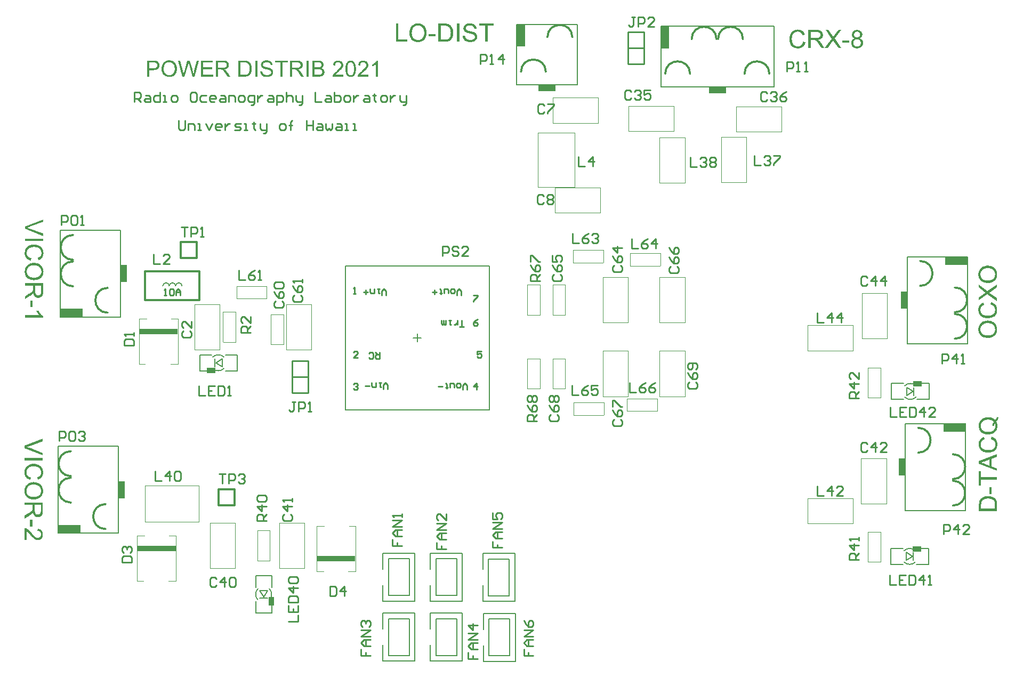
<source format=gto>
G04 Layer_Color=65535*
%FSLAX44Y44*%
%MOMM*%
G71*
G01*
G75*
%ADD45C,0.3048*%
%ADD46C,0.2032*%
%ADD47C,0.1200*%
%ADD48C,0.2540*%
%ADD49R,6.2000X0.9525*%
%ADD50R,1.4000X3.6000*%
%ADD51R,2.8000X1.0000*%
%ADD52R,3.6000X1.4000*%
%ADD53R,1.0000X2.8000*%
%ADD54R,1.3970X0.8890*%
%ADD55R,0.8890X1.3970*%
G36*
X-1538660Y654755D02*
X-1538145D01*
X-1537545Y654669D01*
X-1536860Y654583D01*
X-1536089Y654455D01*
X-1535275Y654326D01*
X-1534375Y654112D01*
X-1533475Y653855D01*
X-1532532Y653555D01*
X-1531589Y653169D01*
X-1530647Y652741D01*
X-1529790Y652227D01*
X-1528933Y651627D01*
X-1528119Y650941D01*
X-1528076Y650898D01*
X-1527947Y650770D01*
X-1527733Y650555D01*
X-1527476Y650256D01*
X-1527176Y649870D01*
X-1526833Y649398D01*
X-1526447Y648841D01*
X-1526062Y648242D01*
X-1525719Y647556D01*
X-1525333Y646827D01*
X-1524991Y646013D01*
X-1524691Y645114D01*
X-1524433Y644171D01*
X-1524219Y643185D01*
X-1524091Y642114D01*
X-1524048Y641000D01*
Y640957D01*
Y640828D01*
Y640614D01*
X-1524091Y640314D01*
Y639972D01*
X-1524134Y639586D01*
X-1524219Y639114D01*
X-1524305Y638600D01*
X-1524519Y637486D01*
X-1524862Y636286D01*
X-1525333Y635044D01*
X-1525633Y634401D01*
X-1525976Y633801D01*
Y633758D01*
X-1526062Y633673D01*
X-1526190Y633501D01*
X-1526319Y633287D01*
X-1526533Y632987D01*
X-1526747Y632687D01*
X-1527347Y632001D01*
X-1528119Y631187D01*
X-1529018Y630373D01*
X-1530090Y629602D01*
X-1531290Y628916D01*
X-1531332D01*
X-1531461Y628831D01*
X-1531632Y628745D01*
X-1531889Y628659D01*
X-1532232Y628531D01*
X-1532618Y628359D01*
X-1533046Y628231D01*
X-1533560Y628059D01*
X-1534075Y627888D01*
X-1534675Y627759D01*
X-1535317Y627588D01*
X-1536003Y627459D01*
X-1537460Y627288D01*
X-1539045Y627202D01*
X-1539474D01*
X-1539774Y627245D01*
X-1540159D01*
X-1540631Y627288D01*
X-1541102Y627331D01*
X-1541659Y627416D01*
X-1542859Y627631D01*
X-1544187Y627974D01*
X-1545558Y628402D01*
X-1546887Y629002D01*
X-1546930D01*
X-1547015Y629088D01*
X-1547230Y629173D01*
X-1547444Y629345D01*
X-1547744Y629516D01*
X-1548044Y629730D01*
X-1548815Y630288D01*
X-1549672Y631016D01*
X-1550529Y631873D01*
X-1551386Y632858D01*
X-1552115Y634015D01*
Y634058D01*
X-1552200Y634144D01*
X-1552286Y634358D01*
X-1552372Y634572D01*
X-1552500Y634872D01*
X-1552672Y635258D01*
X-1552843Y635644D01*
X-1552971Y636115D01*
X-1553143Y636629D01*
X-1553314Y637143D01*
X-1553614Y638343D01*
X-1553786Y639629D01*
X-1553871Y641000D01*
Y641043D01*
Y641171D01*
Y641386D01*
X-1553828Y641685D01*
Y642071D01*
X-1553786Y642457D01*
X-1553700Y642928D01*
X-1553614Y643442D01*
X-1553400Y644599D01*
X-1553057Y645842D01*
X-1552586Y647085D01*
X-1552286Y647727D01*
X-1551943Y648327D01*
X-1551900Y648370D01*
X-1551857Y648456D01*
X-1551729Y648627D01*
X-1551600Y648841D01*
X-1551386Y649099D01*
X-1551129Y649398D01*
X-1550529Y650127D01*
X-1549758Y650898D01*
X-1548858Y651712D01*
X-1547787Y652484D01*
X-1546587Y653169D01*
X-1546544D01*
X-1546415Y653255D01*
X-1546244Y653298D01*
X-1545987Y653426D01*
X-1545687Y653555D01*
X-1545301Y653683D01*
X-1544873Y653812D01*
X-1544402Y653983D01*
X-1543887Y654155D01*
X-1543330Y654283D01*
X-1542088Y654540D01*
X-1540759Y654712D01*
X-1539345Y654798D01*
X-1539045D01*
X-1538660Y654755D01*
D02*
G37*
G36*
X-1284126Y950400D02*
X-1287401D01*
X-1292769Y969894D01*
Y969932D01*
X-1292807Y970008D01*
X-1292846Y970123D01*
X-1292884Y970275D01*
X-1292998Y970694D01*
X-1293112Y971189D01*
X-1293264Y971722D01*
X-1293417Y972217D01*
X-1293531Y972636D01*
X-1293569Y972788D01*
X-1293607Y972902D01*
X-1293645Y972826D01*
X-1293683Y972598D01*
X-1293759Y972293D01*
X-1293874Y971874D01*
X-1293988Y971417D01*
X-1294140Y970884D01*
X-1294254Y970389D01*
X-1294407Y969894D01*
X-1299775Y950400D01*
X-1303316D01*
X-1310055Y976024D01*
X-1306552D01*
X-1302707Y959195D01*
Y959157D01*
X-1302669Y959081D01*
X-1302631Y958929D01*
X-1302593Y958738D01*
X-1302555Y958510D01*
X-1302478Y958243D01*
X-1302402Y957901D01*
X-1302326Y957558D01*
X-1302136Y956758D01*
X-1301983Y955883D01*
X-1301793Y954931D01*
X-1301603Y953979D01*
Y954017D01*
X-1301565Y954169D01*
X-1301527Y954360D01*
X-1301451Y954626D01*
X-1301374Y954931D01*
X-1301260Y955312D01*
X-1301070Y956111D01*
X-1300879Y956911D01*
X-1300689Y957672D01*
X-1300613Y958015D01*
X-1300537Y958319D01*
X-1300461Y958548D01*
X-1300422Y958700D01*
X-1295549Y976024D01*
X-1291475D01*
X-1287820Y963041D01*
Y963003D01*
X-1287744Y962812D01*
X-1287706Y962584D01*
X-1287591Y962203D01*
X-1287477Y961784D01*
X-1287363Y961289D01*
X-1287211Y960718D01*
X-1287058Y960109D01*
X-1286906Y959424D01*
X-1286716Y958700D01*
X-1286373Y957177D01*
X-1286068Y955578D01*
X-1285802Y953979D01*
Y954017D01*
X-1285764Y954093D01*
Y954208D01*
X-1285726Y954398D01*
X-1285650Y954626D01*
X-1285611Y954893D01*
X-1285535Y955236D01*
X-1285459Y955578D01*
X-1285269Y956378D01*
X-1285040Y957330D01*
X-1284774Y958396D01*
X-1284507Y959538D01*
X-1280509Y976024D01*
X-1277083D01*
X-1284126Y950400D01*
D02*
G37*
G36*
X-1524562Y609463D02*
Y609420D01*
Y609291D01*
Y609077D01*
Y608820D01*
X-1524605Y608520D01*
Y608134D01*
X-1524648Y607277D01*
X-1524776Y606334D01*
X-1524905Y605392D01*
X-1525119Y604449D01*
X-1525248Y604021D01*
X-1525376Y603635D01*
Y603592D01*
X-1525419Y603549D01*
X-1525505Y603292D01*
X-1525719Y602949D01*
X-1526019Y602478D01*
X-1526405Y601964D01*
X-1526876Y601407D01*
X-1527433Y600892D01*
X-1528119Y600421D01*
X-1528204Y600378D01*
X-1528461Y600207D01*
X-1528847Y600036D01*
X-1529404Y599778D01*
X-1530047Y599564D01*
X-1530775Y599350D01*
X-1531589Y599221D01*
X-1532446Y599179D01*
X-1532746D01*
X-1532961Y599221D01*
X-1533218D01*
X-1533518Y599264D01*
X-1534246Y599436D01*
X-1535060Y599650D01*
X-1535917Y600036D01*
X-1536817Y600507D01*
X-1537246Y600850D01*
X-1537631Y601192D01*
X-1537674Y601235D01*
X-1537717Y601278D01*
X-1537845Y601407D01*
X-1537974Y601578D01*
X-1538145Y601792D01*
X-1538317Y602049D01*
X-1538531Y602349D01*
X-1538745Y602692D01*
X-1538960Y603121D01*
X-1539217Y603549D01*
X-1539431Y604063D01*
X-1539645Y604620D01*
X-1539817Y605220D01*
X-1540031Y605863D01*
X-1540159Y606549D01*
X-1540288Y607320D01*
X-1540331Y607234D01*
X-1540417Y607063D01*
X-1540545Y606806D01*
X-1540759Y606463D01*
X-1541188Y605692D01*
X-1541488Y605349D01*
X-1541745Y605006D01*
X-1541830Y604920D01*
X-1542002Y604706D01*
X-1542345Y604406D01*
X-1542816Y603978D01*
X-1543373Y603506D01*
X-1544016Y602992D01*
X-1544744Y602435D01*
X-1545558Y601878D01*
X-1553400Y596865D01*
Y601621D01*
X-1547444Y605435D01*
X-1547401D01*
X-1547315Y605520D01*
X-1547187Y605606D01*
X-1547015Y605734D01*
X-1546544Y606035D01*
X-1545944Y606420D01*
X-1545301Y606849D01*
X-1544659Y607320D01*
X-1544016Y607791D01*
X-1543459Y608220D01*
X-1543416Y608263D01*
X-1543245Y608391D01*
X-1542988Y608605D01*
X-1542688Y608863D01*
X-1542045Y609463D01*
X-1541788Y609805D01*
X-1541531Y610148D01*
X-1541488Y610191D01*
X-1541445Y610277D01*
X-1541359Y610448D01*
X-1541231Y610705D01*
X-1540974Y611262D01*
X-1540759Y611905D01*
Y611948D01*
X-1540716Y612033D01*
Y612205D01*
X-1540674Y612419D01*
X-1540631Y612719D01*
Y613062D01*
X-1540588Y613490D01*
Y614005D01*
Y618418D01*
X-1553400D01*
Y622232D01*
X-1524562D01*
Y609463D01*
D02*
G37*
G36*
X-992856Y950400D02*
X-996016D01*
Y970389D01*
X-996054Y970351D01*
X-996206Y970199D01*
X-996473Y970008D01*
X-996816Y969704D01*
X-997234Y969399D01*
X-997767Y969018D01*
X-998377Y968638D01*
X-999024Y968219D01*
X-999062D01*
X-999100Y968181D01*
X-999329Y968028D01*
X-999671Y967838D01*
X-1000128Y967610D01*
X-1000623Y967343D01*
X-1001156Y967115D01*
X-1001727Y966848D01*
X-1002298Y966620D01*
Y969666D01*
X-1002260D01*
X-1002184Y969704D01*
X-1002032Y969780D01*
X-1001841Y969894D01*
X-1001613Y970008D01*
X-1001347Y970161D01*
X-1000737Y970503D01*
X-1000014Y970922D01*
X-999252Y971417D01*
X-998491Y971988D01*
X-997729Y972636D01*
X-997691Y972674D01*
X-997653Y972712D01*
X-997387Y972940D01*
X-997044Y973283D01*
X-996625Y973740D01*
X-996168Y974273D01*
X-995711Y974844D01*
X-995255Y975453D01*
X-994912Y976100D01*
X-992856D01*
Y950400D01*
D02*
G37*
G36*
X-1524562Y689420D02*
X-1553400D01*
Y693234D01*
X-1524562D01*
Y689420D01*
D02*
G37*
G36*
X-1537974Y683764D02*
X-1537588D01*
X-1537160Y683721D01*
X-1536646Y683678D01*
X-1536089Y683593D01*
X-1534846Y683378D01*
X-1533518Y683078D01*
X-1532189Y682650D01*
X-1530904Y682093D01*
X-1530861D01*
X-1530775Y682007D01*
X-1530604Y681921D01*
X-1530347Y681793D01*
X-1530090Y681579D01*
X-1529747Y681364D01*
X-1529018Y680850D01*
X-1528204Y680165D01*
X-1527347Y679308D01*
X-1526533Y678322D01*
X-1525805Y677208D01*
Y677165D01*
X-1525719Y677079D01*
X-1525633Y676908D01*
X-1525548Y676651D01*
X-1525376Y676351D01*
X-1525248Y676008D01*
X-1525076Y675580D01*
X-1524905Y675151D01*
X-1524776Y674637D01*
X-1524605Y674123D01*
X-1524305Y672923D01*
X-1524134Y671637D01*
X-1524048Y670223D01*
Y670181D01*
Y670009D01*
Y669795D01*
X-1524091Y669495D01*
X-1524134Y669109D01*
X-1524176Y668681D01*
X-1524219Y668210D01*
X-1524305Y667653D01*
X-1524605Y666538D01*
X-1524991Y665296D01*
X-1525248Y664696D01*
X-1525548Y664096D01*
X-1525890Y663496D01*
X-1526276Y662939D01*
X-1526319Y662896D01*
X-1526362Y662811D01*
X-1526490Y662639D01*
X-1526662Y662468D01*
X-1526919Y662211D01*
X-1527176Y661954D01*
X-1527519Y661654D01*
X-1527861Y661311D01*
X-1528290Y660968D01*
X-1528761Y660625D01*
X-1529233Y660282D01*
X-1529790Y659939D01*
X-1530390Y659597D01*
X-1531032Y659297D01*
X-1531718Y659040D01*
X-1532446Y658783D01*
X-1533346Y662553D01*
X-1533303D01*
X-1533218Y662596D01*
X-1533046Y662639D01*
X-1532832Y662725D01*
X-1532575Y662853D01*
X-1532275Y662982D01*
X-1531589Y663325D01*
X-1530861Y663710D01*
X-1530090Y664224D01*
X-1529361Y664824D01*
X-1528761Y665510D01*
X-1528719Y665596D01*
X-1528547Y665853D01*
X-1528290Y666238D01*
X-1528033Y666796D01*
X-1527776Y667481D01*
X-1527519Y668295D01*
X-1527347Y669238D01*
X-1527304Y670266D01*
Y670309D01*
Y670395D01*
Y670609D01*
X-1527347Y670823D01*
Y671123D01*
X-1527390Y671423D01*
X-1527519Y672195D01*
X-1527690Y673094D01*
X-1527990Y674037D01*
X-1528376Y674937D01*
X-1528933Y675837D01*
Y675880D01*
X-1529018Y675922D01*
X-1529233Y676180D01*
X-1529576Y676608D01*
X-1530047Y677079D01*
X-1530690Y677594D01*
X-1531418Y678108D01*
X-1532275Y678579D01*
X-1533218Y678965D01*
X-1533261D01*
X-1533346Y679008D01*
X-1533475Y679051D01*
X-1533689Y679093D01*
X-1533903Y679179D01*
X-1534203Y679265D01*
X-1534889Y679393D01*
X-1535746Y679565D01*
X-1536689Y679736D01*
X-1537674Y679822D01*
X-1538745Y679865D01*
X-1539345D01*
X-1539688Y679822D01*
X-1540074D01*
X-1540459Y679779D01*
X-1540931Y679736D01*
X-1541916Y679608D01*
X-1543030Y679393D01*
X-1544102Y679136D01*
X-1545173Y678793D01*
X-1545216D01*
X-1545301Y678751D01*
X-1545430Y678665D01*
X-1545601Y678579D01*
X-1546116Y678322D01*
X-1546715Y677979D01*
X-1547401Y677508D01*
X-1548044Y676951D01*
X-1548729Y676265D01*
X-1549286Y675494D01*
Y675451D01*
X-1549329Y675408D01*
X-1549415Y675280D01*
X-1549501Y675108D01*
X-1549715Y674637D01*
X-1549929Y674037D01*
X-1550186Y673309D01*
X-1550401Y672452D01*
X-1550572Y671552D01*
X-1550615Y670566D01*
Y670523D01*
Y670438D01*
Y670266D01*
X-1550572Y670052D01*
Y669752D01*
X-1550529Y669452D01*
X-1550401Y668681D01*
X-1550143Y667867D01*
X-1549843Y666967D01*
X-1549372Y666024D01*
X-1549115Y665596D01*
X-1548772Y665167D01*
X-1548729Y665124D01*
X-1548687Y665081D01*
X-1548558Y664953D01*
X-1548429Y664824D01*
X-1548215Y664610D01*
X-1548001Y664439D01*
X-1547401Y663967D01*
X-1546630Y663453D01*
X-1545687Y662939D01*
X-1544573Y662468D01*
X-1543287Y662125D01*
X-1544273Y658311D01*
X-1544316D01*
X-1544487Y658354D01*
X-1544702Y658440D01*
X-1545044Y658525D01*
X-1545430Y658697D01*
X-1545901Y658868D01*
X-1546373Y659040D01*
X-1546930Y659297D01*
X-1548087Y659897D01*
X-1549243Y660625D01*
X-1549843Y661096D01*
X-1550401Y661568D01*
X-1550957Y662082D01*
X-1551429Y662639D01*
X-1551472Y662682D01*
X-1551515Y662768D01*
X-1551643Y662939D01*
X-1551815Y663196D01*
X-1551986Y663496D01*
X-1552200Y663882D01*
X-1552414Y664267D01*
X-1552629Y664782D01*
X-1552886Y665296D01*
X-1553100Y665896D01*
X-1553314Y666496D01*
X-1553486Y667181D01*
X-1553657Y667910D01*
X-1553786Y668638D01*
X-1553828Y669452D01*
X-1553871Y670266D01*
Y670309D01*
Y670481D01*
Y670695D01*
X-1553828Y671038D01*
Y671423D01*
X-1553786Y671895D01*
X-1553700Y672409D01*
X-1553614Y672966D01*
X-1553400Y674166D01*
X-1553057Y675451D01*
X-1552586Y676694D01*
X-1552329Y677294D01*
X-1551986Y677851D01*
X-1551943Y677894D01*
X-1551900Y677979D01*
X-1551772Y678108D01*
X-1551643Y678322D01*
X-1551429Y678579D01*
X-1551215Y678836D01*
X-1550572Y679479D01*
X-1549801Y680208D01*
X-1548858Y680979D01*
X-1547787Y681664D01*
X-1546501Y682307D01*
X-1546458D01*
X-1546330Y682350D01*
X-1546158Y682436D01*
X-1545858Y682521D01*
X-1545558Y682650D01*
X-1545130Y682778D01*
X-1544702Y682907D01*
X-1544187Y683036D01*
X-1543630Y683207D01*
X-1543030Y683335D01*
X-1541702Y683550D01*
X-1540288Y683721D01*
X-1538745Y683807D01*
X-1538317D01*
X-1537974Y683764D01*
D02*
G37*
G36*
X-1541188Y584138D02*
X-1544744D01*
Y595065D01*
X-1541188D01*
Y584138D01*
D02*
G37*
G36*
X-7215Y409046D02*
Y409003D01*
X-7258Y408917D01*
X-7343Y408746D01*
X-7429Y408532D01*
X-7557Y408232D01*
X-7686Y407889D01*
X-7857Y407546D01*
X-8072Y407118D01*
X-8543Y406175D01*
X-9143Y405104D01*
X-9871Y403990D01*
X-10685Y402833D01*
Y402790D01*
X-10600Y402704D01*
X-10514Y402533D01*
X-10428Y402276D01*
X-10300Y401976D01*
X-10128Y401633D01*
X-9957Y401204D01*
X-9829Y400776D01*
X-9657Y400262D01*
X-9486Y399705D01*
X-9186Y398505D01*
X-9014Y397177D01*
X-8929Y395763D01*
Y395720D01*
Y395591D01*
Y395377D01*
X-8971Y395120D01*
Y394777D01*
X-9014Y394348D01*
X-9100Y393920D01*
X-9186Y393406D01*
X-9400Y392335D01*
X-9743Y391135D01*
X-10214Y389892D01*
X-10471Y389249D01*
X-10814Y388649D01*
X-10857Y388607D01*
X-10900Y388521D01*
X-11028Y388349D01*
X-11157Y388135D01*
X-11371Y387878D01*
X-11585Y387578D01*
X-12185Y386850D01*
X-12914Y386078D01*
X-13814Y385264D01*
X-14885Y384450D01*
X-16085Y383765D01*
X-16127D01*
X-16256Y383679D01*
X-16427Y383593D01*
X-16684Y383507D01*
X-17027Y383379D01*
X-17413Y383208D01*
X-17841Y383079D01*
X-18356Y382908D01*
X-18870Y382736D01*
X-19470Y382608D01*
X-20798Y382308D01*
X-22255Y382136D01*
X-23798Y382051D01*
X-24226D01*
X-24526Y382094D01*
X-24912D01*
X-25340Y382136D01*
X-25812Y382179D01*
X-26369Y382265D01*
X-27568Y382479D01*
X-28897Y382779D01*
X-30225Y383208D01*
X-31553Y383765D01*
X-31596D01*
X-31725Y383850D01*
X-31896Y383936D01*
X-32153Y384065D01*
X-32410Y384279D01*
X-32753Y384493D01*
X-33524Y385007D01*
X-34424Y385736D01*
X-35281Y386550D01*
X-36138Y387578D01*
X-36910Y388692D01*
X-36952Y388735D01*
X-36995Y388821D01*
X-37081Y389035D01*
X-37209Y389249D01*
X-37338Y389549D01*
X-37509Y389935D01*
X-37681Y390321D01*
X-37852Y390792D01*
X-38024Y391306D01*
X-38152Y391863D01*
X-38452Y393063D01*
X-38666Y394391D01*
X-38752Y395120D01*
Y395848D01*
Y395891D01*
Y396020D01*
Y396234D01*
X-38709Y396534D01*
Y396877D01*
X-38666Y397262D01*
X-38581Y397734D01*
X-38495Y398248D01*
X-38281Y399362D01*
X-37938Y400562D01*
X-37467Y401804D01*
X-37167Y402447D01*
X-36824Y403047D01*
Y403090D01*
X-36738Y403176D01*
X-36610Y403347D01*
X-36481Y403561D01*
X-36267Y403861D01*
X-36053Y404161D01*
X-35453Y404847D01*
X-34681Y405661D01*
X-33781Y406475D01*
X-32710Y407246D01*
X-31511Y407932D01*
X-31468D01*
X-31339Y408018D01*
X-31168Y408103D01*
X-30911Y408189D01*
X-30611Y408317D01*
X-30225Y408489D01*
X-29797Y408618D01*
X-29282Y408789D01*
X-28725Y408960D01*
X-28168Y409089D01*
X-27525Y409260D01*
X-26840Y409389D01*
X-25383Y409560D01*
X-23840Y409646D01*
X-23240D01*
X-22940Y409603D01*
X-22555D01*
X-22169Y409560D01*
X-21698Y409517D01*
X-20712Y409389D01*
X-19641Y409174D01*
X-18527Y408917D01*
X-17413Y408532D01*
X-17370D01*
X-17284Y408489D01*
X-17156Y408403D01*
X-16941Y408317D01*
X-16684Y408232D01*
X-16427Y408060D01*
X-15742Y407718D01*
X-14971Y407246D01*
X-14156Y406689D01*
X-13299Y406046D01*
X-12485Y405275D01*
Y405318D01*
X-12399Y405404D01*
X-12314Y405532D01*
X-12185Y405747D01*
X-12014Y405961D01*
X-11842Y406218D01*
X-11457Y406903D01*
X-11028Y407632D01*
X-10600Y408489D01*
X-10171Y409346D01*
X-9829Y410203D01*
X-7215Y409046D01*
D02*
G37*
G36*
X-18784Y592262D02*
X-18570Y592176D01*
X-18227Y592090D01*
X-17841Y591919D01*
X-17370Y591748D01*
X-16899Y591576D01*
X-16342Y591319D01*
X-15185Y590719D01*
X-14028Y589991D01*
X-13428Y589519D01*
X-12871Y589048D01*
X-12314Y588534D01*
X-11842Y587977D01*
X-11800Y587934D01*
X-11757Y587848D01*
X-11628Y587677D01*
X-11457Y587420D01*
X-11285Y587120D01*
X-11071Y586734D01*
X-10857Y586348D01*
X-10643Y585834D01*
X-10386Y585320D01*
X-10171Y584720D01*
X-9957Y584120D01*
X-9786Y583435D01*
X-9614Y582706D01*
X-9486Y581978D01*
X-9443Y581164D01*
X-9400Y580350D01*
Y580307D01*
Y580135D01*
Y579921D01*
X-9443Y579578D01*
Y579193D01*
X-9486Y578721D01*
X-9571Y578207D01*
X-9657Y577650D01*
X-9871Y576450D01*
X-10214Y575165D01*
X-10685Y573922D01*
X-10943Y573322D01*
X-11285Y572765D01*
X-11328Y572722D01*
X-11371Y572636D01*
X-11500Y572508D01*
X-11628Y572294D01*
X-11842Y572037D01*
X-12057Y571780D01*
X-12699Y571137D01*
X-13471Y570408D01*
X-14413Y569637D01*
X-15485Y568951D01*
X-16770Y568309D01*
X-16813D01*
X-16941Y568266D01*
X-17113Y568180D01*
X-17413Y568094D01*
X-17713Y567966D01*
X-18141Y567837D01*
X-18570Y567709D01*
X-19084Y567580D01*
X-19641Y567409D01*
X-20241Y567280D01*
X-21569Y567066D01*
X-22983Y566895D01*
X-24526Y566809D01*
X-24955D01*
X-25297Y566852D01*
X-25683D01*
X-26111Y566895D01*
X-26626Y566937D01*
X-27183Y567023D01*
X-28425Y567237D01*
X-29754Y567537D01*
X-31082Y567966D01*
X-32367Y568523D01*
X-32410D01*
X-32496Y568609D01*
X-32667Y568694D01*
X-32924Y568823D01*
X-33182Y569037D01*
X-33524Y569251D01*
X-34253Y569766D01*
X-35067Y570451D01*
X-35924Y571308D01*
X-36738Y572294D01*
X-37467Y573408D01*
Y573451D01*
X-37552Y573536D01*
X-37638Y573708D01*
X-37724Y573965D01*
X-37895Y574265D01*
X-38024Y574608D01*
X-38195Y575036D01*
X-38366Y575465D01*
X-38495Y575979D01*
X-38666Y576493D01*
X-38966Y577693D01*
X-39138Y578978D01*
X-39223Y580392D01*
Y580435D01*
Y580607D01*
Y580821D01*
X-39181Y581121D01*
X-39138Y581506D01*
X-39095Y581935D01*
X-39052Y582406D01*
X-38966Y582963D01*
X-38666Y584077D01*
X-38281Y585320D01*
X-38024Y585920D01*
X-37724Y586520D01*
X-37381Y587120D01*
X-36995Y587677D01*
X-36952Y587720D01*
X-36910Y587805D01*
X-36781Y587977D01*
X-36610Y588148D01*
X-36353Y588405D01*
X-36095Y588662D01*
X-35753Y588962D01*
X-35410Y589305D01*
X-34981Y589648D01*
X-34510Y589991D01*
X-34039Y590334D01*
X-33482Y590676D01*
X-32882Y591019D01*
X-32239Y591319D01*
X-31553Y591576D01*
X-30825Y591833D01*
X-29925Y588062D01*
X-29968D01*
X-30054Y588020D01*
X-30225Y587977D01*
X-30439Y587891D01*
X-30696Y587762D01*
X-30996Y587634D01*
X-31682Y587291D01*
X-32410Y586906D01*
X-33182Y586391D01*
X-33910Y585791D01*
X-34510Y585106D01*
X-34553Y585020D01*
X-34724Y584763D01*
X-34981Y584377D01*
X-35238Y583820D01*
X-35496Y583135D01*
X-35753Y582321D01*
X-35924Y581378D01*
X-35967Y580350D01*
Y580307D01*
Y580221D01*
Y580007D01*
X-35924Y579792D01*
Y579492D01*
X-35881Y579193D01*
X-35753Y578421D01*
X-35581Y577521D01*
X-35281Y576579D01*
X-34896Y575679D01*
X-34339Y574779D01*
Y574736D01*
X-34253Y574693D01*
X-34039Y574436D01*
X-33696Y574008D01*
X-33224Y573536D01*
X-32582Y573022D01*
X-31853Y572508D01*
X-30996Y572037D01*
X-30054Y571651D01*
X-30011D01*
X-29925Y571608D01*
X-29797Y571565D01*
X-29582Y571522D01*
X-29368Y571437D01*
X-29068Y571351D01*
X-28382Y571222D01*
X-27525Y571051D01*
X-26583Y570880D01*
X-25597Y570794D01*
X-24526Y570751D01*
X-23926D01*
X-23583Y570794D01*
X-23198D01*
X-22812Y570837D01*
X-22341Y570880D01*
X-21355Y571008D01*
X-20241Y571222D01*
X-19170Y571480D01*
X-18098Y571822D01*
X-18056D01*
X-17970Y571865D01*
X-17841Y571951D01*
X-17670Y572037D01*
X-17156Y572294D01*
X-16556Y572636D01*
X-15870Y573108D01*
X-15228Y573665D01*
X-14542Y574351D01*
X-13985Y575122D01*
Y575165D01*
X-13942Y575207D01*
X-13856Y575336D01*
X-13771Y575507D01*
X-13556Y575979D01*
X-13342Y576579D01*
X-13085Y577307D01*
X-12871Y578164D01*
X-12699Y579064D01*
X-12657Y580050D01*
Y580092D01*
Y580178D01*
Y580350D01*
X-12699Y580564D01*
Y580864D01*
X-12742Y581164D01*
X-12871Y581935D01*
X-13128Y582749D01*
X-13428Y583649D01*
X-13899Y584592D01*
X-14156Y585020D01*
X-14499Y585449D01*
X-14542Y585491D01*
X-14585Y585534D01*
X-14713Y585663D01*
X-14842Y585791D01*
X-15056Y586006D01*
X-15270Y586177D01*
X-15870Y586648D01*
X-16642Y587163D01*
X-17584Y587677D01*
X-18698Y588148D01*
X-19984Y588491D01*
X-18998Y592305D01*
X-18956D01*
X-18784Y592262D01*
D02*
G37*
G36*
X-9871Y615786D02*
X-20112Y608502D01*
X-20155Y608459D01*
X-20284Y608373D01*
X-20455Y608288D01*
X-20670Y608116D01*
X-21226Y607730D01*
X-21869Y607302D01*
X-21826Y607259D01*
X-21655Y607131D01*
X-21398Y607002D01*
X-21098Y606788D01*
X-20412Y606316D01*
X-20112Y606102D01*
X-19855Y605931D01*
X-9871Y598646D01*
Y594061D01*
X-24783Y605159D01*
X-38709Y595347D01*
Y599846D01*
X-31296Y605117D01*
X-31253D01*
X-31210Y605202D01*
X-31082Y605288D01*
X-30911Y605374D01*
X-30482Y605674D01*
X-30011Y606017D01*
X-29411Y606402D01*
X-28854Y606788D01*
X-28297Y607131D01*
X-27782Y607430D01*
X-27868Y607473D01*
X-28040Y607602D01*
X-28382Y607816D01*
X-28768Y608073D01*
X-29239Y608416D01*
X-29797Y608845D01*
X-30396Y609273D01*
X-31039Y609744D01*
X-38709Y615529D01*
Y619686D01*
X-24955Y609659D01*
X-9871Y620457D01*
Y615786D01*
D02*
G37*
G36*
X-1531718Y578482D02*
X-1531675Y578396D01*
X-1531589Y578225D01*
X-1531461Y578011D01*
X-1531332Y577754D01*
X-1531161Y577454D01*
X-1530775Y576768D01*
X-1530304Y575954D01*
X-1529747Y575097D01*
X-1529104Y574240D01*
X-1528376Y573383D01*
X-1528333Y573340D01*
X-1528290Y573297D01*
X-1528033Y572997D01*
X-1527647Y572612D01*
X-1527133Y572140D01*
X-1526533Y571626D01*
X-1525890Y571112D01*
X-1525205Y570598D01*
X-1524476Y570212D01*
Y567898D01*
X-1553400D01*
Y571455D01*
X-1530904D01*
X-1530947Y571497D01*
X-1531118Y571669D01*
X-1531332Y571969D01*
X-1531675Y572355D01*
X-1532018Y572826D01*
X-1532446Y573426D01*
X-1532875Y574111D01*
X-1533346Y574840D01*
Y574883D01*
X-1533389Y574925D01*
X-1533560Y575183D01*
X-1533775Y575568D01*
X-1534032Y576082D01*
X-1534332Y576640D01*
X-1534589Y577239D01*
X-1534889Y577882D01*
X-1535146Y578525D01*
X-1531718D01*
Y578482D01*
D02*
G37*
G36*
X-1168951Y976443D02*
X-1168646D01*
X-1167961Y976367D01*
X-1167199Y976253D01*
X-1166362Y976062D01*
X-1165486Y975834D01*
X-1164648Y975529D01*
X-1164610D01*
X-1164534Y975491D01*
X-1164420Y975453D01*
X-1164268Y975377D01*
X-1163887Y975148D01*
X-1163392Y974844D01*
X-1162859Y974463D01*
X-1162288Y974006D01*
X-1161755Y973473D01*
X-1161298Y972826D01*
X-1161260Y972750D01*
X-1161107Y972521D01*
X-1160917Y972141D01*
X-1160689Y971684D01*
X-1160460Y971075D01*
X-1160270Y970389D01*
X-1160079Y969628D01*
X-1160003Y968828D01*
X-1163240Y968600D01*
Y968638D01*
Y968714D01*
X-1163278Y968828D01*
X-1163316Y968980D01*
X-1163392Y969437D01*
X-1163544Y969970D01*
X-1163811Y970542D01*
X-1164115Y971151D01*
X-1164496Y971722D01*
X-1165029Y972217D01*
X-1165105Y972255D01*
X-1165296Y972407D01*
X-1165676Y972598D01*
X-1166171Y972864D01*
X-1166781Y973092D01*
X-1167580Y973283D01*
X-1168494Y973435D01*
X-1169522Y973473D01*
X-1170017D01*
X-1170284Y973435D01*
X-1170550Y973397D01*
X-1171235Y973321D01*
X-1171959Y973207D01*
X-1172682Y972978D01*
X-1173367Y972712D01*
X-1173710Y972521D01*
X-1173977Y972331D01*
X-1174053Y972293D01*
X-1174205Y972141D01*
X-1174434Y971874D01*
X-1174662Y971570D01*
X-1174929Y971151D01*
X-1175157Y970694D01*
X-1175309Y970161D01*
X-1175386Y969590D01*
Y969513D01*
Y969361D01*
X-1175347Y969095D01*
X-1175271Y968790D01*
X-1175157Y968447D01*
X-1174967Y968067D01*
X-1174738Y967686D01*
X-1174396Y967343D01*
X-1174357Y967305D01*
X-1174167Y967191D01*
X-1174053Y967115D01*
X-1173863Y967001D01*
X-1173672Y966886D01*
X-1173406Y966772D01*
X-1173101Y966620D01*
X-1172720Y966506D01*
X-1172301Y966315D01*
X-1171844Y966163D01*
X-1171311Y966011D01*
X-1170702Y965820D01*
X-1170017Y965668D01*
X-1169294Y965478D01*
X-1169255D01*
X-1169103Y965440D01*
X-1168913Y965401D01*
X-1168608Y965325D01*
X-1168266Y965249D01*
X-1167885Y965135D01*
X-1167009Y964945D01*
X-1166095Y964678D01*
X-1165143Y964411D01*
X-1164725Y964297D01*
X-1164306Y964145D01*
X-1163925Y963993D01*
X-1163620Y963878D01*
X-1163582D01*
X-1163506Y963840D01*
X-1163392Y963764D01*
X-1163240Y963688D01*
X-1162859Y963460D01*
X-1162364Y963155D01*
X-1161831Y962774D01*
X-1161260Y962355D01*
X-1160765Y961822D01*
X-1160308Y961251D01*
X-1160270Y961175D01*
X-1160156Y960985D01*
X-1159965Y960642D01*
X-1159775Y960223D01*
X-1159585Y959690D01*
X-1159394Y959081D01*
X-1159280Y958396D01*
X-1159242Y957634D01*
Y957596D01*
Y957558D01*
Y957444D01*
Y957291D01*
X-1159318Y956873D01*
X-1159394Y956378D01*
X-1159546Y955769D01*
X-1159737Y955121D01*
X-1160041Y954436D01*
X-1160422Y953751D01*
Y953712D01*
X-1160460Y953674D01*
X-1160651Y953446D01*
X-1160917Y953141D01*
X-1161298Y952723D01*
X-1161755Y952304D01*
X-1162364Y951809D01*
X-1163011Y951390D01*
X-1163811Y950971D01*
X-1163849D01*
X-1163925Y950933D01*
X-1164039Y950895D01*
X-1164192Y950819D01*
X-1164382Y950743D01*
X-1164648Y950667D01*
X-1165219Y950476D01*
X-1165981Y950286D01*
X-1166781Y950134D01*
X-1167732Y950019D01*
X-1168722Y949981D01*
X-1169294D01*
X-1169598Y950019D01*
X-1169941D01*
X-1170322Y950057D01*
X-1170740Y950095D01*
X-1171654Y950210D01*
X-1172644Y950400D01*
X-1173634Y950629D01*
X-1174548Y950971D01*
X-1174586D01*
X-1174662Y951009D01*
X-1174776Y951085D01*
X-1174929Y951161D01*
X-1175347Y951390D01*
X-1175880Y951733D01*
X-1176490Y952151D01*
X-1177099Y952684D01*
X-1177708Y953294D01*
X-1178241Y954017D01*
Y954055D01*
X-1178279Y954093D01*
X-1178355Y954208D01*
X-1178431Y954398D01*
X-1178546Y954588D01*
X-1178660Y954817D01*
X-1178926Y955388D01*
X-1179155Y956073D01*
X-1179383Y956835D01*
X-1179536Y957710D01*
X-1179612Y958662D01*
X-1176413Y958929D01*
Y958891D01*
Y958853D01*
X-1176375Y958624D01*
X-1176299Y958243D01*
X-1176223Y957786D01*
X-1176071Y957291D01*
X-1175880Y956758D01*
X-1175652Y956225D01*
X-1175386Y955730D01*
X-1175347Y955692D01*
X-1175233Y955540D01*
X-1175043Y955312D01*
X-1174738Y955045D01*
X-1174396Y954702D01*
X-1173939Y954398D01*
X-1173406Y954055D01*
X-1172796Y953751D01*
X-1172758D01*
X-1172720Y953712D01*
X-1172492Y953636D01*
X-1172111Y953522D01*
X-1171654Y953370D01*
X-1171083Y953217D01*
X-1170398Y953103D01*
X-1169674Y953027D01*
X-1168875Y952989D01*
X-1168532D01*
X-1168189Y953027D01*
X-1167732Y953065D01*
X-1167199Y953141D01*
X-1166628Y953217D01*
X-1166057Y953370D01*
X-1165486Y953560D01*
X-1165410Y953598D01*
X-1165258Y953674D01*
X-1164991Y953789D01*
X-1164648Y953979D01*
X-1164306Y954208D01*
X-1163925Y954474D01*
X-1163582Y954779D01*
X-1163278Y955121D01*
X-1163240Y955159D01*
X-1163164Y955312D01*
X-1163049Y955502D01*
X-1162897Y955769D01*
X-1162745Y956111D01*
X-1162630Y956492D01*
X-1162554Y956911D01*
X-1162516Y957330D01*
Y957368D01*
Y957520D01*
X-1162554Y957748D01*
X-1162592Y958053D01*
X-1162669Y958396D01*
X-1162821Y958738D01*
X-1162973Y959081D01*
X-1163202Y959424D01*
X-1163240Y959462D01*
X-1163316Y959576D01*
X-1163506Y959728D01*
X-1163735Y959957D01*
X-1164077Y960185D01*
X-1164458Y960452D01*
X-1164953Y960718D01*
X-1165524Y960947D01*
X-1165562Y960985D01*
X-1165753Y961023D01*
X-1166019Y961137D01*
X-1166248Y961175D01*
X-1166476Y961251D01*
X-1166781Y961327D01*
X-1167085Y961442D01*
X-1167466Y961556D01*
X-1167885Y961670D01*
X-1168342Y961784D01*
X-1168875Y961898D01*
X-1169446Y962051D01*
X-1170093Y962203D01*
X-1170131D01*
X-1170245Y962241D01*
X-1170436Y962279D01*
X-1170664Y962355D01*
X-1170969Y962432D01*
X-1171273Y962508D01*
X-1172035Y962736D01*
X-1172872Y962965D01*
X-1173672Y963231D01*
X-1174434Y963498D01*
X-1174738Y963650D01*
X-1175043Y963802D01*
X-1175081D01*
X-1175119Y963840D01*
X-1175347Y963993D01*
X-1175652Y964183D01*
X-1176071Y964449D01*
X-1176528Y964792D01*
X-1176985Y965211D01*
X-1177403Y965668D01*
X-1177784Y966163D01*
X-1177822Y966239D01*
X-1177936Y966429D01*
X-1178051Y966734D01*
X-1178203Y967115D01*
X-1178393Y967572D01*
X-1178508Y968143D01*
X-1178622Y968752D01*
X-1178660Y969399D01*
Y969437D01*
Y969475D01*
Y969590D01*
Y969742D01*
X-1178584Y970085D01*
X-1178508Y970580D01*
X-1178393Y971151D01*
X-1178203Y971760D01*
X-1177936Y972369D01*
X-1177594Y973016D01*
Y973054D01*
X-1177556Y973092D01*
X-1177403Y973283D01*
X-1177137Y973587D01*
X-1176756Y973968D01*
X-1176299Y974387D01*
X-1175766Y974844D01*
X-1175119Y975263D01*
X-1174357Y975605D01*
X-1174319D01*
X-1174243Y975643D01*
X-1174129Y975682D01*
X-1173977Y975758D01*
X-1173786Y975796D01*
X-1173558Y975872D01*
X-1172987Y976062D01*
X-1172263Y976215D01*
X-1171464Y976329D01*
X-1170588Y976443D01*
X-1169674Y976481D01*
X-1169179D01*
X-1168951Y976443D01*
D02*
G37*
G36*
X-23498Y562952D02*
X-23112D01*
X-22641Y562910D01*
X-22169Y562867D01*
X-21612Y562781D01*
X-20412Y562567D01*
X-19084Y562224D01*
X-17713Y561796D01*
X-16385Y561196D01*
X-16342D01*
X-16256Y561110D01*
X-16042Y561024D01*
X-15827Y560853D01*
X-15527Y560681D01*
X-15228Y560467D01*
X-14456Y559910D01*
X-13599Y559182D01*
X-12742Y558325D01*
X-11885Y557339D01*
X-11157Y556182D01*
Y556139D01*
X-11071Y556054D01*
X-10985Y555839D01*
X-10900Y555625D01*
X-10771Y555325D01*
X-10600Y554939D01*
X-10428Y554554D01*
X-10300Y554082D01*
X-10128Y553568D01*
X-9957Y553054D01*
X-9657Y551854D01*
X-9486Y550569D01*
X-9400Y549198D01*
Y549155D01*
Y549026D01*
Y548812D01*
X-9443Y548512D01*
Y548126D01*
X-9486Y547741D01*
X-9571Y547269D01*
X-9657Y546755D01*
X-9871Y545598D01*
X-10214Y544356D01*
X-10685Y543113D01*
X-10985Y542470D01*
X-11328Y541870D01*
X-11371Y541828D01*
X-11414Y541742D01*
X-11543Y541570D01*
X-11671Y541356D01*
X-11885Y541099D01*
X-12142Y540799D01*
X-12742Y540071D01*
X-13514Y539299D01*
X-14413Y538485D01*
X-15485Y537714D01*
X-16684Y537028D01*
X-16727D01*
X-16856Y536943D01*
X-17027Y536900D01*
X-17284Y536771D01*
X-17584Y536643D01*
X-17970Y536514D01*
X-18398Y536386D01*
X-18870Y536214D01*
X-19384Y536043D01*
X-19941Y535914D01*
X-21184Y535657D01*
X-22512Y535486D01*
X-23926Y535400D01*
X-24226D01*
X-24612Y535443D01*
X-25126D01*
X-25726Y535529D01*
X-26411Y535614D01*
X-27183Y535743D01*
X-27997Y535871D01*
X-28897Y536086D01*
X-29797Y536343D01*
X-30739Y536643D01*
X-31682Y537028D01*
X-32625Y537457D01*
X-33482Y537971D01*
X-34339Y538571D01*
X-35153Y539257D01*
X-35196Y539299D01*
X-35324Y539428D01*
X-35538Y539642D01*
X-35796Y539942D01*
X-36095Y540328D01*
X-36438Y540799D01*
X-36824Y541356D01*
X-37209Y541956D01*
X-37552Y542642D01*
X-37938Y543370D01*
X-38281Y544184D01*
X-38581Y545084D01*
X-38838Y546027D01*
X-39052Y547012D01*
X-39181Y548084D01*
X-39223Y549198D01*
Y549240D01*
Y549369D01*
Y549583D01*
X-39181Y549883D01*
Y550226D01*
X-39138Y550612D01*
X-39052Y551083D01*
X-38966Y551597D01*
X-38752Y552711D01*
X-38409Y553911D01*
X-37938Y555154D01*
X-37638Y555797D01*
X-37295Y556396D01*
Y556439D01*
X-37209Y556525D01*
X-37081Y556696D01*
X-36952Y556911D01*
X-36738Y557211D01*
X-36524Y557510D01*
X-35924Y558196D01*
X-35153Y559010D01*
X-34253Y559824D01*
X-33182Y560596D01*
X-31982Y561281D01*
X-31939D01*
X-31810Y561367D01*
X-31639Y561453D01*
X-31382Y561538D01*
X-31039Y561667D01*
X-30654Y561838D01*
X-30225Y561967D01*
X-29711Y562138D01*
X-29197Y562310D01*
X-28597Y562438D01*
X-27954Y562610D01*
X-27268Y562738D01*
X-25812Y562910D01*
X-24226Y562995D01*
X-23798D01*
X-23498Y562952D01*
D02*
G37*
G36*
X-1015510Y976062D02*
X-1015206Y976024D01*
X-1014825Y975986D01*
X-1014444Y975948D01*
X-1013987Y975834D01*
X-1013073Y975605D01*
X-1012084Y975225D01*
X-1011627Y974996D01*
X-1011170Y974730D01*
X-1010713Y974425D01*
X-1010294Y974044D01*
X-1010256Y974006D01*
X-1010218Y973968D01*
X-1010104Y973854D01*
X-1009951Y973664D01*
X-1009799Y973473D01*
X-1009609Y973245D01*
X-1009418Y972940D01*
X-1009190Y972636D01*
X-1008809Y971912D01*
X-1008466Y971036D01*
X-1008314Y970580D01*
X-1008200Y970046D01*
X-1008162Y969551D01*
X-1008124Y968980D01*
Y968904D01*
Y968714D01*
X-1008162Y968409D01*
X-1008200Y968028D01*
X-1008276Y967534D01*
X-1008390Y967039D01*
X-1008543Y966506D01*
X-1008771Y965934D01*
X-1008809Y965858D01*
X-1008885Y965668D01*
X-1009037Y965401D01*
X-1009266Y965021D01*
X-1009571Y964526D01*
X-1009913Y963993D01*
X-1010370Y963421D01*
X-1010865Y962812D01*
X-1010941Y962736D01*
X-1011132Y962508D01*
X-1011284Y962355D01*
X-1011512Y962127D01*
X-1011741Y961898D01*
X-1012007Y961632D01*
X-1012312Y961327D01*
X-1012693Y960985D01*
X-1013073Y960642D01*
X-1013530Y960223D01*
X-1013987Y959804D01*
X-1014520Y959348D01*
X-1015091Y958853D01*
X-1015701Y958319D01*
X-1015739Y958281D01*
X-1015815Y958205D01*
X-1015967Y958091D01*
X-1016158Y957939D01*
X-1016614Y957520D01*
X-1017224Y957025D01*
X-1017833Y956492D01*
X-1018404Y955959D01*
X-1018937Y955464D01*
X-1019127Y955274D01*
X-1019318Y955083D01*
X-1019356Y955045D01*
X-1019432Y954931D01*
X-1019584Y954779D01*
X-1019775Y954550D01*
X-1020003Y954322D01*
X-1020231Y954017D01*
X-1020650Y953408D01*
X-1008086D01*
Y950400D01*
X-1025029D01*
Y950438D01*
Y950590D01*
Y950819D01*
X-1024991Y951085D01*
X-1024953Y951428D01*
X-1024915Y951771D01*
X-1024800Y952189D01*
X-1024686Y952570D01*
Y952608D01*
X-1024648Y952646D01*
X-1024572Y952875D01*
X-1024420Y953217D01*
X-1024191Y953636D01*
X-1023887Y954169D01*
X-1023544Y954741D01*
X-1023125Y955350D01*
X-1022630Y955959D01*
Y955997D01*
X-1022554Y956035D01*
X-1022364Y956264D01*
X-1022021Y956606D01*
X-1021564Y957063D01*
X-1020993Y957634D01*
X-1020269Y958319D01*
X-1019432Y959043D01*
X-1018480Y959843D01*
X-1018442Y959881D01*
X-1018290Y959995D01*
X-1018099Y960185D01*
X-1017795Y960414D01*
X-1017452Y960680D01*
X-1017071Y961023D01*
X-1016234Y961822D01*
X-1015282Y962660D01*
X-1014368Y963574D01*
X-1013911Y964031D01*
X-1013530Y964449D01*
X-1013150Y964868D01*
X-1012845Y965249D01*
Y965287D01*
X-1012769Y965325D01*
X-1012693Y965440D01*
X-1012617Y965592D01*
X-1012388Y965973D01*
X-1012084Y966468D01*
X-1011817Y967077D01*
X-1011589Y967724D01*
X-1011436Y968371D01*
X-1011360Y969057D01*
Y969095D01*
Y969133D01*
X-1011398Y969361D01*
X-1011436Y969704D01*
X-1011512Y970161D01*
X-1011703Y970656D01*
X-1011931Y971189D01*
X-1012274Y971722D01*
X-1012731Y972217D01*
X-1012807Y972255D01*
X-1012959Y972407D01*
X-1013264Y972636D01*
X-1013645Y972864D01*
X-1014178Y973092D01*
X-1014749Y973321D01*
X-1015434Y973473D01*
X-1016196Y973511D01*
X-1016424D01*
X-1016576Y973473D01*
X-1016995Y973435D01*
X-1017490Y973321D01*
X-1018099Y973169D01*
X-1018708Y972902D01*
X-1019318Y972559D01*
X-1019851Y972103D01*
X-1019889Y972026D01*
X-1020041Y971836D01*
X-1020269Y971531D01*
X-1020498Y971113D01*
X-1020764Y970580D01*
X-1020955Y969932D01*
X-1021107Y969171D01*
X-1021183Y968333D01*
X-1024420Y968676D01*
Y968714D01*
Y968828D01*
X-1024382Y969018D01*
X-1024343Y969285D01*
X-1024267Y969590D01*
X-1024191Y969932D01*
X-1024001Y970732D01*
X-1023696Y971608D01*
X-1023239Y972521D01*
X-1022973Y972978D01*
X-1022668Y973397D01*
X-1022326Y973816D01*
X-1021945Y974197D01*
X-1021907Y974235D01*
X-1021831Y974273D01*
X-1021716Y974387D01*
X-1021564Y974501D01*
X-1021336Y974653D01*
X-1021069Y974806D01*
X-1020764Y974958D01*
X-1020384Y975148D01*
X-1020003Y975339D01*
X-1019584Y975491D01*
X-1019089Y975643D01*
X-1018556Y975796D01*
X-1018023Y975910D01*
X-1017414Y976024D01*
X-1016805Y976062D01*
X-1016119Y976100D01*
X-1015777D01*
X-1015510Y976062D01*
D02*
G37*
G36*
X-1348320Y975986D02*
X-1347711Y975948D01*
X-1347064Y975910D01*
X-1346417Y975834D01*
X-1345883Y975758D01*
X-1345807D01*
X-1345579Y975682D01*
X-1345198Y975605D01*
X-1344779Y975491D01*
X-1344284Y975339D01*
X-1343751Y975148D01*
X-1343218Y974882D01*
X-1342723Y974577D01*
X-1342647Y974539D01*
X-1342495Y974425D01*
X-1342266Y974235D01*
X-1341962Y973930D01*
X-1341657Y973587D01*
X-1341315Y973169D01*
X-1340972Y972674D01*
X-1340667Y972103D01*
X-1340629Y972026D01*
X-1340553Y971836D01*
X-1340401Y971493D01*
X-1340249Y971075D01*
X-1340134Y970542D01*
X-1339982Y969970D01*
X-1339906Y969285D01*
X-1339868Y968600D01*
Y968562D01*
Y968447D01*
Y968295D01*
X-1339906Y968067D01*
X-1339944Y967762D01*
X-1339982Y967457D01*
X-1340058Y967077D01*
X-1340134Y966696D01*
X-1340363Y965820D01*
X-1340743Y964906D01*
X-1340972Y964411D01*
X-1341277Y963955D01*
X-1341581Y963498D01*
X-1341962Y963079D01*
X-1342000Y963041D01*
X-1342076Y962965D01*
X-1342190Y962888D01*
X-1342381Y962736D01*
X-1342609Y962546D01*
X-1342914Y962355D01*
X-1343256Y962165D01*
X-1343675Y961975D01*
X-1344170Y961746D01*
X-1344703Y961556D01*
X-1345312Y961366D01*
X-1345998Y961175D01*
X-1346759Y961023D01*
X-1347597Y960947D01*
X-1348473Y960871D01*
X-1349462Y960832D01*
X-1356011D01*
Y950400D01*
X-1359400D01*
Y976024D01*
X-1348891D01*
X-1348320Y975986D01*
D02*
G37*
G36*
X-1255342Y973016D02*
X-1270496D01*
Y965173D01*
X-1256294D01*
Y962165D01*
X-1270496D01*
Y953408D01*
X-1254733D01*
Y950400D01*
X-1273884D01*
Y976024D01*
X-1255342D01*
Y973016D01*
D02*
G37*
G36*
X-1237828Y975986D02*
X-1237485D01*
X-1236724Y975948D01*
X-1235886Y975834D01*
X-1235048Y975720D01*
X-1234211Y975529D01*
X-1233830Y975415D01*
X-1233487Y975301D01*
X-1233449D01*
X-1233411Y975263D01*
X-1233183Y975187D01*
X-1232878Y974996D01*
X-1232459Y974730D01*
X-1232002Y974387D01*
X-1231507Y973968D01*
X-1231050Y973473D01*
X-1230632Y972864D01*
X-1230594Y972788D01*
X-1230441Y972559D01*
X-1230289Y972217D01*
X-1230061Y971722D01*
X-1229870Y971151D01*
X-1229680Y970503D01*
X-1229566Y969780D01*
X-1229528Y969018D01*
Y968980D01*
Y968904D01*
Y968752D01*
X-1229566Y968562D01*
Y968333D01*
X-1229604Y968067D01*
X-1229756Y967419D01*
X-1229946Y966696D01*
X-1230289Y965934D01*
X-1230708Y965135D01*
X-1231012Y964754D01*
X-1231317Y964411D01*
X-1231355Y964373D01*
X-1231393Y964335D01*
X-1231507Y964221D01*
X-1231660Y964107D01*
X-1231850Y963955D01*
X-1232078Y963802D01*
X-1232345Y963612D01*
X-1232650Y963421D01*
X-1233030Y963231D01*
X-1233411Y963003D01*
X-1233868Y962812D01*
X-1234363Y962622D01*
X-1234896Y962470D01*
X-1235467Y962279D01*
X-1236076Y962165D01*
X-1236762Y962051D01*
X-1236686Y962013D01*
X-1236533Y961937D01*
X-1236305Y961822D01*
X-1236000Y961632D01*
X-1235315Y961251D01*
X-1235010Y960985D01*
X-1234706Y960756D01*
X-1234630Y960680D01*
X-1234439Y960528D01*
X-1234173Y960223D01*
X-1233792Y959804D01*
X-1233373Y959309D01*
X-1232916Y958738D01*
X-1232421Y958091D01*
X-1231926Y957368D01*
X-1227471Y950400D01*
X-1231698D01*
X-1235086Y955692D01*
Y955730D01*
X-1235163Y955807D01*
X-1235239Y955921D01*
X-1235353Y956073D01*
X-1235620Y956492D01*
X-1235962Y957025D01*
X-1236343Y957596D01*
X-1236762Y958167D01*
X-1237180Y958738D01*
X-1237561Y959233D01*
X-1237599Y959271D01*
X-1237714Y959424D01*
X-1237904Y959652D01*
X-1238132Y959919D01*
X-1238665Y960490D01*
X-1238970Y960718D01*
X-1239275Y960947D01*
X-1239313Y960985D01*
X-1239389Y961023D01*
X-1239541Y961099D01*
X-1239770Y961213D01*
X-1240265Y961442D01*
X-1240836Y961632D01*
X-1240874D01*
X-1240950Y961670D01*
X-1241102D01*
X-1241293Y961708D01*
X-1241559Y961746D01*
X-1241864D01*
X-1242244Y961784D01*
X-1246623D01*
Y950400D01*
X-1250012D01*
Y976024D01*
X-1238094D01*
X-1237828Y975986D01*
D02*
G37*
G36*
X-1524562Y719586D02*
X-1545558Y712088D01*
X-1545601D01*
X-1545687Y712045D01*
X-1545816Y712002D01*
X-1545987Y711916D01*
X-1546458Y711788D01*
X-1547101Y711573D01*
X-1547829Y711316D01*
X-1548601Y711059D01*
X-1550272Y710588D01*
X-1550229D01*
X-1550143Y710545D01*
X-1550058Y710502D01*
X-1549886Y710459D01*
X-1549415Y710331D01*
X-1548815Y710117D01*
X-1548087Y709902D01*
X-1547272Y709645D01*
X-1546415Y709345D01*
X-1545558Y709045D01*
X-1524562Y701204D01*
Y697347D01*
X-1553400Y708617D01*
Y712602D01*
X-1524562Y723743D01*
Y719586D01*
D02*
G37*
G36*
X-1323724Y976443D02*
X-1323419D01*
X-1323077Y976405D01*
X-1322658Y976329D01*
X-1322201Y976253D01*
X-1321211Y976062D01*
X-1320145Y975758D01*
X-1319041Y975339D01*
X-1318470Y975072D01*
X-1317937Y974768D01*
X-1317899D01*
X-1317823Y974692D01*
X-1317670Y974577D01*
X-1317480Y974463D01*
X-1317213Y974273D01*
X-1316947Y974082D01*
X-1316338Y973549D01*
X-1315614Y972864D01*
X-1314891Y972065D01*
X-1314205Y971113D01*
X-1313596Y970046D01*
Y970008D01*
X-1313520Y969894D01*
X-1313444Y969742D01*
X-1313368Y969513D01*
X-1313254Y969209D01*
X-1313101Y968866D01*
X-1312987Y968485D01*
X-1312835Y968028D01*
X-1312682Y967572D01*
X-1312568Y967039D01*
X-1312416Y966468D01*
X-1312302Y965858D01*
X-1312149Y964564D01*
X-1312073Y963155D01*
Y963117D01*
Y962965D01*
Y962774D01*
X-1312111Y962508D01*
Y962165D01*
X-1312149Y961746D01*
X-1312188Y961327D01*
X-1312264Y960832D01*
X-1312454Y959766D01*
X-1312759Y958586D01*
X-1313139Y957368D01*
X-1313672Y956187D01*
Y956149D01*
X-1313749Y956073D01*
X-1313825Y955883D01*
X-1313977Y955692D01*
X-1314129Y955426D01*
X-1314320Y955159D01*
X-1314815Y954474D01*
X-1315462Y953712D01*
X-1316223Y952951D01*
X-1317099Y952189D01*
X-1318127Y951542D01*
X-1318165D01*
X-1318241Y951466D01*
X-1318432Y951390D01*
X-1318622Y951314D01*
X-1318889Y951200D01*
X-1319231Y951047D01*
X-1319574Y950895D01*
X-1319993Y950781D01*
X-1320450Y950629D01*
X-1320907Y950476D01*
X-1321973Y950210D01*
X-1323115Y950057D01*
X-1324333Y949981D01*
X-1324676D01*
X-1324942Y950019D01*
X-1325285D01*
X-1325628Y950057D01*
X-1326047Y950134D01*
X-1326503Y950210D01*
X-1327532Y950400D01*
X-1328636Y950705D01*
X-1329740Y951123D01*
X-1330311Y951390D01*
X-1330844Y951694D01*
X-1330882Y951733D01*
X-1330958Y951771D01*
X-1331111Y951885D01*
X-1331301Y951999D01*
X-1331529Y952189D01*
X-1331796Y952418D01*
X-1332443Y952951D01*
X-1333129Y953636D01*
X-1333852Y954436D01*
X-1334537Y955388D01*
X-1335146Y956454D01*
Y956492D01*
X-1335223Y956606D01*
X-1335261Y956758D01*
X-1335375Y956987D01*
X-1335489Y957253D01*
X-1335603Y957596D01*
X-1335718Y957977D01*
X-1335870Y958396D01*
X-1336022Y958853D01*
X-1336136Y959348D01*
X-1336365Y960452D01*
X-1336517Y961632D01*
X-1336593Y962888D01*
Y962965D01*
Y963155D01*
X-1336555Y963498D01*
Y963955D01*
X-1336479Y964488D01*
X-1336403Y965097D01*
X-1336289Y965782D01*
X-1336174Y966506D01*
X-1335984Y967305D01*
X-1335756Y968105D01*
X-1335489Y968942D01*
X-1335146Y969780D01*
X-1334766Y970618D01*
X-1334309Y971379D01*
X-1333776Y972141D01*
X-1333167Y972864D01*
X-1333129Y972902D01*
X-1333014Y973016D01*
X-1332824Y973207D01*
X-1332557Y973435D01*
X-1332215Y973702D01*
X-1331796Y974006D01*
X-1331301Y974349D01*
X-1330768Y974692D01*
X-1330159Y974996D01*
X-1329511Y975339D01*
X-1328788Y975643D01*
X-1327988Y975910D01*
X-1327151Y976138D01*
X-1326275Y976329D01*
X-1325323Y976443D01*
X-1324333Y976481D01*
X-1323991D01*
X-1323724Y976443D01*
D02*
G37*
G36*
X-1035461Y976062D02*
X-1034966Y975986D01*
X-1034395Y975910D01*
X-1033786Y975758D01*
X-1033177Y975529D01*
X-1032568Y975263D01*
X-1032492Y975225D01*
X-1032301Y975110D01*
X-1032035Y974920D01*
X-1031654Y974653D01*
X-1031273Y974311D01*
X-1030816Y973892D01*
X-1030397Y973435D01*
X-1030017Y972864D01*
X-1029979Y972788D01*
X-1029864Y972598D01*
X-1029674Y972255D01*
X-1029445Y971798D01*
X-1029179Y971265D01*
X-1028913Y970618D01*
X-1028646Y969856D01*
X-1028418Y969057D01*
Y969018D01*
X-1028379Y968942D01*
X-1028341Y968828D01*
X-1028303Y968638D01*
X-1028265Y968409D01*
X-1028227Y968143D01*
X-1028151Y967838D01*
X-1028113Y967457D01*
X-1028037Y967039D01*
X-1027999Y966582D01*
X-1027961Y966087D01*
X-1027885Y965554D01*
X-1027846Y964983D01*
Y964373D01*
X-1027808Y963688D01*
Y963003D01*
Y962965D01*
Y962812D01*
Y962584D01*
Y962241D01*
X-1027846Y961861D01*
Y961442D01*
X-1027885Y960947D01*
X-1027923Y960414D01*
X-1028037Y959271D01*
X-1028227Y958053D01*
X-1028456Y956835D01*
X-1028608Y956264D01*
X-1028760Y955730D01*
Y955692D01*
X-1028798Y955616D01*
X-1028874Y955464D01*
X-1028913Y955274D01*
X-1029027Y955045D01*
X-1029141Y954779D01*
X-1029445Y954169D01*
X-1029826Y953484D01*
X-1030321Y952761D01*
X-1030892Y952075D01*
X-1031540Y951466D01*
X-1031578D01*
X-1031616Y951390D01*
X-1031730Y951314D01*
X-1031882Y951238D01*
X-1032263Y951009D01*
X-1032796Y950743D01*
X-1033481Y950438D01*
X-1034281Y950210D01*
X-1035157Y950057D01*
X-1036185Y949981D01*
X-1036527D01*
X-1036794Y950019D01*
X-1037098Y950057D01*
X-1037479Y950134D01*
X-1037860Y950210D01*
X-1038279Y950324D01*
X-1038736Y950438D01*
X-1039231Y950629D01*
X-1039726Y950819D01*
X-1040183Y951085D01*
X-1040677Y951390D01*
X-1041134Y951733D01*
X-1041591Y952151D01*
X-1042010Y952608D01*
X-1042048Y952646D01*
X-1042124Y952761D01*
X-1042239Y952951D01*
X-1042391Y953217D01*
X-1042581Y953560D01*
X-1042810Y954017D01*
X-1043038Y954512D01*
X-1043267Y955121D01*
X-1043495Y955807D01*
X-1043724Y956568D01*
X-1043952Y957406D01*
X-1044142Y958358D01*
X-1044295Y959386D01*
X-1044409Y960490D01*
X-1044485Y961708D01*
X-1044523Y963003D01*
Y963041D01*
Y963193D01*
Y963421D01*
Y963764D01*
X-1044485Y964145D01*
Y964602D01*
X-1044447Y965097D01*
X-1044409Y965630D01*
X-1044295Y966772D01*
X-1044142Y967990D01*
X-1043914Y969209D01*
X-1043762Y969780D01*
X-1043609Y970313D01*
Y970351D01*
X-1043571Y970427D01*
X-1043495Y970580D01*
X-1043419Y970770D01*
X-1043343Y970998D01*
X-1043229Y971265D01*
X-1042886Y971874D01*
X-1042505Y972559D01*
X-1042048Y973283D01*
X-1041477Y973968D01*
X-1040830Y974577D01*
X-1040792D01*
X-1040754Y974653D01*
X-1040639Y974730D01*
X-1040487Y974806D01*
X-1040297Y974920D01*
X-1040106Y975072D01*
X-1039535Y975339D01*
X-1038888Y975605D01*
X-1038088Y975872D01*
X-1037175Y976024D01*
X-1036185Y976100D01*
X-1035842D01*
X-1035461Y976062D01*
D02*
G37*
G36*
X-1203751Y975986D02*
X-1203028Y975948D01*
X-1202266Y975872D01*
X-1201543Y975758D01*
X-1200895Y975643D01*
X-1200857D01*
X-1200781Y975605D01*
X-1200667D01*
X-1200515Y975529D01*
X-1200096Y975415D01*
X-1199601Y975225D01*
X-1198992Y974996D01*
X-1198382Y974653D01*
X-1197735Y974273D01*
X-1197126Y973816D01*
X-1197088D01*
X-1197050Y973740D01*
X-1196936Y973625D01*
X-1196783Y973511D01*
X-1196441Y973130D01*
X-1195984Y972636D01*
X-1195489Y971988D01*
X-1194994Y971265D01*
X-1194537Y970389D01*
X-1194118Y969437D01*
Y969399D01*
X-1194080Y969323D01*
X-1194004Y969171D01*
X-1193966Y968980D01*
X-1193890Y968714D01*
X-1193775Y968409D01*
X-1193699Y968067D01*
X-1193585Y967686D01*
X-1193509Y967229D01*
X-1193433Y966772D01*
X-1193242Y965744D01*
X-1193128Y964602D01*
X-1193090Y963345D01*
Y963307D01*
Y963231D01*
Y963079D01*
Y962850D01*
X-1193128Y962584D01*
Y962317D01*
X-1193166Y961594D01*
X-1193242Y960794D01*
X-1193395Y959919D01*
X-1193547Y959043D01*
X-1193775Y958167D01*
Y958129D01*
X-1193814Y958053D01*
X-1193852Y957939D01*
X-1193890Y957786D01*
X-1194042Y957368D01*
X-1194232Y956873D01*
X-1194499Y956264D01*
X-1194803Y955654D01*
X-1195146Y955007D01*
X-1195527Y954436D01*
X-1195565Y954360D01*
X-1195717Y954208D01*
X-1195946Y953903D01*
X-1196212Y953598D01*
X-1196555Y953217D01*
X-1196974Y952799D01*
X-1197431Y952418D01*
X-1197887Y952075D01*
X-1197926Y952037D01*
X-1198116Y951923D01*
X-1198382Y951771D01*
X-1198725Y951618D01*
X-1199182Y951390D01*
X-1199715Y951200D01*
X-1200286Y951009D01*
X-1200934Y950819D01*
X-1201010D01*
X-1201124Y950781D01*
X-1201238Y950743D01*
X-1201619Y950705D01*
X-1202114Y950629D01*
X-1202723Y950552D01*
X-1203408Y950476D01*
X-1204208Y950438D01*
X-1205046Y950400D01*
X-1214260D01*
Y976024D01*
X-1204436D01*
X-1203751Y975986D01*
D02*
G37*
G36*
X-1102930Y950400D02*
X-1106318D01*
Y976024D01*
X-1102930D01*
Y950400D01*
D02*
G37*
G36*
X-1086786Y975986D02*
X-1086481D01*
X-1085834Y975910D01*
X-1085072Y975834D01*
X-1084311Y975682D01*
X-1083511Y975491D01*
X-1082826Y975225D01*
X-1082788D01*
X-1082750Y975187D01*
X-1082522Y975072D01*
X-1082217Y974882D01*
X-1081798Y974653D01*
X-1081341Y974311D01*
X-1080884Y973892D01*
X-1080465Y973397D01*
X-1080047Y972826D01*
X-1080009Y972750D01*
X-1079894Y972559D01*
X-1079704Y972217D01*
X-1079514Y971798D01*
X-1079361Y971303D01*
X-1079171Y970732D01*
X-1079057Y970085D01*
X-1079019Y969437D01*
Y969361D01*
Y969171D01*
X-1079057Y968828D01*
X-1079133Y968447D01*
X-1079247Y967952D01*
X-1079399Y967457D01*
X-1079628Y966886D01*
X-1079932Y966353D01*
X-1079970Y966277D01*
X-1080085Y966125D01*
X-1080313Y965858D01*
X-1080580Y965516D01*
X-1080960Y965135D01*
X-1081455Y964754D01*
X-1081989Y964373D01*
X-1082636Y964031D01*
X-1082598D01*
X-1082522Y963993D01*
X-1082407Y963955D01*
X-1082255Y963916D01*
X-1081836Y963726D01*
X-1081303Y963498D01*
X-1080732Y963155D01*
X-1080161Y962736D01*
X-1079552Y962241D01*
X-1079057Y961670D01*
X-1079019Y961594D01*
X-1078866Y961366D01*
X-1078638Y961023D01*
X-1078410Y960566D01*
X-1078181Y959995D01*
X-1077953Y959348D01*
X-1077800Y958624D01*
X-1077762Y957825D01*
Y957786D01*
Y957748D01*
Y957520D01*
X-1077800Y957177D01*
X-1077838Y956720D01*
X-1077953Y956187D01*
X-1078067Y955616D01*
X-1078257Y955045D01*
X-1078524Y954436D01*
X-1078562Y954360D01*
X-1078676Y954169D01*
X-1078828Y953903D01*
X-1079057Y953560D01*
X-1079323Y953179D01*
X-1079628Y952799D01*
X-1080009Y952418D01*
X-1080427Y952075D01*
X-1080465Y952037D01*
X-1080618Y951923D01*
X-1080884Y951771D01*
X-1081189Y951618D01*
X-1081608Y951390D01*
X-1082065Y951200D01*
X-1082636Y951009D01*
X-1083245Y950819D01*
X-1083321D01*
X-1083549Y950743D01*
X-1083892Y950705D01*
X-1084387Y950629D01*
X-1084996Y950552D01*
X-1085682Y950476D01*
X-1086481Y950438D01*
X-1087357Y950400D01*
X-1097104D01*
Y976024D01*
X-1087014D01*
X-1086786Y975986D01*
D02*
G37*
G36*
X-1055336Y976062D02*
X-1055032Y976024D01*
X-1054651Y975986D01*
X-1054270Y975948D01*
X-1053813Y975834D01*
X-1052899Y975605D01*
X-1051909Y975225D01*
X-1051453Y974996D01*
X-1050996Y974730D01*
X-1050539Y974425D01*
X-1050120Y974044D01*
X-1050082Y974006D01*
X-1050044Y973968D01*
X-1049930Y973854D01*
X-1049777Y973664D01*
X-1049625Y973473D01*
X-1049435Y973245D01*
X-1049244Y972940D01*
X-1049016Y972636D01*
X-1048635Y971912D01*
X-1048292Y971036D01*
X-1048140Y970580D01*
X-1048026Y970046D01*
X-1047988Y969551D01*
X-1047950Y968980D01*
Y968904D01*
Y968714D01*
X-1047988Y968409D01*
X-1048026Y968028D01*
X-1048102Y967534D01*
X-1048216Y967039D01*
X-1048369Y966506D01*
X-1048597Y965934D01*
X-1048635Y965858D01*
X-1048711Y965668D01*
X-1048864Y965401D01*
X-1049092Y965021D01*
X-1049397Y964526D01*
X-1049739Y963993D01*
X-1050196Y963421D01*
X-1050691Y962812D01*
X-1050767Y962736D01*
X-1050958Y962508D01*
X-1051110Y962355D01*
X-1051338Y962127D01*
X-1051567Y961898D01*
X-1051833Y961632D01*
X-1052138Y961327D01*
X-1052519Y960985D01*
X-1052899Y960642D01*
X-1053356Y960223D01*
X-1053813Y959804D01*
X-1054346Y959348D01*
X-1054917Y958853D01*
X-1055527Y958319D01*
X-1055565Y958281D01*
X-1055641Y958205D01*
X-1055793Y958091D01*
X-1055984Y957939D01*
X-1056440Y957520D01*
X-1057050Y957025D01*
X-1057659Y956492D01*
X-1058230Y955959D01*
X-1058763Y955464D01*
X-1058953Y955274D01*
X-1059144Y955083D01*
X-1059182Y955045D01*
X-1059258Y954931D01*
X-1059410Y954779D01*
X-1059601Y954550D01*
X-1059829Y954322D01*
X-1060058Y954017D01*
X-1060476Y953408D01*
X-1047912D01*
Y950400D01*
X-1064855D01*
Y950438D01*
Y950590D01*
Y950819D01*
X-1064817Y951085D01*
X-1064779Y951428D01*
X-1064741Y951771D01*
X-1064626Y952189D01*
X-1064512Y952570D01*
Y952608D01*
X-1064474Y952646D01*
X-1064398Y952875D01*
X-1064246Y953217D01*
X-1064017Y953636D01*
X-1063713Y954169D01*
X-1063370Y954741D01*
X-1062951Y955350D01*
X-1062456Y955959D01*
Y955997D01*
X-1062380Y956035D01*
X-1062190Y956264D01*
X-1061847Y956606D01*
X-1061390Y957063D01*
X-1060819Y957634D01*
X-1060096Y958319D01*
X-1059258Y959043D01*
X-1058306Y959843D01*
X-1058268Y959881D01*
X-1058116Y959995D01*
X-1057925Y960185D01*
X-1057621Y960414D01*
X-1057278Y960680D01*
X-1056897Y961023D01*
X-1056060Y961822D01*
X-1055108Y962660D01*
X-1054194Y963574D01*
X-1053737Y964031D01*
X-1053356Y964449D01*
X-1052976Y964868D01*
X-1052671Y965249D01*
Y965287D01*
X-1052595Y965325D01*
X-1052519Y965440D01*
X-1052443Y965592D01*
X-1052214Y965973D01*
X-1051909Y966468D01*
X-1051643Y967077D01*
X-1051415Y967724D01*
X-1051262Y968371D01*
X-1051186Y969057D01*
Y969095D01*
Y969133D01*
X-1051224Y969361D01*
X-1051262Y969704D01*
X-1051338Y970161D01*
X-1051529Y970656D01*
X-1051757Y971189D01*
X-1052100Y971722D01*
X-1052557Y972217D01*
X-1052633Y972255D01*
X-1052785Y972407D01*
X-1053090Y972636D01*
X-1053471Y972864D01*
X-1054004Y973092D01*
X-1054575Y973321D01*
X-1055260Y973473D01*
X-1056022Y973511D01*
X-1056250D01*
X-1056402Y973473D01*
X-1056821Y973435D01*
X-1057316Y973321D01*
X-1057925Y973169D01*
X-1058534Y972902D01*
X-1059144Y972559D01*
X-1059677Y972103D01*
X-1059715Y972026D01*
X-1059867Y971836D01*
X-1060096Y971531D01*
X-1060324Y971113D01*
X-1060591Y970580D01*
X-1060781Y969932D01*
X-1060933Y969171D01*
X-1061009Y968333D01*
X-1064246Y968676D01*
Y968714D01*
Y968828D01*
X-1064208Y969018D01*
X-1064170Y969285D01*
X-1064093Y969590D01*
X-1064017Y969932D01*
X-1063827Y970732D01*
X-1063522Y971608D01*
X-1063065Y972521D01*
X-1062799Y972978D01*
X-1062494Y973397D01*
X-1062152Y973816D01*
X-1061771Y974197D01*
X-1061733Y974235D01*
X-1061657Y974273D01*
X-1061542Y974387D01*
X-1061390Y974501D01*
X-1061162Y974653D01*
X-1060895Y974806D01*
X-1060591Y974958D01*
X-1060210Y975148D01*
X-1059829Y975339D01*
X-1059410Y975491D01*
X-1058915Y975643D01*
X-1058382Y975796D01*
X-1057849Y975910D01*
X-1057240Y976024D01*
X-1056631Y976062D01*
X-1055945Y976100D01*
X-1055603D01*
X-1055336Y976062D01*
D02*
G37*
G36*
X-1184447Y950400D02*
X-1187836D01*
Y976024D01*
X-1184447D01*
Y950400D01*
D02*
G37*
G36*
X-1136245Y973016D02*
X-1144697D01*
Y950400D01*
X-1148086D01*
Y973016D01*
X-1156538D01*
Y976024D01*
X-1136245D01*
Y973016D01*
D02*
G37*
G36*
X-1120520Y975986D02*
X-1120177D01*
X-1119416Y975948D01*
X-1118578Y975834D01*
X-1117740Y975720D01*
X-1116903Y975529D01*
X-1116522Y975415D01*
X-1116180Y975301D01*
X-1116141D01*
X-1116103Y975263D01*
X-1115875Y975187D01*
X-1115570Y974996D01*
X-1115151Y974730D01*
X-1114695Y974387D01*
X-1114200Y973968D01*
X-1113743Y973473D01*
X-1113324Y972864D01*
X-1113286Y972788D01*
X-1113133Y972559D01*
X-1112981Y972217D01*
X-1112753Y971722D01*
X-1112562Y971151D01*
X-1112372Y970503D01*
X-1112258Y969780D01*
X-1112220Y969018D01*
Y968980D01*
Y968904D01*
Y968752D01*
X-1112258Y968562D01*
Y968333D01*
X-1112296Y968067D01*
X-1112448Y967419D01*
X-1112638Y966696D01*
X-1112981Y965934D01*
X-1113400Y965135D01*
X-1113705Y964754D01*
X-1114009Y964411D01*
X-1114047Y964373D01*
X-1114085Y964335D01*
X-1114200Y964221D01*
X-1114352Y964107D01*
X-1114542Y963955D01*
X-1114771Y963802D01*
X-1115037Y963612D01*
X-1115342Y963421D01*
X-1115723Y963231D01*
X-1116103Y963003D01*
X-1116560Y962812D01*
X-1117055Y962622D01*
X-1117588Y962470D01*
X-1118159Y962279D01*
X-1118768Y962165D01*
X-1119454Y962051D01*
X-1119378Y962013D01*
X-1119225Y961937D01*
X-1118997Y961822D01*
X-1118692Y961632D01*
X-1118007Y961251D01*
X-1117702Y960985D01*
X-1117398Y960756D01*
X-1117322Y960680D01*
X-1117131Y960528D01*
X-1116865Y960223D01*
X-1116484Y959804D01*
X-1116065Y959309D01*
X-1115608Y958738D01*
X-1115113Y958091D01*
X-1114618Y957368D01*
X-1110164Y950400D01*
X-1114390D01*
X-1117779Y955692D01*
Y955730D01*
X-1117855Y955807D01*
X-1117931Y955921D01*
X-1118045Y956073D01*
X-1118312Y956492D01*
X-1118654Y957025D01*
X-1119035Y957596D01*
X-1119454Y958167D01*
X-1119873Y958738D01*
X-1120253Y959233D01*
X-1120292Y959271D01*
X-1120406Y959424D01*
X-1120596Y959652D01*
X-1120825Y959919D01*
X-1121358Y960490D01*
X-1121662Y960718D01*
X-1121967Y960947D01*
X-1122005Y960985D01*
X-1122081Y961023D01*
X-1122233Y961099D01*
X-1122462Y961213D01*
X-1122957Y961442D01*
X-1123528Y961632D01*
X-1123566D01*
X-1123642Y961670D01*
X-1123794D01*
X-1123985Y961708D01*
X-1124251Y961746D01*
X-1124556D01*
X-1124937Y961784D01*
X-1129315D01*
Y950400D01*
X-1132704D01*
Y976024D01*
X-1120787D01*
X-1120520Y975986D01*
D02*
G37*
G36*
X-23498Y650238D02*
X-23112D01*
X-22641Y650195D01*
X-22169Y650152D01*
X-21612Y650066D01*
X-20412Y649852D01*
X-19084Y649509D01*
X-17713Y649081D01*
X-16385Y648481D01*
X-16342D01*
X-16256Y648395D01*
X-16042Y648309D01*
X-15827Y648138D01*
X-15527Y647966D01*
X-15228Y647752D01*
X-14456Y647195D01*
X-13599Y646467D01*
X-12742Y645610D01*
X-11885Y644624D01*
X-11157Y643467D01*
Y643424D01*
X-11071Y643339D01*
X-10985Y643124D01*
X-10900Y642910D01*
X-10771Y642610D01*
X-10600Y642225D01*
X-10428Y641839D01*
X-10300Y641368D01*
X-10128Y640853D01*
X-9957Y640339D01*
X-9657Y639139D01*
X-9486Y637854D01*
X-9400Y636483D01*
Y636440D01*
Y636311D01*
Y636097D01*
X-9443Y635797D01*
Y635411D01*
X-9486Y635026D01*
X-9571Y634554D01*
X-9657Y634040D01*
X-9871Y632883D01*
X-10214Y631641D01*
X-10685Y630398D01*
X-10985Y629755D01*
X-11328Y629155D01*
X-11371Y629113D01*
X-11414Y629027D01*
X-11543Y628855D01*
X-11671Y628641D01*
X-11885Y628384D01*
X-12142Y628084D01*
X-12742Y627356D01*
X-13514Y626584D01*
X-14413Y625770D01*
X-15485Y624999D01*
X-16684Y624313D01*
X-16727D01*
X-16856Y624228D01*
X-17027Y624185D01*
X-17284Y624056D01*
X-17584Y623928D01*
X-17970Y623799D01*
X-18398Y623671D01*
X-18870Y623499D01*
X-19384Y623328D01*
X-19941Y623199D01*
X-21184Y622942D01*
X-22512Y622771D01*
X-23926Y622685D01*
X-24226D01*
X-24612Y622728D01*
X-25126D01*
X-25726Y622814D01*
X-26411Y622899D01*
X-27183Y623028D01*
X-27997Y623156D01*
X-28897Y623371D01*
X-29797Y623628D01*
X-30739Y623928D01*
X-31682Y624313D01*
X-32625Y624742D01*
X-33482Y625256D01*
X-34339Y625856D01*
X-35153Y626541D01*
X-35196Y626584D01*
X-35324Y626713D01*
X-35538Y626927D01*
X-35796Y627227D01*
X-36095Y627613D01*
X-36438Y628084D01*
X-36824Y628641D01*
X-37209Y629241D01*
X-37552Y629927D01*
X-37938Y630655D01*
X-38281Y631469D01*
X-38581Y632369D01*
X-38838Y633312D01*
X-39052Y634297D01*
X-39181Y635369D01*
X-39223Y636483D01*
Y636525D01*
Y636654D01*
Y636868D01*
X-39181Y637168D01*
Y637511D01*
X-39138Y637897D01*
X-39052Y638368D01*
X-38966Y638882D01*
X-38752Y639996D01*
X-38409Y641196D01*
X-37938Y642439D01*
X-37638Y643082D01*
X-37295Y643681D01*
Y643724D01*
X-37209Y643810D01*
X-37081Y643981D01*
X-36952Y644196D01*
X-36738Y644496D01*
X-36524Y644796D01*
X-35924Y645481D01*
X-35153Y646295D01*
X-34253Y647109D01*
X-33182Y647881D01*
X-31982Y648566D01*
X-31939D01*
X-31810Y648652D01*
X-31639Y648738D01*
X-31382Y648823D01*
X-31039Y648952D01*
X-30654Y649123D01*
X-30225Y649252D01*
X-29711Y649423D01*
X-29197Y649595D01*
X-28597Y649723D01*
X-27954Y649895D01*
X-27268Y650023D01*
X-25812Y650195D01*
X-24226Y650280D01*
X-23798D01*
X-23498Y650238D01*
D02*
G37*
G36*
X-34853Y314048D02*
X-9400D01*
Y310234D01*
X-34853D01*
Y300722D01*
X-38238D01*
Y323561D01*
X-34853D01*
Y314048D01*
D02*
G37*
G36*
X-901454Y1014527D02*
X-912380D01*
Y1018083D01*
X-901454D01*
Y1014527D01*
D02*
G37*
G36*
X-846092Y1035181D02*
X-845749D01*
X-844978Y1035095D01*
X-844121Y1034966D01*
X-843178Y1034752D01*
X-842192Y1034495D01*
X-841250Y1034152D01*
X-841207D01*
X-841121Y1034109D01*
X-840993Y1034066D01*
X-840821Y1033981D01*
X-840393Y1033724D01*
X-839836Y1033381D01*
X-839236Y1032952D01*
X-838593Y1032438D01*
X-837993Y1031838D01*
X-837479Y1031110D01*
X-837436Y1031024D01*
X-837265Y1030767D01*
X-837050Y1030339D01*
X-836793Y1029824D01*
X-836536Y1029139D01*
X-836322Y1028367D01*
X-836108Y1027511D01*
X-836022Y1026611D01*
X-839664Y1026354D01*
Y1026396D01*
Y1026482D01*
X-839707Y1026611D01*
X-839750Y1026782D01*
X-839836Y1027296D01*
X-840007Y1027896D01*
X-840307Y1028539D01*
X-840650Y1029224D01*
X-841078Y1029867D01*
X-841678Y1030424D01*
X-841764Y1030467D01*
X-841978Y1030639D01*
X-842407Y1030853D01*
X-842964Y1031153D01*
X-843649Y1031410D01*
X-844549Y1031624D01*
X-845577Y1031795D01*
X-846734Y1031838D01*
X-847291D01*
X-847591Y1031795D01*
X-847891Y1031753D01*
X-848663Y1031667D01*
X-849477Y1031538D01*
X-850291Y1031281D01*
X-851062Y1030981D01*
X-851448Y1030767D01*
X-851748Y1030553D01*
X-851834Y1030510D01*
X-852005Y1030339D01*
X-852262Y1030039D01*
X-852519Y1029696D01*
X-852819Y1029224D01*
X-853076Y1028710D01*
X-853248Y1028110D01*
X-853333Y1027468D01*
Y1027382D01*
Y1027210D01*
X-853290Y1026911D01*
X-853205Y1026568D01*
X-853076Y1026182D01*
X-852862Y1025754D01*
X-852605Y1025325D01*
X-852219Y1024939D01*
X-852176Y1024897D01*
X-851962Y1024768D01*
X-851834Y1024682D01*
X-851619Y1024554D01*
X-851405Y1024425D01*
X-851105Y1024297D01*
X-850762Y1024125D01*
X-850334Y1023997D01*
X-849863Y1023783D01*
X-849348Y1023611D01*
X-848748Y1023440D01*
X-848063Y1023225D01*
X-847291Y1023054D01*
X-846477Y1022840D01*
X-846434D01*
X-846263Y1022797D01*
X-846049Y1022754D01*
X-845706Y1022668D01*
X-845320Y1022583D01*
X-844892Y1022454D01*
X-843906Y1022240D01*
X-842878Y1021940D01*
X-841807Y1021640D01*
X-841335Y1021512D01*
X-840864Y1021340D01*
X-840435Y1021169D01*
X-840093Y1021040D01*
X-840050D01*
X-839964Y1020997D01*
X-839836Y1020912D01*
X-839664Y1020826D01*
X-839236Y1020569D01*
X-838679Y1020226D01*
X-838079Y1019798D01*
X-837436Y1019326D01*
X-836879Y1018726D01*
X-836365Y1018083D01*
X-836322Y1017998D01*
X-836193Y1017784D01*
X-835979Y1017398D01*
X-835765Y1016927D01*
X-835551Y1016327D01*
X-835336Y1015641D01*
X-835208Y1014870D01*
X-835165Y1014013D01*
Y1013970D01*
Y1013927D01*
Y1013799D01*
Y1013627D01*
X-835251Y1013156D01*
X-835336Y1012599D01*
X-835508Y1011913D01*
X-835722Y1011185D01*
X-836065Y1010413D01*
X-836493Y1009642D01*
Y1009599D01*
X-836536Y1009556D01*
X-836750Y1009299D01*
X-837050Y1008957D01*
X-837479Y1008485D01*
X-837993Y1008014D01*
X-838679Y1007457D01*
X-839407Y1006985D01*
X-840307Y1006514D01*
X-840350D01*
X-840435Y1006471D01*
X-840564Y1006428D01*
X-840735Y1006343D01*
X-840950Y1006257D01*
X-841250Y1006171D01*
X-841892Y1005957D01*
X-842749Y1005743D01*
X-843649Y1005571D01*
X-844721Y1005443D01*
X-845835Y1005400D01*
X-846477D01*
X-846820Y1005443D01*
X-847206D01*
X-847634Y1005486D01*
X-848106Y1005528D01*
X-849134Y1005657D01*
X-850248Y1005871D01*
X-851362Y1006128D01*
X-852391Y1006514D01*
X-852433D01*
X-852519Y1006557D01*
X-852648Y1006643D01*
X-852819Y1006728D01*
X-853290Y1006985D01*
X-853890Y1007371D01*
X-854576Y1007842D01*
X-855262Y1008442D01*
X-855947Y1009128D01*
X-856547Y1009942D01*
Y1009985D01*
X-856590Y1010028D01*
X-856676Y1010156D01*
X-856761Y1010370D01*
X-856890Y1010585D01*
X-857018Y1010842D01*
X-857318Y1011485D01*
X-857576Y1012256D01*
X-857832Y1013113D01*
X-858004Y1014099D01*
X-858090Y1015170D01*
X-854490Y1015470D01*
Y1015427D01*
Y1015384D01*
X-854447Y1015127D01*
X-854362Y1014698D01*
X-854276Y1014184D01*
X-854105Y1013627D01*
X-853890Y1013027D01*
X-853633Y1012427D01*
X-853333Y1011870D01*
X-853290Y1011827D01*
X-853162Y1011656D01*
X-852948Y1011399D01*
X-852605Y1011099D01*
X-852219Y1010713D01*
X-851705Y1010370D01*
X-851105Y1009985D01*
X-850419Y1009642D01*
X-850377D01*
X-850334Y1009599D01*
X-850077Y1009514D01*
X-849648Y1009385D01*
X-849134Y1009214D01*
X-848491Y1009042D01*
X-847720Y1008914D01*
X-846906Y1008828D01*
X-846006Y1008785D01*
X-845620D01*
X-845235Y1008828D01*
X-844721Y1008871D01*
X-844121Y1008957D01*
X-843478Y1009042D01*
X-842835Y1009214D01*
X-842192Y1009428D01*
X-842107Y1009471D01*
X-841935Y1009556D01*
X-841635Y1009685D01*
X-841250Y1009899D01*
X-840864Y1010156D01*
X-840435Y1010456D01*
X-840050Y1010799D01*
X-839707Y1011185D01*
X-839664Y1011227D01*
X-839578Y1011399D01*
X-839450Y1011613D01*
X-839279Y1011913D01*
X-839107Y1012299D01*
X-838979Y1012727D01*
X-838893Y1013199D01*
X-838850Y1013670D01*
Y1013713D01*
Y1013884D01*
X-838893Y1014141D01*
X-838936Y1014484D01*
X-839022Y1014870D01*
X-839193Y1015255D01*
X-839364Y1015641D01*
X-839621Y1016027D01*
X-839664Y1016070D01*
X-839750Y1016198D01*
X-839964Y1016369D01*
X-840221Y1016627D01*
X-840607Y1016884D01*
X-841035Y1017184D01*
X-841592Y1017484D01*
X-842235Y1017741D01*
X-842278Y1017784D01*
X-842492Y1017826D01*
X-842792Y1017955D01*
X-843049Y1017998D01*
X-843307Y1018083D01*
X-843649Y1018169D01*
X-843992Y1018298D01*
X-844421Y1018426D01*
X-844892Y1018555D01*
X-845406Y1018683D01*
X-846006Y1018812D01*
X-846649Y1018983D01*
X-847377Y1019155D01*
X-847420D01*
X-847549Y1019198D01*
X-847763Y1019240D01*
X-848020Y1019326D01*
X-848363Y1019412D01*
X-848706Y1019498D01*
X-849563Y1019755D01*
X-850505Y1020012D01*
X-851405Y1020312D01*
X-852262Y1020612D01*
X-852605Y1020783D01*
X-852948Y1020954D01*
X-852990D01*
X-853033Y1020997D01*
X-853290Y1021169D01*
X-853633Y1021383D01*
X-854105Y1021683D01*
X-854619Y1022068D01*
X-855133Y1022540D01*
X-855604Y1023054D01*
X-856033Y1023611D01*
X-856076Y1023697D01*
X-856204Y1023911D01*
X-856333Y1024254D01*
X-856504Y1024682D01*
X-856719Y1025197D01*
X-856847Y1025839D01*
X-856976Y1026525D01*
X-857018Y1027253D01*
Y1027296D01*
Y1027339D01*
Y1027468D01*
Y1027639D01*
X-856933Y1028025D01*
X-856847Y1028582D01*
X-856719Y1029224D01*
X-856504Y1029910D01*
X-856204Y1030596D01*
X-855819Y1031324D01*
Y1031367D01*
X-855776Y1031410D01*
X-855604Y1031624D01*
X-855304Y1031967D01*
X-854876Y1032395D01*
X-854362Y1032867D01*
X-853762Y1033381D01*
X-853033Y1033852D01*
X-852176Y1034238D01*
X-852133D01*
X-852048Y1034281D01*
X-851919Y1034324D01*
X-851748Y1034409D01*
X-851534Y1034452D01*
X-851276Y1034538D01*
X-850634Y1034752D01*
X-849820Y1034923D01*
X-848920Y1035052D01*
X-847934Y1035181D01*
X-846906Y1035223D01*
X-846349D01*
X-846092Y1035181D01*
D02*
G37*
G36*
X-9400Y346914D02*
X-18141Y343572D01*
Y331488D01*
X-9400Y328360D01*
Y324332D01*
X-38238Y335302D01*
Y339501D01*
X-9400Y351242D01*
Y346914D01*
D02*
G37*
G36*
X-885256Y1034666D02*
X-884442Y1034623D01*
X-883585Y1034538D01*
X-882771Y1034409D01*
X-882043Y1034281D01*
X-882000D01*
X-881914Y1034238D01*
X-881786D01*
X-881614Y1034152D01*
X-881143Y1034024D01*
X-880586Y1033809D01*
X-879900Y1033552D01*
X-879215Y1033167D01*
X-878486Y1032738D01*
X-877801Y1032224D01*
X-877758D01*
X-877715Y1032138D01*
X-877586Y1032010D01*
X-877415Y1031881D01*
X-877029Y1031453D01*
X-876515Y1030896D01*
X-875958Y1030167D01*
X-875401Y1029353D01*
X-874887Y1028367D01*
X-874415Y1027296D01*
Y1027253D01*
X-874373Y1027168D01*
X-874287Y1026996D01*
X-874244Y1026782D01*
X-874158Y1026482D01*
X-874030Y1026139D01*
X-873944Y1025754D01*
X-873816Y1025325D01*
X-873730Y1024811D01*
X-873644Y1024297D01*
X-873430Y1023140D01*
X-873301Y1021854D01*
X-873259Y1020440D01*
Y1020397D01*
Y1020312D01*
Y1020140D01*
Y1019883D01*
X-873301Y1019583D01*
Y1019283D01*
X-873344Y1018469D01*
X-873430Y1017569D01*
X-873601Y1016584D01*
X-873773Y1015598D01*
X-874030Y1014613D01*
Y1014570D01*
X-874073Y1014484D01*
X-874116Y1014356D01*
X-874158Y1014184D01*
X-874330Y1013713D01*
X-874544Y1013156D01*
X-874844Y1012470D01*
X-875187Y1011785D01*
X-875572Y1011056D01*
X-876001Y1010413D01*
X-876044Y1010328D01*
X-876215Y1010156D01*
X-876472Y1009814D01*
X-876772Y1009471D01*
X-877158Y1009042D01*
X-877629Y1008571D01*
X-878143Y1008142D01*
X-878658Y1007757D01*
X-878700Y1007714D01*
X-878915Y1007585D01*
X-879215Y1007414D01*
X-879600Y1007243D01*
X-880114Y1006985D01*
X-880714Y1006771D01*
X-881357Y1006557D01*
X-882085Y1006343D01*
X-882171D01*
X-882300Y1006300D01*
X-882428Y1006257D01*
X-882857Y1006214D01*
X-883414Y1006128D01*
X-884100Y1006043D01*
X-884871Y1005957D01*
X-885771Y1005914D01*
X-886713Y1005871D01*
X-897083D01*
Y1034709D01*
X-886028D01*
X-885256Y1034666D01*
D02*
G37*
G36*
X-863532Y1005871D02*
X-867345D01*
Y1034709D01*
X-863532D01*
Y1005871D01*
D02*
G37*
G36*
X-809284Y1031324D02*
X-818796D01*
Y1005871D01*
X-822610D01*
Y1031324D01*
X-832123D01*
Y1034709D01*
X-809284D01*
Y1031324D01*
D02*
G37*
G36*
X-23112Y284182D02*
X-22812D01*
X-21998Y284139D01*
X-21098Y284053D01*
X-20112Y283882D01*
X-19127Y283710D01*
X-18141Y283453D01*
X-18098D01*
X-18013Y283410D01*
X-17884Y283368D01*
X-17713Y283325D01*
X-17241Y283153D01*
X-16684Y282939D01*
X-15999Y282639D01*
X-15313Y282296D01*
X-14585Y281911D01*
X-13942Y281482D01*
X-13856Y281439D01*
X-13685Y281268D01*
X-13342Y281011D01*
X-12999Y280711D01*
X-12571Y280325D01*
X-12099Y279854D01*
X-11671Y279340D01*
X-11285Y278825D01*
X-11243Y278783D01*
X-11114Y278568D01*
X-10943Y278268D01*
X-10771Y277883D01*
X-10514Y277369D01*
X-10300Y276769D01*
X-10086Y276126D01*
X-9871Y275397D01*
Y275355D01*
Y275312D01*
X-9829Y275183D01*
X-9786Y275055D01*
X-9743Y274626D01*
X-9657Y274069D01*
X-9571Y273384D01*
X-9486Y272612D01*
X-9443Y271712D01*
X-9400Y270770D01*
Y260400D01*
X-38238D01*
Y270298D01*
Y270341D01*
Y270470D01*
Y270641D01*
Y270855D01*
Y271155D01*
Y271455D01*
X-38195Y272227D01*
X-38152Y273041D01*
X-38066Y273898D01*
X-37938Y274712D01*
X-37809Y275440D01*
Y275483D01*
X-37766Y275569D01*
Y275697D01*
X-37681Y275869D01*
X-37552Y276340D01*
X-37338Y276897D01*
X-37081Y277583D01*
X-36695Y278268D01*
X-36267Y278997D01*
X-35753Y279682D01*
Y279725D01*
X-35667Y279768D01*
X-35538Y279897D01*
X-35410Y280068D01*
X-34981Y280454D01*
X-34424Y280968D01*
X-33696Y281525D01*
X-32882Y282082D01*
X-31896Y282596D01*
X-30825Y283068D01*
X-30782D01*
X-30696Y283110D01*
X-30525Y283196D01*
X-30311Y283239D01*
X-30011Y283325D01*
X-29668Y283453D01*
X-29282Y283539D01*
X-28854Y283668D01*
X-28340Y283753D01*
X-27825Y283839D01*
X-26669Y284053D01*
X-25383Y284182D01*
X-23969Y284224D01*
X-23412D01*
X-23112Y284182D01*
D02*
G37*
G36*
X-267455Y1010955D02*
X-256657Y995871D01*
X-261328D01*
X-268612Y1006112D01*
X-268655Y1006155D01*
X-268741Y1006284D01*
X-268826Y1006455D01*
X-268998Y1006669D01*
X-269383Y1007226D01*
X-269812Y1007869D01*
X-269855Y1007826D01*
X-269983Y1007655D01*
X-270112Y1007398D01*
X-270326Y1007098D01*
X-270798Y1006412D01*
X-271012Y1006112D01*
X-271183Y1005855D01*
X-278468Y995871D01*
X-283053D01*
X-271954Y1010783D01*
X-281767Y1024709D01*
X-277268D01*
X-271997Y1017296D01*
Y1017253D01*
X-271912Y1017210D01*
X-271826Y1017082D01*
X-271740Y1016911D01*
X-271440Y1016482D01*
X-271097Y1016011D01*
X-270712Y1015411D01*
X-270326Y1014854D01*
X-269983Y1014297D01*
X-269683Y1013783D01*
X-269641Y1013868D01*
X-269512Y1014040D01*
X-269298Y1014382D01*
X-269041Y1014768D01*
X-268698Y1015239D01*
X-268269Y1015797D01*
X-267841Y1016396D01*
X-267369Y1017039D01*
X-261585Y1024709D01*
X-257428D01*
X-267455Y1010955D01*
D02*
G37*
G36*
X-325088Y1025181D02*
X-324702Y1025138D01*
X-324274Y1025095D01*
X-323803Y1025052D01*
X-323246Y1024966D01*
X-322132Y1024666D01*
X-320889Y1024281D01*
X-320289Y1024024D01*
X-319689Y1023724D01*
X-319089Y1023381D01*
X-318532Y1022995D01*
X-318489Y1022952D01*
X-318404Y1022910D01*
X-318232Y1022781D01*
X-318061Y1022610D01*
X-317804Y1022353D01*
X-317547Y1022095D01*
X-317247Y1021753D01*
X-316904Y1021410D01*
X-316561Y1020981D01*
X-316218Y1020510D01*
X-315875Y1020039D01*
X-315533Y1019482D01*
X-315190Y1018882D01*
X-314890Y1018239D01*
X-314633Y1017553D01*
X-314376Y1016825D01*
X-318146Y1015925D01*
Y1015968D01*
X-318189Y1016054D01*
X-318232Y1016225D01*
X-318318Y1016439D01*
X-318446Y1016696D01*
X-318575Y1016996D01*
X-318918Y1017682D01*
X-319303Y1018410D01*
X-319818Y1019182D01*
X-320418Y1019910D01*
X-321103Y1020510D01*
X-321189Y1020553D01*
X-321446Y1020724D01*
X-321832Y1020981D01*
X-322389Y1021238D01*
X-323074Y1021496D01*
X-323888Y1021753D01*
X-324831Y1021924D01*
X-325859Y1021967D01*
X-326202D01*
X-326417Y1021924D01*
X-326716D01*
X-327016Y1021881D01*
X-327788Y1021753D01*
X-328688Y1021581D01*
X-329630Y1021281D01*
X-330530Y1020896D01*
X-331430Y1020339D01*
X-331473D01*
X-331516Y1020253D01*
X-331773Y1020039D01*
X-332201Y1019696D01*
X-332673Y1019224D01*
X-333187Y1018582D01*
X-333701Y1017853D01*
X-334172Y1016996D01*
X-334558Y1016054D01*
Y1016011D01*
X-334601Y1015925D01*
X-334644Y1015797D01*
X-334687Y1015582D01*
X-334772Y1015368D01*
X-334858Y1015068D01*
X-334986Y1014382D01*
X-335158Y1013525D01*
X-335329Y1012583D01*
X-335415Y1011597D01*
X-335458Y1010526D01*
Y1010483D01*
Y1010355D01*
Y1010183D01*
Y1009926D01*
X-335415Y1009583D01*
Y1009198D01*
X-335372Y1008812D01*
X-335329Y1008341D01*
X-335201Y1007355D01*
X-334986Y1006241D01*
X-334729Y1005170D01*
X-334387Y1004099D01*
Y1004056D01*
X-334344Y1003970D01*
X-334258Y1003841D01*
X-334172Y1003670D01*
X-333915Y1003156D01*
X-333572Y1002556D01*
X-333101Y1001870D01*
X-332544Y1001228D01*
X-331858Y1000542D01*
X-331087Y999985D01*
X-331044D01*
X-331001Y999942D01*
X-330873Y999856D01*
X-330701Y999771D01*
X-330230Y999556D01*
X-329630Y999342D01*
X-328902Y999085D01*
X-328045Y998871D01*
X-327145Y998699D01*
X-326159Y998657D01*
X-325859D01*
X-325645Y998699D01*
X-325345D01*
X-325045Y998742D01*
X-324274Y998871D01*
X-323460Y999128D01*
X-322560Y999428D01*
X-321617Y999899D01*
X-321189Y1000156D01*
X-320760Y1000499D01*
X-320718Y1000542D01*
X-320675Y1000585D01*
X-320546Y1000713D01*
X-320418Y1000842D01*
X-320203Y1001056D01*
X-320032Y1001270D01*
X-319561Y1001870D01*
X-319046Y1002642D01*
X-318532Y1003584D01*
X-318061Y1004698D01*
X-317718Y1005984D01*
X-313904Y1004998D01*
Y1004956D01*
X-313947Y1004784D01*
X-314033Y1004570D01*
X-314119Y1004227D01*
X-314290Y1003841D01*
X-314461Y1003370D01*
X-314633Y1002899D01*
X-314890Y1002342D01*
X-315490Y1001185D01*
X-316218Y1000028D01*
X-316690Y999428D01*
X-317161Y998871D01*
X-317675Y998314D01*
X-318232Y997842D01*
X-318275Y997800D01*
X-318361Y997757D01*
X-318532Y997628D01*
X-318789Y997457D01*
X-319089Y997285D01*
X-319475Y997071D01*
X-319860Y996857D01*
X-320375Y996643D01*
X-320889Y996385D01*
X-321489Y996171D01*
X-322089Y995957D01*
X-322774Y995786D01*
X-323503Y995614D01*
X-324231Y995486D01*
X-325045Y995443D01*
X-325859Y995400D01*
X-326288D01*
X-326631Y995443D01*
X-327016D01*
X-327488Y995486D01*
X-328002Y995571D01*
X-328559Y995657D01*
X-329759Y995871D01*
X-331044Y996214D01*
X-332287Y996685D01*
X-332887Y996943D01*
X-333444Y997285D01*
X-333487Y997328D01*
X-333572Y997371D01*
X-333701Y997500D01*
X-333915Y997628D01*
X-334172Y997842D01*
X-334429Y998057D01*
X-335072Y998699D01*
X-335801Y999471D01*
X-336572Y1000413D01*
X-337257Y1001485D01*
X-337900Y1002770D01*
Y1002813D01*
X-337943Y1002942D01*
X-338029Y1003113D01*
X-338115Y1003413D01*
X-338243Y1003713D01*
X-338372Y1004141D01*
X-338500Y1004570D01*
X-338629Y1005084D01*
X-338800Y1005641D01*
X-338929Y1006241D01*
X-339143Y1007569D01*
X-339314Y1008983D01*
X-339400Y1010526D01*
Y1010569D01*
Y1010740D01*
Y1010955D01*
X-339357Y1011297D01*
Y1011683D01*
X-339314Y1012111D01*
X-339271Y1012626D01*
X-339186Y1013183D01*
X-338971Y1014425D01*
X-338671Y1015754D01*
X-338243Y1017082D01*
X-337686Y1018367D01*
Y1018410D01*
X-337600Y1018496D01*
X-337515Y1018667D01*
X-337386Y1018924D01*
X-337172Y1019182D01*
X-336958Y1019524D01*
X-336443Y1020253D01*
X-335758Y1021067D01*
X-334901Y1021924D01*
X-333915Y1022738D01*
X-332801Y1023467D01*
X-332758D01*
X-332673Y1023552D01*
X-332501Y1023638D01*
X-332244Y1023724D01*
X-331944Y1023895D01*
X-331601Y1024024D01*
X-331173Y1024195D01*
X-330744Y1024367D01*
X-330230Y1024495D01*
X-329716Y1024666D01*
X-328516Y1024966D01*
X-327231Y1025138D01*
X-325817Y1025223D01*
X-325388D01*
X-325088Y1025181D01*
D02*
G37*
G36*
X-244188Y1004527D02*
X-255114D01*
Y1008083D01*
X-244188D01*
Y1004527D01*
D02*
G37*
G36*
X-231247Y1024752D02*
X-230947Y1024709D01*
X-230562Y1024666D01*
X-229704Y1024538D01*
X-228762Y1024238D01*
X-227733Y1023852D01*
X-227219Y1023595D01*
X-226748Y1023295D01*
X-226234Y1022952D01*
X-225805Y1022567D01*
X-225762Y1022524D01*
X-225720Y1022481D01*
X-225591Y1022353D01*
X-225462Y1022181D01*
X-225248Y1021967D01*
X-225077Y1021710D01*
X-224648Y1021067D01*
X-224220Y1020296D01*
X-223834Y1019396D01*
X-223577Y1018367D01*
X-223534Y1017810D01*
X-223491Y1017253D01*
Y1017210D01*
Y1017168D01*
Y1016911D01*
X-223534Y1016525D01*
X-223620Y1016054D01*
X-223748Y1015497D01*
X-223963Y1014939D01*
X-224220Y1014340D01*
X-224562Y1013740D01*
X-224605Y1013697D01*
X-224777Y1013483D01*
X-225034Y1013225D01*
X-225377Y1012926D01*
X-225805Y1012540D01*
X-226362Y1012154D01*
X-227005Y1011812D01*
X-227776Y1011469D01*
X-227733D01*
X-227648Y1011426D01*
X-227519Y1011383D01*
X-227348Y1011297D01*
X-226834Y1011083D01*
X-226234Y1010783D01*
X-225591Y1010397D01*
X-224905Y1009926D01*
X-224263Y1009369D01*
X-223706Y1008683D01*
X-223663Y1008598D01*
X-223491Y1008341D01*
X-223277Y1007955D01*
X-222977Y1007398D01*
X-222720Y1006712D01*
X-222506Y1005941D01*
X-222334Y1005041D01*
X-222292Y1004099D01*
Y1004056D01*
Y1003927D01*
Y1003756D01*
X-222334Y1003499D01*
X-222377Y1003156D01*
X-222420Y1002813D01*
X-222506Y1002384D01*
X-222634Y1001956D01*
X-222934Y1000971D01*
X-223148Y1000456D01*
X-223406Y999942D01*
X-223706Y999385D01*
X-224091Y998871D01*
X-224477Y998357D01*
X-224948Y997885D01*
X-224991Y997842D01*
X-225077Y997800D01*
X-225205Y997671D01*
X-225420Y997500D01*
X-225677Y997328D01*
X-225977Y997114D01*
X-226362Y996857D01*
X-226791Y996643D01*
X-227262Y996428D01*
X-227776Y996171D01*
X-228333Y995957D01*
X-228933Y995786D01*
X-229576Y995614D01*
X-230304Y995528D01*
X-231033Y995443D01*
X-231804Y995400D01*
X-232233D01*
X-232533Y995443D01*
X-232875Y995486D01*
X-233304Y995528D01*
X-233775Y995614D01*
X-234289Y995700D01*
X-235361Y996000D01*
X-235961Y996214D01*
X-236518Y996471D01*
X-237075Y996728D01*
X-237675Y997071D01*
X-238189Y997457D01*
X-238703Y997885D01*
X-238746Y997928D01*
X-238832Y998014D01*
X-238960Y998142D01*
X-239089Y998357D01*
X-239303Y998571D01*
X-239517Y998871D01*
X-239774Y999214D01*
X-239988Y999642D01*
X-240245Y1000071D01*
X-240503Y1000542D01*
X-240888Y1001613D01*
X-241060Y1002213D01*
X-241188Y1002813D01*
X-241274Y1003499D01*
X-241317Y1004184D01*
Y1004227D01*
Y1004313D01*
Y1004441D01*
X-241274Y1004656D01*
Y1004913D01*
X-241231Y1005170D01*
X-241145Y1005855D01*
X-240974Y1006584D01*
X-240717Y1007355D01*
X-240374Y1008169D01*
X-239903Y1008898D01*
Y1008941D01*
X-239817Y1008983D01*
X-239646Y1009198D01*
X-239303Y1009540D01*
X-238874Y1009926D01*
X-238274Y1010355D01*
X-237589Y1010783D01*
X-236775Y1011169D01*
X-235832Y1011469D01*
X-235875D01*
X-235918Y1011512D01*
X-236175Y1011640D01*
X-236603Y1011812D01*
X-237075Y1012069D01*
X-237632Y1012411D01*
X-238146Y1012797D01*
X-238660Y1013268D01*
X-239131Y1013783D01*
X-239174Y1013868D01*
X-239303Y1014040D01*
X-239474Y1014382D01*
X-239646Y1014811D01*
X-239817Y1015325D01*
X-239988Y1015925D01*
X-240117Y1016611D01*
X-240160Y1017339D01*
Y1017382D01*
Y1017468D01*
Y1017639D01*
X-240117Y1017853D01*
X-240074Y1018153D01*
X-240031Y1018453D01*
X-239860Y1019182D01*
X-239603Y1020039D01*
X-239217Y1020938D01*
X-238960Y1021367D01*
X-238660Y1021796D01*
X-238317Y1022224D01*
X-237932Y1022653D01*
X-237889Y1022695D01*
X-237846Y1022738D01*
X-237675Y1022867D01*
X-237503Y1022995D01*
X-237289Y1023167D01*
X-237032Y1023338D01*
X-236689Y1023510D01*
X-236303Y1023724D01*
X-235918Y1023938D01*
X-235446Y1024109D01*
X-234418Y1024452D01*
X-233218Y1024709D01*
X-232575Y1024752D01*
X-231890Y1024795D01*
X-231504D01*
X-231247Y1024752D01*
D02*
G37*
G36*
X-295436Y1024666D02*
X-295050D01*
X-294193Y1024624D01*
X-293251Y1024495D01*
X-292308Y1024367D01*
X-291365Y1024152D01*
X-290937Y1024024D01*
X-290551Y1023895D01*
X-290508D01*
X-290466Y1023852D01*
X-290208Y1023767D01*
X-289866Y1023552D01*
X-289394Y1023252D01*
X-288880Y1022867D01*
X-288323Y1022395D01*
X-287809Y1021838D01*
X-287337Y1021153D01*
X-287295Y1021067D01*
X-287123Y1020810D01*
X-286952Y1020424D01*
X-286695Y1019867D01*
X-286481Y1019224D01*
X-286266Y1018496D01*
X-286138Y1017682D01*
X-286095Y1016825D01*
Y1016782D01*
Y1016696D01*
Y1016525D01*
X-286138Y1016311D01*
Y1016054D01*
X-286180Y1015754D01*
X-286352Y1015025D01*
X-286566Y1014211D01*
X-286952Y1013354D01*
X-287423Y1012454D01*
X-287766Y1012026D01*
X-288109Y1011640D01*
X-288152Y1011597D01*
X-288195Y1011554D01*
X-288323Y1011426D01*
X-288494Y1011297D01*
X-288709Y1011126D01*
X-288966Y1010955D01*
X-289266Y1010740D01*
X-289608Y1010526D01*
X-290037Y1010312D01*
X-290466Y1010055D01*
X-290980Y1009840D01*
X-291537Y1009626D01*
X-292137Y1009455D01*
X-292779Y1009240D01*
X-293465Y1009112D01*
X-294236Y1008983D01*
X-294151Y1008941D01*
X-293979Y1008855D01*
X-293722Y1008726D01*
X-293379Y1008512D01*
X-292608Y1008083D01*
X-292265Y1007784D01*
X-291922Y1007526D01*
X-291837Y1007441D01*
X-291623Y1007269D01*
X-291322Y1006927D01*
X-290894Y1006455D01*
X-290423Y1005898D01*
X-289909Y1005255D01*
X-289351Y1004527D01*
X-288794Y1003713D01*
X-283781Y995871D01*
X-288537D01*
X-292351Y1001827D01*
Y1001870D01*
X-292437Y1001956D01*
X-292522Y1002085D01*
X-292651Y1002256D01*
X-292951Y1002727D01*
X-293336Y1003327D01*
X-293765Y1003970D01*
X-294236Y1004613D01*
X-294708Y1005255D01*
X-295136Y1005813D01*
X-295179Y1005855D01*
X-295308Y1006027D01*
X-295522Y1006284D01*
X-295779Y1006584D01*
X-296379Y1007226D01*
X-296722Y1007484D01*
X-297064Y1007741D01*
X-297107Y1007784D01*
X-297193Y1007826D01*
X-297364Y1007912D01*
X-297621Y1008041D01*
X-298179Y1008298D01*
X-298821Y1008512D01*
X-298864D01*
X-298950Y1008555D01*
X-299121D01*
X-299335Y1008598D01*
X-299635Y1008641D01*
X-299978D01*
X-300407Y1008683D01*
X-305334D01*
Y995871D01*
X-309148D01*
Y1024709D01*
X-295736D01*
X-295436Y1024666D01*
D02*
G37*
G36*
X-18056Y287610D02*
X-21612D01*
Y298536D01*
X-18056D01*
Y287610D01*
D02*
G37*
G36*
X-1541716Y235795D02*
X-1545273D01*
Y246722D01*
X-1541716D01*
Y235795D01*
D02*
G37*
G36*
X-1538503Y335421D02*
X-1538117D01*
X-1537689Y335378D01*
X-1537174Y335335D01*
X-1536617Y335250D01*
X-1535375Y335036D01*
X-1534046Y334735D01*
X-1532718Y334307D01*
X-1531432Y333750D01*
X-1531390D01*
X-1531304Y333664D01*
X-1531133Y333579D01*
X-1530875Y333450D01*
X-1530618Y333236D01*
X-1530276Y333022D01*
X-1529547Y332507D01*
X-1528733Y331822D01*
X-1527876Y330965D01*
X-1527062Y329979D01*
X-1526333Y328865D01*
Y328822D01*
X-1526248Y328737D01*
X-1526162Y328565D01*
X-1526076Y328308D01*
X-1525905Y328008D01*
X-1525776Y327665D01*
X-1525605Y327237D01*
X-1525434Y326808D01*
X-1525305Y326294D01*
X-1525134Y325780D01*
X-1524834Y324580D01*
X-1524662Y323295D01*
X-1524577Y321881D01*
Y321838D01*
Y321666D01*
Y321452D01*
X-1524619Y321152D01*
X-1524662Y320766D01*
X-1524705Y320338D01*
X-1524748Y319867D01*
X-1524834Y319310D01*
X-1525134Y318195D01*
X-1525519Y316953D01*
X-1525776Y316353D01*
X-1526076Y315753D01*
X-1526419Y315153D01*
X-1526805Y314596D01*
X-1526848Y314553D01*
X-1526890Y314468D01*
X-1527019Y314296D01*
X-1527190Y314125D01*
X-1527448Y313868D01*
X-1527705Y313611D01*
X-1528047Y313311D01*
X-1528390Y312968D01*
X-1528819Y312625D01*
X-1529290Y312282D01*
X-1529761Y311939D01*
X-1530318Y311597D01*
X-1530918Y311254D01*
X-1531561Y310954D01*
X-1532247Y310697D01*
X-1532975Y310440D01*
X-1533875Y314210D01*
X-1533832D01*
X-1533746Y314253D01*
X-1533575Y314296D01*
X-1533361Y314382D01*
X-1533104Y314510D01*
X-1532804Y314639D01*
X-1532118Y314982D01*
X-1531390Y315367D01*
X-1530618Y315882D01*
X-1529890Y316481D01*
X-1529290Y317167D01*
X-1529247Y317253D01*
X-1529076Y317510D01*
X-1528819Y317896D01*
X-1528562Y318453D01*
X-1528304Y319138D01*
X-1528047Y319952D01*
X-1527876Y320895D01*
X-1527833Y321923D01*
Y321966D01*
Y322052D01*
Y322266D01*
X-1527876Y322481D01*
Y322780D01*
X-1527919Y323080D01*
X-1528047Y323852D01*
X-1528219Y324752D01*
X-1528519Y325694D01*
X-1528904Y326594D01*
X-1529461Y327494D01*
Y327537D01*
X-1529547Y327580D01*
X-1529761Y327837D01*
X-1530104Y328265D01*
X-1530576Y328737D01*
X-1531218Y329251D01*
X-1531947Y329765D01*
X-1532804Y330236D01*
X-1533746Y330622D01*
X-1533789D01*
X-1533875Y330665D01*
X-1534003Y330708D01*
X-1534218Y330751D01*
X-1534432Y330836D01*
X-1534732Y330922D01*
X-1535417Y331050D01*
X-1536275Y331222D01*
X-1537217Y331393D01*
X-1538203Y331479D01*
X-1539274Y331522D01*
X-1539874D01*
X-1540217Y331479D01*
X-1540602D01*
X-1540988Y331436D01*
X-1541459Y331393D01*
X-1542445Y331265D01*
X-1543559Y331050D01*
X-1544630Y330793D01*
X-1545701Y330451D01*
X-1545744D01*
X-1545830Y330408D01*
X-1545959Y330322D01*
X-1546130Y330236D01*
X-1546644Y329979D01*
X-1547244Y329636D01*
X-1547930Y329165D01*
X-1548572Y328608D01*
X-1549258Y327922D01*
X-1549815Y327151D01*
Y327108D01*
X-1549858Y327065D01*
X-1549944Y326937D01*
X-1550029Y326766D01*
X-1550244Y326294D01*
X-1550458Y325694D01*
X-1550715Y324966D01*
X-1550929Y324109D01*
X-1551101Y323209D01*
X-1551143Y322223D01*
Y322180D01*
Y322095D01*
Y321923D01*
X-1551101Y321709D01*
Y321409D01*
X-1551058Y321109D01*
X-1550929Y320338D01*
X-1550672Y319524D01*
X-1550372Y318624D01*
X-1549901Y317681D01*
X-1549644Y317253D01*
X-1549301Y316824D01*
X-1549258Y316782D01*
X-1549215Y316739D01*
X-1549087Y316610D01*
X-1548958Y316481D01*
X-1548744Y316267D01*
X-1548530Y316096D01*
X-1547930Y315625D01*
X-1547158Y315110D01*
X-1546216Y314596D01*
X-1545102Y314125D01*
X-1543816Y313782D01*
X-1544802Y309968D01*
X-1544845D01*
X-1545016Y310011D01*
X-1545230Y310097D01*
X-1545573Y310183D01*
X-1545959Y310354D01*
X-1546430Y310525D01*
X-1546901Y310697D01*
X-1547458Y310954D01*
X-1548615Y311554D01*
X-1549772Y312282D01*
X-1550372Y312754D01*
X-1550929Y313225D01*
X-1551486Y313739D01*
X-1551958Y314296D01*
X-1552000Y314339D01*
X-1552043Y314425D01*
X-1552172Y314596D01*
X-1552343Y314853D01*
X-1552515Y315153D01*
X-1552729Y315539D01*
X-1552943Y315924D01*
X-1553157Y316439D01*
X-1553414Y316953D01*
X-1553629Y317553D01*
X-1553843Y318153D01*
X-1554014Y318838D01*
X-1554186Y319567D01*
X-1554314Y320295D01*
X-1554357Y321109D01*
X-1554400Y321923D01*
Y321966D01*
Y322138D01*
Y322352D01*
X-1554357Y322695D01*
Y323080D01*
X-1554314Y323552D01*
X-1554229Y324066D01*
X-1554143Y324623D01*
X-1553929Y325823D01*
X-1553586Y327108D01*
X-1553114Y328351D01*
X-1552857Y328951D01*
X-1552515Y329508D01*
X-1552472Y329551D01*
X-1552429Y329636D01*
X-1552300Y329765D01*
X-1552172Y329979D01*
X-1551958Y330236D01*
X-1551743Y330493D01*
X-1551101Y331136D01*
X-1550329Y331865D01*
X-1549387Y332636D01*
X-1548315Y333321D01*
X-1547030Y333964D01*
X-1546987D01*
X-1546858Y334007D01*
X-1546687Y334093D01*
X-1546387Y334179D01*
X-1546087Y334307D01*
X-1545659Y334436D01*
X-1545230Y334564D01*
X-1544716Y334693D01*
X-1544159Y334864D01*
X-1543559Y334993D01*
X-1542231Y335207D01*
X-1540817Y335378D01*
X-1539274Y335464D01*
X-1538846D01*
X-1538503Y335421D01*
D02*
G37*
G36*
X-1539188Y306412D02*
X-1538674D01*
X-1538074Y306326D01*
X-1537389Y306240D01*
X-1536617Y306112D01*
X-1535803Y305983D01*
X-1534903Y305769D01*
X-1534003Y305512D01*
X-1533061Y305212D01*
X-1532118Y304826D01*
X-1531175Y304398D01*
X-1530318Y303884D01*
X-1529461Y303284D01*
X-1528647Y302598D01*
X-1528604Y302555D01*
X-1528476Y302427D01*
X-1528262Y302213D01*
X-1528004Y301913D01*
X-1527705Y301527D01*
X-1527362Y301056D01*
X-1526976Y300499D01*
X-1526591Y299899D01*
X-1526248Y299213D01*
X-1525862Y298485D01*
X-1525519Y297670D01*
X-1525219Y296771D01*
X-1524962Y295828D01*
X-1524748Y294842D01*
X-1524619Y293771D01*
X-1524577Y292657D01*
Y292614D01*
Y292486D01*
Y292271D01*
X-1524619Y291971D01*
Y291629D01*
X-1524662Y291243D01*
X-1524748Y290772D01*
X-1524834Y290257D01*
X-1525048Y289143D01*
X-1525391Y287943D01*
X-1525862Y286701D01*
X-1526162Y286058D01*
X-1526505Y285458D01*
Y285415D01*
X-1526591Y285330D01*
X-1526719Y285158D01*
X-1526848Y284944D01*
X-1527062Y284644D01*
X-1527276Y284344D01*
X-1527876Y283659D01*
X-1528647Y282844D01*
X-1529547Y282030D01*
X-1530618Y281259D01*
X-1531818Y280573D01*
X-1531861D01*
X-1531989Y280488D01*
X-1532161Y280402D01*
X-1532418Y280316D01*
X-1532761Y280188D01*
X-1533147Y280016D01*
X-1533575Y279888D01*
X-1534089Y279716D01*
X-1534603Y279545D01*
X-1535203Y279416D01*
X-1535846Y279245D01*
X-1536532Y279116D01*
X-1537988Y278945D01*
X-1539574Y278859D01*
X-1540002D01*
X-1540302Y278902D01*
X-1540688D01*
X-1541159Y278945D01*
X-1541631Y278988D01*
X-1542188Y279074D01*
X-1543388Y279288D01*
X-1544716Y279631D01*
X-1546087Y280059D01*
X-1547415Y280659D01*
X-1547458D01*
X-1547544Y280745D01*
X-1547758Y280830D01*
X-1547973Y281002D01*
X-1548273Y281173D01*
X-1548572Y281388D01*
X-1549344Y281945D01*
X-1550201Y282673D01*
X-1551058Y283530D01*
X-1551915Y284516D01*
X-1552643Y285672D01*
Y285715D01*
X-1552729Y285801D01*
X-1552814Y286015D01*
X-1552900Y286230D01*
X-1553029Y286530D01*
X-1553200Y286915D01*
X-1553372Y287301D01*
X-1553500Y287772D01*
X-1553672Y288286D01*
X-1553843Y288801D01*
X-1554143Y290000D01*
X-1554314Y291286D01*
X-1554400Y292657D01*
Y292700D01*
Y292828D01*
Y293043D01*
X-1554357Y293343D01*
Y293728D01*
X-1554314Y294114D01*
X-1554229Y294585D01*
X-1554143Y295100D01*
X-1553929Y296256D01*
X-1553586Y297499D01*
X-1553114Y298742D01*
X-1552814Y299384D01*
X-1552472Y299984D01*
X-1552429Y300027D01*
X-1552386Y300113D01*
X-1552258Y300284D01*
X-1552129Y300499D01*
X-1551915Y300756D01*
X-1551658Y301056D01*
X-1551058Y301784D01*
X-1550286Y302555D01*
X-1549387Y303370D01*
X-1548315Y304141D01*
X-1547115Y304826D01*
X-1547073D01*
X-1546944Y304912D01*
X-1546773Y304955D01*
X-1546516Y305084D01*
X-1546216Y305212D01*
X-1545830Y305341D01*
X-1545401Y305469D01*
X-1544930Y305641D01*
X-1544416Y305812D01*
X-1543859Y305940D01*
X-1542616Y306198D01*
X-1541288Y306369D01*
X-1539874Y306455D01*
X-1539574D01*
X-1539188Y306412D01*
D02*
G37*
G36*
X-1525091Y261120D02*
Y261077D01*
Y260948D01*
Y260734D01*
Y260477D01*
X-1525134Y260177D01*
Y259791D01*
X-1525176Y258934D01*
X-1525305Y257992D01*
X-1525434Y257049D01*
X-1525648Y256106D01*
X-1525776Y255678D01*
X-1525905Y255292D01*
Y255249D01*
X-1525948Y255206D01*
X-1526033Y254949D01*
X-1526248Y254606D01*
X-1526548Y254135D01*
X-1526933Y253621D01*
X-1527405Y253064D01*
X-1527962Y252550D01*
X-1528647Y252078D01*
X-1528733Y252035D01*
X-1528990Y251864D01*
X-1529376Y251693D01*
X-1529933Y251436D01*
X-1530576Y251221D01*
X-1531304Y251007D01*
X-1532118Y250879D01*
X-1532975Y250836D01*
X-1533275D01*
X-1533489Y250879D01*
X-1533746D01*
X-1534046Y250921D01*
X-1534775Y251093D01*
X-1535589Y251307D01*
X-1536446Y251693D01*
X-1537346Y252164D01*
X-1537774Y252507D01*
X-1538160Y252850D01*
X-1538203Y252892D01*
X-1538246Y252935D01*
X-1538374Y253064D01*
X-1538503Y253235D01*
X-1538674Y253449D01*
X-1538846Y253707D01*
X-1539060Y254007D01*
X-1539274Y254349D01*
X-1539488Y254778D01*
X-1539745Y255206D01*
X-1539960Y255721D01*
X-1540174Y256278D01*
X-1540345Y256877D01*
X-1540560Y257520D01*
X-1540688Y258206D01*
X-1540817Y258977D01*
X-1540860Y258891D01*
X-1540945Y258720D01*
X-1541074Y258463D01*
X-1541288Y258120D01*
X-1541716Y257349D01*
X-1542016Y257006D01*
X-1542274Y256663D01*
X-1542359Y256577D01*
X-1542531Y256363D01*
X-1542873Y256063D01*
X-1543345Y255635D01*
X-1543902Y255163D01*
X-1544545Y254649D01*
X-1545273Y254092D01*
X-1546087Y253535D01*
X-1553929Y248522D01*
Y253278D01*
X-1547973Y257092D01*
X-1547930D01*
X-1547844Y257177D01*
X-1547715Y257263D01*
X-1547544Y257392D01*
X-1547073Y257692D01*
X-1546473Y258077D01*
X-1545830Y258506D01*
X-1545187Y258977D01*
X-1544545Y259448D01*
X-1543987Y259877D01*
X-1543945Y259920D01*
X-1543773Y260048D01*
X-1543516Y260263D01*
X-1543216Y260520D01*
X-1542573Y261120D01*
X-1542316Y261462D01*
X-1542059Y261805D01*
X-1542016Y261848D01*
X-1541974Y261934D01*
X-1541888Y262105D01*
X-1541759Y262362D01*
X-1541502Y262919D01*
X-1541288Y263562D01*
Y263605D01*
X-1541245Y263691D01*
Y263862D01*
X-1541202Y264076D01*
X-1541159Y264376D01*
Y264719D01*
X-1541117Y265147D01*
Y265662D01*
Y270075D01*
X-1553929D01*
Y273889D01*
X-1525091D01*
Y261120D01*
D02*
G37*
G36*
X-18313Y378708D02*
X-18098Y378623D01*
X-17756Y378537D01*
X-17370Y378366D01*
X-16899Y378194D01*
X-16427Y378023D01*
X-15870Y377766D01*
X-14713Y377166D01*
X-13556Y376437D01*
X-12957Y375966D01*
X-12399Y375495D01*
X-11842Y374980D01*
X-11371Y374423D01*
X-11328Y374380D01*
X-11285Y374295D01*
X-11157Y374123D01*
X-10985Y373866D01*
X-10814Y373566D01*
X-10600Y373181D01*
X-10386Y372795D01*
X-10171Y372281D01*
X-9914Y371767D01*
X-9700Y371167D01*
X-9486Y370567D01*
X-9314Y369881D01*
X-9143Y369153D01*
X-9014Y368424D01*
X-8971Y367610D01*
X-8929Y366796D01*
Y366753D01*
Y366582D01*
Y366368D01*
X-8971Y366025D01*
Y365639D01*
X-9014Y365168D01*
X-9100Y364654D01*
X-9186Y364097D01*
X-9400Y362897D01*
X-9743Y361611D01*
X-10214Y360369D01*
X-10471Y359769D01*
X-10814Y359212D01*
X-10857Y359169D01*
X-10900Y359083D01*
X-11028Y358955D01*
X-11157Y358740D01*
X-11371Y358483D01*
X-11585Y358226D01*
X-12228Y357583D01*
X-12999Y356855D01*
X-13942Y356084D01*
X-15013Y355398D01*
X-16299Y354755D01*
X-16342D01*
X-16470Y354712D01*
X-16642Y354627D01*
X-16941Y354541D01*
X-17241Y354412D01*
X-17670Y354284D01*
X-18098Y354155D01*
X-18613Y354027D01*
X-19170Y353856D01*
X-19770Y353727D01*
X-21098Y353513D01*
X-22512Y353341D01*
X-24055Y353256D01*
X-24483D01*
X-24826Y353298D01*
X-25212D01*
X-25640Y353341D01*
X-26154Y353384D01*
X-26711Y353470D01*
X-27954Y353684D01*
X-29282Y353984D01*
X-30611Y354412D01*
X-31896Y354969D01*
X-31939D01*
X-32025Y355055D01*
X-32196Y355141D01*
X-32453Y355270D01*
X-32710Y355484D01*
X-33053Y355698D01*
X-33781Y356212D01*
X-34596Y356898D01*
X-35453Y357755D01*
X-36267Y358740D01*
X-36995Y359854D01*
Y359897D01*
X-37081Y359983D01*
X-37167Y360154D01*
X-37252Y360411D01*
X-37424Y360711D01*
X-37552Y361054D01*
X-37724Y361483D01*
X-37895Y361911D01*
X-38024Y362425D01*
X-38195Y362940D01*
X-38495Y364139D01*
X-38666Y365425D01*
X-38752Y366839D01*
Y366882D01*
Y367053D01*
Y367267D01*
X-38709Y367567D01*
X-38666Y367953D01*
X-38623Y368382D01*
X-38581Y368853D01*
X-38495Y369410D01*
X-38195Y370524D01*
X-37809Y371767D01*
X-37552Y372367D01*
X-37252Y372966D01*
X-36910Y373566D01*
X-36524Y374123D01*
X-36481Y374166D01*
X-36438Y374252D01*
X-36310Y374423D01*
X-36138Y374595D01*
X-35881Y374852D01*
X-35624Y375109D01*
X-35281Y375409D01*
X-34938Y375752D01*
X-34510Y376095D01*
X-34039Y376437D01*
X-33567Y376780D01*
X-33010Y377123D01*
X-32410Y377466D01*
X-31768Y377766D01*
X-31082Y378023D01*
X-30354Y378280D01*
X-29454Y374509D01*
X-29497D01*
X-29582Y374466D01*
X-29754Y374423D01*
X-29968Y374338D01*
X-30225Y374209D01*
X-30525Y374081D01*
X-31210Y373738D01*
X-31939Y373352D01*
X-32710Y372838D01*
X-33439Y372238D01*
X-34039Y371552D01*
X-34081Y371467D01*
X-34253Y371210D01*
X-34510Y370824D01*
X-34767Y370267D01*
X-35024Y369581D01*
X-35281Y368767D01*
X-35453Y367825D01*
X-35496Y366796D01*
Y366753D01*
Y366668D01*
Y366453D01*
X-35453Y366239D01*
Y365939D01*
X-35410Y365639D01*
X-35281Y364868D01*
X-35110Y363968D01*
X-34810Y363025D01*
X-34424Y362126D01*
X-33867Y361226D01*
Y361183D01*
X-33781Y361140D01*
X-33567Y360883D01*
X-33224Y360454D01*
X-32753Y359983D01*
X-32110Y359469D01*
X-31382Y358955D01*
X-30525Y358483D01*
X-29582Y358098D01*
X-29539D01*
X-29454Y358055D01*
X-29325Y358012D01*
X-29111Y357969D01*
X-28897Y357883D01*
X-28597Y357798D01*
X-27911Y357669D01*
X-27054Y357498D01*
X-26111Y357326D01*
X-25126Y357241D01*
X-24055Y357198D01*
X-23455D01*
X-23112Y357241D01*
X-22726D01*
X-22341Y357283D01*
X-21869Y357326D01*
X-20884Y357455D01*
X-19770Y357669D01*
X-18698Y357926D01*
X-17627Y358269D01*
X-17584D01*
X-17499Y358312D01*
X-17370Y358397D01*
X-17199Y358483D01*
X-16684Y358740D01*
X-16085Y359083D01*
X-15399Y359554D01*
X-14756Y360112D01*
X-14071Y360797D01*
X-13514Y361568D01*
Y361611D01*
X-13471Y361654D01*
X-13385Y361783D01*
X-13299Y361954D01*
X-13085Y362425D01*
X-12871Y363025D01*
X-12614Y363754D01*
X-12399Y364611D01*
X-12228Y365511D01*
X-12185Y366496D01*
Y366539D01*
Y366625D01*
Y366796D01*
X-12228Y367010D01*
Y367310D01*
X-12271Y367610D01*
X-12399Y368382D01*
X-12657Y369196D01*
X-12957Y370095D01*
X-13428Y371038D01*
X-13685Y371467D01*
X-14028Y371895D01*
X-14071Y371938D01*
X-14114Y371981D01*
X-14242Y372109D01*
X-14371Y372238D01*
X-14585Y372452D01*
X-14799Y372624D01*
X-15399Y373095D01*
X-16170Y373609D01*
X-17113Y374123D01*
X-18227Y374595D01*
X-19512Y374938D01*
X-18527Y378751D01*
X-18484D01*
X-18313Y378708D01*
D02*
G37*
G36*
X-1553157Y233310D02*
X-1552772Y233267D01*
X-1552386Y233224D01*
X-1551915Y233096D01*
X-1551486Y232967D01*
X-1551443D01*
X-1551400Y232924D01*
X-1551143Y232839D01*
X-1550758Y232667D01*
X-1550286Y232410D01*
X-1549686Y232067D01*
X-1549044Y231682D01*
X-1548358Y231210D01*
X-1547673Y230653D01*
X-1547630D01*
X-1547587Y230568D01*
X-1547330Y230353D01*
X-1546944Y229968D01*
X-1546430Y229454D01*
X-1545787Y228811D01*
X-1545016Y227997D01*
X-1544202Y227054D01*
X-1543302Y225983D01*
X-1543259Y225940D01*
X-1543130Y225769D01*
X-1542916Y225554D01*
X-1542659Y225211D01*
X-1542359Y224826D01*
X-1541974Y224397D01*
X-1541074Y223455D01*
X-1540131Y222383D01*
X-1539103Y221355D01*
X-1538588Y220841D01*
X-1538117Y220412D01*
X-1537646Y219984D01*
X-1537217Y219641D01*
X-1537174D01*
X-1537132Y219555D01*
X-1537003Y219470D01*
X-1536832Y219384D01*
X-1536403Y219127D01*
X-1535846Y218784D01*
X-1535160Y218484D01*
X-1534432Y218227D01*
X-1533703Y218055D01*
X-1532932Y217970D01*
X-1532847D01*
X-1532589Y218013D01*
X-1532204Y218055D01*
X-1531690Y218141D01*
X-1531133Y218356D01*
X-1530533Y218613D01*
X-1529933Y218998D01*
X-1529376Y219512D01*
X-1529333Y219598D01*
X-1529162Y219769D01*
X-1528904Y220112D01*
X-1528647Y220541D01*
X-1528390Y221141D01*
X-1528133Y221784D01*
X-1527962Y222555D01*
X-1527919Y223412D01*
Y223455D01*
Y223540D01*
Y223669D01*
X-1527962Y223840D01*
X-1528004Y224312D01*
X-1528133Y224869D01*
X-1528304Y225554D01*
X-1528604Y226240D01*
X-1528990Y226925D01*
X-1529504Y227525D01*
X-1529590Y227568D01*
X-1529804Y227740D01*
X-1530147Y227997D01*
X-1530618Y228254D01*
X-1531218Y228554D01*
X-1531947Y228768D01*
X-1532804Y228939D01*
X-1533746Y229025D01*
X-1533361Y232667D01*
X-1533189D01*
X-1532975Y232624D01*
X-1532675Y232582D01*
X-1532332Y232496D01*
X-1531947Y232410D01*
X-1531047Y232196D01*
X-1530061Y231853D01*
X-1529033Y231339D01*
X-1528519Y231039D01*
X-1528047Y230696D01*
X-1527576Y230311D01*
X-1527148Y229882D01*
X-1527105Y229839D01*
X-1527062Y229753D01*
X-1526933Y229625D01*
X-1526805Y229454D01*
X-1526633Y229196D01*
X-1526462Y228897D01*
X-1526290Y228554D01*
X-1526076Y228125D01*
X-1525862Y227697D01*
X-1525691Y227225D01*
X-1525519Y226668D01*
X-1525348Y226068D01*
X-1525219Y225469D01*
X-1525091Y224783D01*
X-1525048Y224097D01*
X-1525005Y223326D01*
Y223283D01*
Y223155D01*
Y222940D01*
X-1525048Y222640D01*
X-1525091Y222298D01*
X-1525134Y221869D01*
X-1525176Y221441D01*
X-1525305Y220926D01*
X-1525562Y219898D01*
X-1525991Y218784D01*
X-1526248Y218270D01*
X-1526548Y217756D01*
X-1526890Y217241D01*
X-1527319Y216770D01*
X-1527362Y216727D01*
X-1527405Y216684D01*
X-1527533Y216556D01*
X-1527747Y216384D01*
X-1527962Y216213D01*
X-1528219Y215999D01*
X-1528562Y215784D01*
X-1528904Y215527D01*
X-1529718Y215099D01*
X-1530704Y214713D01*
X-1531218Y214542D01*
X-1531818Y214413D01*
X-1532375Y214370D01*
X-1533018Y214328D01*
X-1533318D01*
X-1533661Y214370D01*
X-1534089Y214413D01*
X-1534646Y214499D01*
X-1535203Y214627D01*
X-1535803Y214799D01*
X-1536446Y215056D01*
X-1536532Y215099D01*
X-1536746Y215185D01*
X-1537046Y215356D01*
X-1537474Y215613D01*
X-1538031Y215956D01*
X-1538631Y216341D01*
X-1539274Y216856D01*
X-1539960Y217413D01*
X-1540045Y217498D01*
X-1540302Y217713D01*
X-1540474Y217884D01*
X-1540731Y218141D01*
X-1540988Y218398D01*
X-1541288Y218698D01*
X-1541631Y219041D01*
X-1542016Y219470D01*
X-1542402Y219898D01*
X-1542873Y220412D01*
X-1543345Y220926D01*
X-1543859Y221526D01*
X-1544416Y222169D01*
X-1545016Y222855D01*
X-1545059Y222897D01*
X-1545144Y222983D01*
X-1545273Y223155D01*
X-1545444Y223369D01*
X-1545916Y223883D01*
X-1546473Y224569D01*
X-1547073Y225254D01*
X-1547673Y225897D01*
X-1548230Y226497D01*
X-1548444Y226711D01*
X-1548658Y226925D01*
X-1548701Y226968D01*
X-1548829Y227054D01*
X-1549001Y227225D01*
X-1549258Y227440D01*
X-1549515Y227697D01*
X-1549858Y227954D01*
X-1550544Y228425D01*
Y214285D01*
X-1553929D01*
Y233353D01*
X-1553457D01*
X-1553157Y233310D01*
D02*
G37*
G36*
X-960586Y1009257D02*
X-946403D01*
Y1005871D01*
X-964400D01*
Y1034709D01*
X-960586D01*
Y1009257D01*
D02*
G37*
G36*
X-928535Y1035181D02*
X-928192D01*
X-927806Y1035138D01*
X-927335Y1035052D01*
X-926821Y1034966D01*
X-925707Y1034752D01*
X-924507Y1034409D01*
X-923264Y1033938D01*
X-922621Y1033638D01*
X-922021Y1033295D01*
X-921979D01*
X-921893Y1033210D01*
X-921722Y1033081D01*
X-921507Y1032952D01*
X-921207Y1032738D01*
X-920908Y1032524D01*
X-920222Y1031924D01*
X-919408Y1031153D01*
X-918594Y1030253D01*
X-917822Y1029182D01*
X-917137Y1027982D01*
Y1027939D01*
X-917051Y1027810D01*
X-916965Y1027639D01*
X-916880Y1027382D01*
X-916751Y1027039D01*
X-916580Y1026654D01*
X-916451Y1026225D01*
X-916280Y1025711D01*
X-916108Y1025197D01*
X-915980Y1024597D01*
X-915808Y1023954D01*
X-915680Y1023268D01*
X-915508Y1021811D01*
X-915423Y1020226D01*
Y1020183D01*
Y1020012D01*
Y1019798D01*
X-915465Y1019498D01*
Y1019112D01*
X-915508Y1018641D01*
X-915551Y1018169D01*
X-915637Y1017612D01*
X-915851Y1016412D01*
X-916194Y1015084D01*
X-916622Y1013713D01*
X-917222Y1012384D01*
Y1012342D01*
X-917308Y1012256D01*
X-917394Y1012042D01*
X-917565Y1011827D01*
X-917737Y1011527D01*
X-917951Y1011227D01*
X-918508Y1010456D01*
X-919236Y1009599D01*
X-920093Y1008742D01*
X-921079Y1007885D01*
X-922236Y1007157D01*
X-922279D01*
X-922364Y1007071D01*
X-922579Y1006985D01*
X-922793Y1006900D01*
X-923093Y1006771D01*
X-923478Y1006600D01*
X-923864Y1006428D01*
X-924335Y1006300D01*
X-924850Y1006128D01*
X-925364Y1005957D01*
X-926564Y1005657D01*
X-927849Y1005486D01*
X-929220Y1005400D01*
X-929606D01*
X-929906Y1005443D01*
X-930292D01*
X-930677Y1005486D01*
X-931149Y1005571D01*
X-931663Y1005657D01*
X-932820Y1005871D01*
X-934062Y1006214D01*
X-935305Y1006685D01*
X-935948Y1006985D01*
X-936548Y1007328D01*
X-936590Y1007371D01*
X-936676Y1007414D01*
X-936848Y1007542D01*
X-937062Y1007671D01*
X-937319Y1007885D01*
X-937619Y1008142D01*
X-938347Y1008742D01*
X-939119Y1009514D01*
X-939933Y1010413D01*
X-940704Y1011485D01*
X-941390Y1012684D01*
Y1012727D01*
X-941475Y1012856D01*
X-941518Y1013027D01*
X-941647Y1013284D01*
X-941775Y1013584D01*
X-941904Y1013970D01*
X-942032Y1014398D01*
X-942204Y1014870D01*
X-942375Y1015384D01*
X-942504Y1015941D01*
X-942761Y1017184D01*
X-942932Y1018512D01*
X-943018Y1019926D01*
Y1020012D01*
Y1020226D01*
X-942975Y1020612D01*
Y1021126D01*
X-942889Y1021726D01*
X-942804Y1022411D01*
X-942675Y1023183D01*
X-942547Y1023997D01*
X-942332Y1024897D01*
X-942075Y1025797D01*
X-941775Y1026739D01*
X-941390Y1027682D01*
X-940961Y1028625D01*
X-940447Y1029482D01*
X-939847Y1030339D01*
X-939162Y1031153D01*
X-939119Y1031196D01*
X-938990Y1031324D01*
X-938776Y1031538D01*
X-938476Y1031795D01*
X-938090Y1032095D01*
X-937619Y1032438D01*
X-937062Y1032824D01*
X-936462Y1033210D01*
X-935776Y1033552D01*
X-935048Y1033938D01*
X-934234Y1034281D01*
X-933334Y1034581D01*
X-932391Y1034838D01*
X-931406Y1035052D01*
X-930334Y1035181D01*
X-929220Y1035223D01*
X-928835D01*
X-928535Y1035181D01*
D02*
G37*
G36*
X-1525091Y341077D02*
X-1553929D01*
Y344891D01*
X-1525091D01*
Y341077D01*
D02*
G37*
G36*
Y371244D02*
X-1546087Y363745D01*
X-1546130D01*
X-1546216Y363702D01*
X-1546344Y363659D01*
X-1546516Y363573D01*
X-1546987Y363445D01*
X-1547630Y363231D01*
X-1548358Y362974D01*
X-1549129Y362716D01*
X-1550801Y362245D01*
X-1550758D01*
X-1550672Y362202D01*
X-1550586Y362159D01*
X-1550415Y362117D01*
X-1549944Y361988D01*
X-1549344Y361774D01*
X-1548615Y361559D01*
X-1547801Y361302D01*
X-1546944Y361003D01*
X-1546087Y360703D01*
X-1525091Y352861D01*
Y349005D01*
X-1553929Y360274D01*
Y364259D01*
X-1525091Y375400D01*
Y371244D01*
D02*
G37*
%LPC*%
G36*
X-1539431Y650855D02*
X-1539945D01*
X-1540288Y650813D01*
X-1540716Y650770D01*
X-1541231Y650727D01*
X-1541788Y650641D01*
X-1542430Y650513D01*
X-1543716Y650170D01*
X-1544402Y649956D01*
X-1545087Y649698D01*
X-1545773Y649356D01*
X-1546458Y648970D01*
X-1547058Y648541D01*
X-1547658Y648070D01*
X-1547701Y648027D01*
X-1547787Y647942D01*
X-1547915Y647770D01*
X-1548129Y647556D01*
X-1548344Y647299D01*
X-1548601Y646956D01*
X-1548858Y646570D01*
X-1549115Y646142D01*
X-1549415Y645670D01*
X-1549672Y645114D01*
X-1549929Y644556D01*
X-1550143Y643914D01*
X-1550358Y643271D01*
X-1550486Y642542D01*
X-1550572Y641814D01*
X-1550615Y641043D01*
Y641000D01*
Y640871D01*
Y640614D01*
X-1550572Y640314D01*
X-1550529Y639972D01*
X-1550443Y639543D01*
X-1550358Y639029D01*
X-1550229Y638515D01*
X-1550101Y637958D01*
X-1549886Y637401D01*
X-1549629Y636801D01*
X-1549329Y636201D01*
X-1548986Y635601D01*
X-1548601Y635044D01*
X-1548129Y634487D01*
X-1547615Y633930D01*
X-1547572Y633887D01*
X-1547487Y633801D01*
X-1547315Y633673D01*
X-1547058Y633501D01*
X-1546758Y633287D01*
X-1546373Y633030D01*
X-1545901Y632816D01*
X-1545387Y632516D01*
X-1544830Y632259D01*
X-1544187Y632044D01*
X-1543459Y631787D01*
X-1542688Y631573D01*
X-1541873Y631402D01*
X-1540974Y631273D01*
X-1540031Y631187D01*
X-1539002Y631144D01*
X-1538403D01*
X-1538103Y631187D01*
X-1537760D01*
X-1537374Y631230D01*
X-1536903Y631273D01*
X-1535960Y631444D01*
X-1534932Y631659D01*
X-1533903Y631959D01*
X-1532875Y632344D01*
X-1532832D01*
X-1532746Y632387D01*
X-1532618Y632473D01*
X-1532446Y632559D01*
X-1531975Y632858D01*
X-1531375Y633244D01*
X-1530732Y633715D01*
X-1530047Y634315D01*
X-1529404Y635044D01*
X-1528804Y635858D01*
Y635901D01*
X-1528761Y635944D01*
X-1528676Y636072D01*
X-1528590Y636244D01*
X-1528461Y636458D01*
X-1528333Y636715D01*
X-1528076Y637358D01*
X-1527819Y638129D01*
X-1527561Y638986D01*
X-1527390Y639972D01*
X-1527347Y641000D01*
Y641043D01*
Y641171D01*
Y641386D01*
X-1527390Y641685D01*
X-1527433Y642028D01*
X-1527476Y642414D01*
X-1527561Y642885D01*
X-1527690Y643357D01*
X-1528033Y644471D01*
X-1528247Y645028D01*
X-1528504Y645628D01*
X-1528847Y646228D01*
X-1529233Y646785D01*
X-1529661Y647384D01*
X-1530132Y647942D01*
X-1530175Y647984D01*
X-1530261Y648070D01*
X-1530432Y648199D01*
X-1530647Y648413D01*
X-1530990Y648627D01*
X-1531375Y648841D01*
X-1531804Y649141D01*
X-1532318Y649398D01*
X-1532961Y649656D01*
X-1533646Y649913D01*
X-1534375Y650170D01*
X-1535232Y650384D01*
X-1536131Y650598D01*
X-1537160Y650727D01*
X-1538231Y650813D01*
X-1539431Y650855D01*
D02*
G37*
G36*
X-1527733Y618418D02*
X-1537288D01*
Y610234D01*
Y610191D01*
Y610105D01*
Y609977D01*
Y609805D01*
X-1537246Y609334D01*
X-1537203Y608734D01*
X-1537160Y608091D01*
X-1537074Y607406D01*
X-1536946Y606763D01*
X-1536774Y606163D01*
X-1536731Y606077D01*
X-1536689Y605906D01*
X-1536517Y605649D01*
X-1536346Y605306D01*
X-1536089Y604963D01*
X-1535831Y604578D01*
X-1535446Y604192D01*
X-1535060Y603892D01*
X-1535017Y603849D01*
X-1534846Y603763D01*
X-1534589Y603635D01*
X-1534289Y603506D01*
X-1533903Y603378D01*
X-1533432Y603249D01*
X-1532961Y603163D01*
X-1532446Y603121D01*
X-1532361D01*
X-1532104Y603163D01*
X-1531718Y603206D01*
X-1531247Y603292D01*
X-1530732Y603506D01*
X-1530132Y603763D01*
X-1529576Y604106D01*
X-1529061Y604620D01*
X-1529018Y604706D01*
X-1528847Y604920D01*
X-1528633Y605263D01*
X-1528376Y605777D01*
X-1528161Y606420D01*
X-1527947Y607234D01*
X-1527776Y608177D01*
X-1527733Y609291D01*
Y618418D01*
D02*
G37*
G36*
X-23798Y405704D02*
X-24397D01*
X-24697Y405661D01*
X-25040D01*
X-25426Y405618D01*
X-25897Y405575D01*
X-26840Y405404D01*
X-27868Y405190D01*
X-28897Y404890D01*
X-29925Y404504D01*
X-29968D01*
X-30054Y404461D01*
X-30182Y404375D01*
X-30354Y404290D01*
X-30825Y403990D01*
X-31425Y403604D01*
X-32067Y403133D01*
X-32753Y402533D01*
X-33396Y401804D01*
X-33996Y400990D01*
Y400947D01*
X-34039Y400905D01*
X-34124Y400776D01*
X-34210Y400605D01*
X-34339Y400390D01*
X-34467Y400133D01*
X-34724Y399491D01*
X-34981Y398719D01*
X-35238Y397862D01*
X-35410Y396877D01*
X-35453Y395848D01*
Y395805D01*
Y395677D01*
Y395420D01*
X-35410Y395163D01*
X-35367Y394777D01*
X-35281Y394348D01*
X-35196Y393877D01*
X-35067Y393363D01*
X-34938Y392849D01*
X-34724Y392249D01*
X-34510Y391692D01*
X-34210Y391092D01*
X-33867Y390492D01*
X-33482Y389892D01*
X-33010Y389335D01*
X-32496Y388778D01*
X-32453Y388735D01*
X-32367Y388649D01*
X-32196Y388521D01*
X-31939Y388349D01*
X-31639Y388135D01*
X-31253Y387878D01*
X-30825Y387664D01*
X-30311Y387407D01*
X-29754Y387107D01*
X-29111Y386893D01*
X-28382Y386636D01*
X-27611Y386421D01*
X-26754Y386250D01*
X-25854Y386121D01*
X-24869Y386036D01*
X-23798Y385993D01*
X-23240D01*
X-22855Y386036D01*
X-22426Y386078D01*
X-21869Y386121D01*
X-21269Y386207D01*
X-20627Y386336D01*
X-19213Y386678D01*
X-18527Y386893D01*
X-17799Y387150D01*
X-17113Y387450D01*
X-16427Y387835D01*
X-15785Y388264D01*
X-15185Y388735D01*
X-15142Y388778D01*
X-15056Y388864D01*
X-14928Y389035D01*
X-14713Y389249D01*
X-14499Y389506D01*
X-14242Y389849D01*
X-13985Y390235D01*
X-13685Y390663D01*
X-13428Y391178D01*
X-13128Y391692D01*
X-12871Y392292D01*
X-12657Y392892D01*
X-12442Y393577D01*
X-12314Y394306D01*
X-12228Y395077D01*
X-12185Y395848D01*
Y395891D01*
Y395934D01*
Y396191D01*
X-12228Y396577D01*
X-12271Y397091D01*
X-12357Y397691D01*
X-12485Y398334D01*
X-12657Y399019D01*
X-12914Y399705D01*
X-12957Y399619D01*
X-13085Y399405D01*
X-13299Y399062D01*
X-13556Y398591D01*
X-13814Y398034D01*
X-14114Y397391D01*
X-14371Y396662D01*
X-14585Y395934D01*
X-17370Y396877D01*
Y396920D01*
X-17327Y397005D01*
X-17284Y397177D01*
X-17199Y397434D01*
X-17113Y397691D01*
X-16984Y398034D01*
X-16684Y398805D01*
X-16256Y399662D01*
X-15785Y400562D01*
X-15228Y401462D01*
X-14585Y402319D01*
X-14628Y402361D01*
X-14713Y402447D01*
X-14928Y402618D01*
X-15185Y402833D01*
X-15485Y403090D01*
X-15870Y403390D01*
X-16342Y403690D01*
X-16899Y404033D01*
X-17499Y404333D01*
X-18184Y404632D01*
X-18956Y404932D01*
X-19770Y405190D01*
X-20670Y405404D01*
X-21655Y405575D01*
X-22683Y405661D01*
X-23798Y405704D01*
D02*
G37*
G36*
X-24269Y559053D02*
X-24869D01*
X-25169Y559010D01*
X-25512D01*
X-25897Y558967D01*
X-26369Y558925D01*
X-27311Y558753D01*
X-28340Y558539D01*
X-29368Y558239D01*
X-30396Y557853D01*
X-30439D01*
X-30525Y557811D01*
X-30654Y557725D01*
X-30825Y557639D01*
X-31296Y557339D01*
X-31896Y556954D01*
X-32539Y556482D01*
X-33224Y555882D01*
X-33867Y555154D01*
X-34467Y554340D01*
Y554297D01*
X-34510Y554254D01*
X-34596Y554125D01*
X-34681Y553954D01*
X-34810Y553740D01*
X-34938Y553483D01*
X-35196Y552840D01*
X-35453Y552069D01*
X-35710Y551212D01*
X-35881Y550226D01*
X-35924Y549198D01*
Y549155D01*
Y549026D01*
Y548812D01*
X-35881Y548512D01*
X-35838Y548169D01*
X-35796Y547784D01*
X-35710Y547312D01*
X-35581Y546841D01*
X-35238Y545727D01*
X-35024Y545170D01*
X-34767Y544570D01*
X-34424Y543970D01*
X-34039Y543413D01*
X-33610Y542813D01*
X-33139Y542256D01*
X-33096Y542213D01*
X-33010Y542127D01*
X-32839Y541999D01*
X-32625Y541785D01*
X-32282Y541570D01*
X-31896Y541356D01*
X-31468Y541056D01*
X-30953Y540799D01*
X-30311Y540542D01*
X-29625Y540285D01*
X-28897Y540028D01*
X-28040Y539814D01*
X-27140Y539599D01*
X-26111Y539471D01*
X-25040Y539385D01*
X-23840Y539342D01*
X-23326D01*
X-22983Y539385D01*
X-22555Y539428D01*
X-22041Y539471D01*
X-21484Y539557D01*
X-20841Y539685D01*
X-19555Y540028D01*
X-18870Y540242D01*
X-18184Y540499D01*
X-17499Y540842D01*
X-16813Y541228D01*
X-16213Y541656D01*
X-15613Y542127D01*
X-15570Y542170D01*
X-15485Y542256D01*
X-15356Y542427D01*
X-15142Y542642D01*
X-14928Y542899D01*
X-14670Y543242D01*
X-14413Y543627D01*
X-14156Y544056D01*
X-13856Y544527D01*
X-13599Y545084D01*
X-13342Y545641D01*
X-13128Y546284D01*
X-12914Y546927D01*
X-12785Y547655D01*
X-12699Y548383D01*
X-12657Y549155D01*
Y549198D01*
Y549326D01*
Y549583D01*
X-12699Y549883D01*
X-12742Y550226D01*
X-12828Y550655D01*
X-12914Y551169D01*
X-13042Y551683D01*
X-13171Y552240D01*
X-13385Y552797D01*
X-13642Y553397D01*
X-13942Y553997D01*
X-14285Y554597D01*
X-14670Y555154D01*
X-15142Y555711D01*
X-15656Y556268D01*
X-15699Y556311D01*
X-15785Y556396D01*
X-15956Y556525D01*
X-16213Y556696D01*
X-16513Y556911D01*
X-16899Y557168D01*
X-17370Y557382D01*
X-17884Y557682D01*
X-18441Y557939D01*
X-19084Y558153D01*
X-19813Y558410D01*
X-20584Y558625D01*
X-21398Y558796D01*
X-22298Y558925D01*
X-23240Y559010D01*
X-24269Y559053D01*
D02*
G37*
G36*
X-1348701Y973016D02*
X-1356011D01*
Y963840D01*
X-1349120D01*
X-1348891Y963878D01*
X-1348625D01*
X-1348320Y963916D01*
X-1347597Y963993D01*
X-1346835Y964145D01*
X-1346074Y964373D01*
X-1345388Y964640D01*
X-1345046Y964830D01*
X-1344779Y965059D01*
X-1344703Y965135D01*
X-1344551Y965287D01*
X-1344323Y965554D01*
X-1344056Y965934D01*
X-1343828Y966429D01*
X-1343599Y967039D01*
X-1343447Y967724D01*
X-1343371Y968485D01*
Y968523D01*
Y968562D01*
Y968752D01*
X-1343409Y969057D01*
X-1343485Y969437D01*
X-1343561Y969894D01*
X-1343713Y970351D01*
X-1343942Y970808D01*
X-1344208Y971265D01*
X-1344246Y971303D01*
X-1344361Y971455D01*
X-1344513Y971646D01*
X-1344779Y971874D01*
X-1345084Y972141D01*
X-1345427Y972407D01*
X-1345883Y972598D01*
X-1346340Y972788D01*
X-1346378D01*
X-1346493Y972826D01*
X-1346721Y972864D01*
X-1347064Y972902D01*
X-1347483Y972940D01*
X-1348016Y972978D01*
X-1348701Y973016D01*
D02*
G37*
G36*
X-1238513Y973207D02*
X-1246623D01*
Y964716D01*
X-1238970D01*
X-1238551Y964754D01*
X-1238018Y964792D01*
X-1237447Y964830D01*
X-1236838Y964906D01*
X-1236267Y965021D01*
X-1235734Y965173D01*
X-1235658Y965211D01*
X-1235505Y965249D01*
X-1235277Y965401D01*
X-1234972Y965554D01*
X-1234668Y965782D01*
X-1234325Y966011D01*
X-1233982Y966353D01*
X-1233716Y966696D01*
X-1233678Y966734D01*
X-1233602Y966886D01*
X-1233487Y967115D01*
X-1233373Y967381D01*
X-1233259Y967724D01*
X-1233145Y968143D01*
X-1233068Y968562D01*
X-1233030Y969018D01*
Y969057D01*
Y969095D01*
X-1233068Y969323D01*
X-1233107Y969666D01*
X-1233183Y970085D01*
X-1233373Y970542D01*
X-1233602Y971075D01*
X-1233906Y971570D01*
X-1234363Y972026D01*
X-1234439Y972065D01*
X-1234630Y972217D01*
X-1234934Y972407D01*
X-1235391Y972636D01*
X-1235962Y972826D01*
X-1236686Y973016D01*
X-1237523Y973169D01*
X-1238513Y973207D01*
D02*
G37*
G36*
X-1324333Y973549D02*
X-1324676D01*
X-1324942Y973511D01*
X-1325247Y973473D01*
X-1325590Y973435D01*
X-1326009Y973359D01*
X-1326427Y973245D01*
X-1327417Y972940D01*
X-1327912Y972750D01*
X-1328445Y972521D01*
X-1328978Y972217D01*
X-1329473Y971874D01*
X-1330006Y971493D01*
X-1330501Y971075D01*
X-1330540Y971036D01*
X-1330616Y970960D01*
X-1330730Y970808D01*
X-1330920Y970618D01*
X-1331111Y970313D01*
X-1331301Y969970D01*
X-1331568Y969590D01*
X-1331796Y969133D01*
X-1332024Y968562D01*
X-1332253Y967952D01*
X-1332481Y967305D01*
X-1332672Y966544D01*
X-1332862Y965744D01*
X-1332976Y964830D01*
X-1333052Y963878D01*
X-1333091Y962812D01*
Y962774D01*
Y962622D01*
Y962355D01*
X-1333052Y962051D01*
X-1333014Y961670D01*
X-1332976Y961213D01*
X-1332900Y960718D01*
X-1332786Y960147D01*
X-1332481Y959005D01*
X-1332291Y958396D01*
X-1332062Y957786D01*
X-1331758Y957177D01*
X-1331415Y956568D01*
X-1331034Y956035D01*
X-1330616Y955502D01*
X-1330578Y955464D01*
X-1330501Y955388D01*
X-1330349Y955274D01*
X-1330159Y955083D01*
X-1329930Y954893D01*
X-1329626Y954664D01*
X-1329283Y954436D01*
X-1328902Y954208D01*
X-1328483Y953941D01*
X-1327988Y953712D01*
X-1327493Y953484D01*
X-1326922Y953294D01*
X-1326351Y953103D01*
X-1325704Y952989D01*
X-1325057Y952913D01*
X-1324371Y952875D01*
X-1323991D01*
X-1323724Y952913D01*
X-1323419Y952951D01*
X-1323039Y953027D01*
X-1322582Y953103D01*
X-1322125Y953217D01*
X-1321630Y953332D01*
X-1321135Y953522D01*
X-1320602Y953751D01*
X-1320069Y954017D01*
X-1319536Y954322D01*
X-1319041Y954664D01*
X-1318546Y955083D01*
X-1318051Y955540D01*
X-1318013Y955578D01*
X-1317937Y955654D01*
X-1317823Y955807D01*
X-1317670Y956035D01*
X-1317480Y956302D01*
X-1317251Y956644D01*
X-1317061Y957063D01*
X-1316794Y957520D01*
X-1316566Y958015D01*
X-1316376Y958586D01*
X-1316147Y959233D01*
X-1315957Y959919D01*
X-1315805Y960642D01*
X-1315690Y961442D01*
X-1315614Y962279D01*
X-1315576Y963193D01*
Y963231D01*
Y963345D01*
Y963498D01*
Y963726D01*
X-1315614Y963993D01*
Y964297D01*
X-1315652Y964640D01*
X-1315690Y965059D01*
X-1315843Y965896D01*
X-1316033Y966810D01*
X-1316300Y967724D01*
X-1316642Y968638D01*
Y968676D01*
X-1316680Y968752D01*
X-1316756Y968866D01*
X-1316833Y969018D01*
X-1317099Y969437D01*
X-1317442Y969970D01*
X-1317861Y970542D01*
X-1318394Y971151D01*
X-1319041Y971722D01*
X-1319764Y972255D01*
X-1319802D01*
X-1319841Y972293D01*
X-1319955Y972369D01*
X-1320107Y972445D01*
X-1320297Y972559D01*
X-1320526Y972674D01*
X-1321097Y972902D01*
X-1321782Y973130D01*
X-1322544Y973359D01*
X-1323419Y973511D01*
X-1324333Y973549D01*
D02*
G37*
G36*
X-1036223Y973511D02*
X-1036413D01*
X-1036565Y973473D01*
X-1036984Y973397D01*
X-1037479Y973283D01*
X-1038012Y973054D01*
X-1038583Y972712D01*
X-1038888Y972521D01*
X-1039155Y972255D01*
X-1039421Y971988D01*
X-1039688Y971646D01*
Y971608D01*
X-1039764Y971531D01*
X-1039840Y971379D01*
X-1039954Y971189D01*
X-1040068Y970922D01*
X-1040183Y970580D01*
X-1040335Y970161D01*
X-1040487Y969704D01*
X-1040639Y969133D01*
X-1040792Y968523D01*
X-1040906Y967838D01*
X-1041020Y967039D01*
X-1041134Y966163D01*
X-1041211Y965211D01*
X-1041249Y964183D01*
X-1041287Y963041D01*
Y962965D01*
Y962774D01*
Y962432D01*
X-1041249Y962013D01*
Y961518D01*
X-1041211Y960947D01*
X-1041172Y960299D01*
X-1041096Y959614D01*
X-1040944Y958205D01*
X-1040677Y956835D01*
X-1040525Y956187D01*
X-1040335Y955578D01*
X-1040106Y955083D01*
X-1039840Y954626D01*
Y954588D01*
X-1039764Y954550D01*
X-1039573Y954322D01*
X-1039269Y953979D01*
X-1038812Y953598D01*
X-1038279Y953217D01*
X-1037670Y952875D01*
X-1036946Y952646D01*
X-1036565Y952608D01*
X-1036185Y952570D01*
X-1035956D01*
X-1035804Y952608D01*
X-1035423Y952684D01*
X-1034928Y952837D01*
X-1034319Y953065D01*
X-1033710Y953446D01*
X-1033405Y953674D01*
X-1033101Y953941D01*
X-1032796Y954284D01*
X-1032530Y954626D01*
Y954664D01*
X-1032453Y954741D01*
X-1032377Y954855D01*
X-1032301Y955045D01*
X-1032187Y955312D01*
X-1032073Y955616D01*
X-1031920Y955997D01*
X-1031768Y956454D01*
X-1031654Y956987D01*
X-1031501Y957596D01*
X-1031387Y958281D01*
X-1031273Y959043D01*
X-1031197Y959919D01*
X-1031121Y960871D01*
X-1031045Y961898D01*
Y963041D01*
Y963117D01*
Y963307D01*
Y963650D01*
X-1031083Y964069D01*
Y964564D01*
X-1031121Y965135D01*
X-1031159Y965782D01*
X-1031235Y966429D01*
X-1031387Y967838D01*
X-1031654Y969209D01*
X-1031844Y969856D01*
X-1032035Y970465D01*
X-1032263Y970960D01*
X-1032530Y971417D01*
Y971455D01*
X-1032606Y971493D01*
X-1032796Y971760D01*
X-1033101Y972065D01*
X-1033558Y972483D01*
X-1034091Y972864D01*
X-1034700Y973169D01*
X-1035423Y973435D01*
X-1035804Y973473D01*
X-1036223Y973511D01*
D02*
G37*
G36*
X-1204969Y973016D02*
X-1210871D01*
Y953408D01*
X-1205007D01*
X-1204551Y953446D01*
X-1203979Y953484D01*
X-1203370Y953522D01*
X-1202685Y953598D01*
X-1202038Y953712D01*
X-1201467Y953865D01*
X-1201390Y953903D01*
X-1201238Y953941D01*
X-1200972Y954055D01*
X-1200629Y954208D01*
X-1200248Y954398D01*
X-1199867Y954626D01*
X-1199487Y954893D01*
X-1199144Y955197D01*
X-1199106Y955274D01*
X-1198954Y955426D01*
X-1198725Y955692D01*
X-1198459Y956073D01*
X-1198154Y956530D01*
X-1197850Y957063D01*
X-1197545Y957710D01*
X-1197278Y958434D01*
Y958472D01*
X-1197240Y958548D01*
X-1197202Y958662D01*
X-1197164Y958814D01*
X-1197126Y959005D01*
X-1197050Y959233D01*
X-1196936Y959843D01*
X-1196822Y960566D01*
X-1196707Y961404D01*
X-1196631Y962355D01*
X-1196593Y963383D01*
Y963421D01*
Y963574D01*
Y963764D01*
X-1196631Y964031D01*
Y964373D01*
X-1196669Y964792D01*
X-1196707Y965211D01*
X-1196745Y965668D01*
X-1196936Y966658D01*
X-1197164Y967686D01*
X-1197469Y968676D01*
X-1197697Y969133D01*
X-1197926Y969551D01*
Y969590D01*
X-1198002Y969666D01*
X-1198078Y969742D01*
X-1198154Y969894D01*
X-1198459Y970275D01*
X-1198839Y970732D01*
X-1199296Y971227D01*
X-1199829Y971722D01*
X-1200439Y972141D01*
X-1201124Y972483D01*
X-1201200Y972521D01*
X-1201390Y972559D01*
X-1201733Y972636D01*
X-1202190Y972750D01*
X-1202799Y972864D01*
X-1203561Y972940D01*
X-1204436Y972978D01*
X-1204969Y973016D01*
D02*
G37*
G36*
X-1086938Y962241D02*
X-1093715D01*
Y953408D01*
X-1086443D01*
X-1085682Y953446D01*
X-1085339Y953484D01*
X-1085034Y953522D01*
X-1084996D01*
X-1084844Y953560D01*
X-1084616Y953598D01*
X-1084349Y953674D01*
X-1083702Y953903D01*
X-1083397Y954055D01*
X-1083093Y954208D01*
X-1083055Y954246D01*
X-1082940Y954284D01*
X-1082826Y954398D01*
X-1082636Y954588D01*
X-1082407Y954779D01*
X-1082217Y955007D01*
X-1081989Y955312D01*
X-1081798Y955616D01*
X-1081760Y955654D01*
X-1081722Y955769D01*
X-1081646Y955997D01*
X-1081532Y956264D01*
X-1081417Y956568D01*
X-1081341Y956949D01*
X-1081303Y957368D01*
X-1081265Y957825D01*
Y957901D01*
Y958053D01*
X-1081303Y958319D01*
X-1081341Y958662D01*
X-1081455Y959043D01*
X-1081570Y959462D01*
X-1081760Y959881D01*
X-1082027Y960299D01*
X-1082065Y960338D01*
X-1082179Y960490D01*
X-1082331Y960642D01*
X-1082560Y960871D01*
X-1082864Y961137D01*
X-1083207Y961366D01*
X-1083626Y961594D01*
X-1084083Y961784D01*
X-1084159Y961822D01*
X-1084311Y961861D01*
X-1084616Y961937D01*
X-1085034Y962013D01*
X-1085567Y962089D01*
X-1086215Y962165D01*
X-1086938Y962241D01*
D02*
G37*
G36*
X-1087662Y973016D02*
X-1093715D01*
Y965249D01*
X-1087433D01*
X-1086938Y965287D01*
X-1086443Y965325D01*
X-1085910Y965363D01*
X-1085415Y965440D01*
X-1084996Y965516D01*
X-1084920Y965554D01*
X-1084768Y965592D01*
X-1084539Y965668D01*
X-1084273Y965820D01*
X-1083968Y965973D01*
X-1083626Y966201D01*
X-1083321Y966468D01*
X-1083055Y966772D01*
X-1083017Y966810D01*
X-1082940Y966924D01*
X-1082826Y967153D01*
X-1082712Y967419D01*
X-1082598Y967724D01*
X-1082483Y968105D01*
X-1082407Y968562D01*
X-1082369Y969057D01*
Y969133D01*
Y969285D01*
X-1082407Y969513D01*
X-1082445Y969818D01*
X-1082522Y970161D01*
X-1082636Y970542D01*
X-1082788Y970922D01*
X-1083017Y971303D01*
X-1083055Y971341D01*
X-1083131Y971455D01*
X-1083283Y971646D01*
X-1083473Y971836D01*
X-1083702Y972065D01*
X-1084006Y972293D01*
X-1084349Y972483D01*
X-1084768Y972636D01*
X-1084806D01*
X-1084996Y972712D01*
X-1085263Y972750D01*
X-1085644Y972826D01*
X-1086177Y972902D01*
X-1086862Y972940D01*
X-1087662Y973016D01*
D02*
G37*
G36*
X-1121205Y973207D02*
X-1129315D01*
Y964716D01*
X-1121662D01*
X-1121243Y964754D01*
X-1120710Y964792D01*
X-1120139Y964830D01*
X-1119530Y964906D01*
X-1118959Y965021D01*
X-1118426Y965173D01*
X-1118350Y965211D01*
X-1118197Y965249D01*
X-1117969Y965401D01*
X-1117664Y965554D01*
X-1117360Y965782D01*
X-1117017Y966011D01*
X-1116674Y966353D01*
X-1116408Y966696D01*
X-1116370Y966734D01*
X-1116294Y966886D01*
X-1116180Y967115D01*
X-1116065Y967381D01*
X-1115951Y967724D01*
X-1115837Y968143D01*
X-1115761Y968562D01*
X-1115723Y969018D01*
Y969057D01*
Y969095D01*
X-1115761Y969323D01*
X-1115799Y969666D01*
X-1115875Y970085D01*
X-1116065Y970542D01*
X-1116294Y971075D01*
X-1116598Y971570D01*
X-1117055Y972026D01*
X-1117131Y972065D01*
X-1117322Y972217D01*
X-1117626Y972407D01*
X-1118083Y972636D01*
X-1118654Y972826D01*
X-1119378Y973016D01*
X-1120215Y973169D01*
X-1121205Y973207D01*
D02*
G37*
G36*
X-24269Y646338D02*
X-24869D01*
X-25169Y646295D01*
X-25512D01*
X-25897Y646253D01*
X-26369Y646210D01*
X-27311Y646038D01*
X-28340Y645824D01*
X-29368Y645524D01*
X-30396Y645138D01*
X-30439D01*
X-30525Y645096D01*
X-30654Y645010D01*
X-30825Y644924D01*
X-31296Y644624D01*
X-31896Y644239D01*
X-32539Y643767D01*
X-33224Y643167D01*
X-33867Y642439D01*
X-34467Y641625D01*
Y641582D01*
X-34510Y641539D01*
X-34596Y641410D01*
X-34681Y641239D01*
X-34810Y641025D01*
X-34938Y640768D01*
X-35196Y640125D01*
X-35453Y639354D01*
X-35710Y638497D01*
X-35881Y637511D01*
X-35924Y636483D01*
Y636440D01*
Y636311D01*
Y636097D01*
X-35881Y635797D01*
X-35838Y635454D01*
X-35796Y635069D01*
X-35710Y634597D01*
X-35581Y634126D01*
X-35238Y633012D01*
X-35024Y632455D01*
X-34767Y631855D01*
X-34424Y631255D01*
X-34039Y630698D01*
X-33610Y630098D01*
X-33139Y629541D01*
X-33096Y629498D01*
X-33010Y629412D01*
X-32839Y629284D01*
X-32625Y629070D01*
X-32282Y628855D01*
X-31896Y628641D01*
X-31468Y628341D01*
X-30953Y628084D01*
X-30311Y627827D01*
X-29625Y627570D01*
X-28897Y627313D01*
X-28040Y627099D01*
X-27140Y626884D01*
X-26111Y626756D01*
X-25040Y626670D01*
X-23840Y626627D01*
X-23326D01*
X-22983Y626670D01*
X-22555Y626713D01*
X-22041Y626756D01*
X-21484Y626842D01*
X-20841Y626970D01*
X-19555Y627313D01*
X-18870Y627527D01*
X-18184Y627784D01*
X-17499Y628127D01*
X-16813Y628513D01*
X-16213Y628941D01*
X-15613Y629412D01*
X-15570Y629455D01*
X-15485Y629541D01*
X-15356Y629712D01*
X-15142Y629927D01*
X-14928Y630184D01*
X-14670Y630527D01*
X-14413Y630912D01*
X-14156Y631341D01*
X-13856Y631812D01*
X-13599Y632369D01*
X-13342Y632926D01*
X-13128Y633569D01*
X-12914Y634212D01*
X-12785Y634940D01*
X-12699Y635669D01*
X-12657Y636440D01*
Y636483D01*
Y636611D01*
Y636868D01*
X-12699Y637168D01*
X-12742Y637511D01*
X-12828Y637940D01*
X-12914Y638454D01*
X-13042Y638968D01*
X-13171Y639525D01*
X-13385Y640082D01*
X-13642Y640682D01*
X-13942Y641282D01*
X-14285Y641882D01*
X-14670Y642439D01*
X-15142Y642996D01*
X-15656Y643553D01*
X-15699Y643596D01*
X-15785Y643681D01*
X-15956Y643810D01*
X-16213Y643981D01*
X-16513Y644196D01*
X-16899Y644453D01*
X-17370Y644667D01*
X-17884Y644967D01*
X-18441Y645224D01*
X-19084Y645438D01*
X-19813Y645695D01*
X-20584Y645910D01*
X-21398Y646081D01*
X-22298Y646210D01*
X-23240Y646295D01*
X-24269Y646338D01*
D02*
G37*
G36*
X-21269Y342372D02*
X-29197Y339372D01*
X-29239D01*
X-29368Y339329D01*
X-29539Y339244D01*
X-29797Y339158D01*
X-30096Y339029D01*
X-30482Y338901D01*
X-31339Y338601D01*
X-32282Y338258D01*
X-33267Y337915D01*
X-34296Y337615D01*
X-35238Y337315D01*
X-35196D01*
X-35110Y337273D01*
X-34981D01*
X-34767Y337230D01*
X-34510Y337144D01*
X-34210Y337101D01*
X-33482Y336930D01*
X-32667Y336673D01*
X-31725Y336416D01*
X-30739Y336116D01*
X-29711Y335730D01*
X-21269Y332602D01*
Y342372D01*
D02*
G37*
G36*
X-886628Y1031324D02*
X-893269D01*
Y1009257D01*
X-886671D01*
X-886156Y1009299D01*
X-885514Y1009342D01*
X-884828Y1009385D01*
X-884057Y1009471D01*
X-883328Y1009599D01*
X-882685Y1009771D01*
X-882600Y1009814D01*
X-882428Y1009856D01*
X-882128Y1009985D01*
X-881743Y1010156D01*
X-881314Y1010370D01*
X-880886Y1010628D01*
X-880457Y1010928D01*
X-880072Y1011270D01*
X-880029Y1011356D01*
X-879857Y1011527D01*
X-879600Y1011827D01*
X-879300Y1012256D01*
X-878958Y1012770D01*
X-878615Y1013370D01*
X-878272Y1014099D01*
X-877972Y1014913D01*
Y1014956D01*
X-877929Y1015041D01*
X-877886Y1015170D01*
X-877843Y1015341D01*
X-877801Y1015555D01*
X-877715Y1015813D01*
X-877586Y1016498D01*
X-877458Y1017312D01*
X-877329Y1018255D01*
X-877243Y1019326D01*
X-877201Y1020483D01*
Y1020526D01*
Y1020697D01*
Y1020912D01*
X-877243Y1021211D01*
Y1021597D01*
X-877286Y1022068D01*
X-877329Y1022540D01*
X-877372Y1023054D01*
X-877586Y1024168D01*
X-877843Y1025325D01*
X-878186Y1026439D01*
X-878443Y1026953D01*
X-878700Y1027425D01*
Y1027468D01*
X-878786Y1027553D01*
X-878872Y1027639D01*
X-878958Y1027810D01*
X-879300Y1028239D01*
X-879729Y1028753D01*
X-880243Y1029310D01*
X-880843Y1029867D01*
X-881528Y1030339D01*
X-882300Y1030724D01*
X-882385Y1030767D01*
X-882600Y1030810D01*
X-882985Y1030896D01*
X-883500Y1031024D01*
X-884185Y1031153D01*
X-885042Y1031238D01*
X-886028Y1031281D01*
X-886628Y1031324D01*
D02*
G37*
G36*
X-24012Y280282D02*
X-24440D01*
X-24740Y280240D01*
X-25126D01*
X-25597Y280197D01*
X-26069Y280154D01*
X-26583Y280111D01*
X-27697Y279897D01*
X-28854Y279640D01*
X-29968Y279297D01*
X-30482Y279040D01*
X-30953Y278783D01*
X-30996D01*
X-31082Y278697D01*
X-31168Y278611D01*
X-31339Y278526D01*
X-31768Y278183D01*
X-32282Y277754D01*
X-32839Y277240D01*
X-33396Y276640D01*
X-33867Y275954D01*
X-34253Y275183D01*
X-34296Y275098D01*
X-34339Y274883D01*
X-34424Y274498D01*
X-34553Y273983D01*
X-34681Y273298D01*
X-34767Y272441D01*
X-34810Y271455D01*
X-34853Y270855D01*
Y270256D01*
Y264214D01*
X-12785D01*
Y270341D01*
Y270384D01*
Y270470D01*
Y270598D01*
Y270812D01*
X-12828Y271327D01*
X-12871Y271970D01*
X-12914Y272655D01*
X-12999Y273426D01*
X-13128Y274155D01*
X-13299Y274798D01*
X-13342Y274883D01*
X-13385Y275055D01*
X-13514Y275355D01*
X-13685Y275740D01*
X-13899Y276169D01*
X-14156Y276597D01*
X-14456Y277026D01*
X-14799Y277411D01*
X-14885Y277454D01*
X-15056Y277626D01*
X-15356Y277883D01*
X-15785Y278183D01*
X-16299Y278526D01*
X-16899Y278868D01*
X-17627Y279211D01*
X-18441Y279511D01*
X-18484D01*
X-18570Y279554D01*
X-18698Y279597D01*
X-18870Y279640D01*
X-19084Y279682D01*
X-19341Y279768D01*
X-20027Y279897D01*
X-20841Y280025D01*
X-21784Y280154D01*
X-22855Y280240D01*
X-24012Y280282D01*
D02*
G37*
G36*
X-231847Y1021881D02*
X-232190D01*
X-232575Y1021796D01*
X-233047Y1021710D01*
X-233561Y1021538D01*
X-234161Y1021324D01*
X-234718Y1020981D01*
X-235232Y1020553D01*
X-235275Y1020510D01*
X-235446Y1020339D01*
X-235618Y1020039D01*
X-235875Y1019696D01*
X-236089Y1019224D01*
X-236303Y1018710D01*
X-236475Y1018110D01*
X-236518Y1017468D01*
Y1017425D01*
Y1017382D01*
X-236475Y1017125D01*
X-236432Y1016739D01*
X-236346Y1016268D01*
X-236218Y1015754D01*
X-235961Y1015197D01*
X-235661Y1014640D01*
X-235232Y1014125D01*
X-235189Y1014082D01*
X-234975Y1013911D01*
X-234718Y1013740D01*
X-234332Y1013483D01*
X-233818Y1013268D01*
X-233261Y1013054D01*
X-232575Y1012883D01*
X-231804Y1012840D01*
X-231718D01*
X-231461Y1012883D01*
X-231076Y1012926D01*
X-230604Y1013011D01*
X-230090Y1013140D01*
X-229533Y1013397D01*
X-228976Y1013697D01*
X-228462Y1014125D01*
X-228419Y1014168D01*
X-228248Y1014340D01*
X-228033Y1014640D01*
X-227776Y1014982D01*
X-227562Y1015454D01*
X-227348Y1015968D01*
X-227176Y1016611D01*
X-227134Y1017253D01*
Y1017296D01*
Y1017339D01*
Y1017596D01*
X-227219Y1017939D01*
X-227305Y1018410D01*
X-227476Y1018924D01*
X-227691Y1019482D01*
X-228033Y1020039D01*
X-228505Y1020553D01*
X-228547Y1020596D01*
X-228762Y1020767D01*
X-229019Y1020981D01*
X-229405Y1021238D01*
X-229919Y1021453D01*
X-230476Y1021667D01*
X-231119Y1021838D01*
X-231847Y1021881D01*
D02*
G37*
G36*
X-231933Y1009969D02*
X-232190D01*
X-232361Y1009926D01*
X-232790Y1009883D01*
X-233390Y1009755D01*
X-234032Y1009583D01*
X-234718Y1009283D01*
X-235403Y1008855D01*
X-236046Y1008298D01*
X-236132Y1008212D01*
X-236303Y1007998D01*
X-236560Y1007655D01*
X-236860Y1007184D01*
X-237160Y1006584D01*
X-237418Y1005898D01*
X-237589Y1005084D01*
X-237675Y1004184D01*
Y1004099D01*
Y1003927D01*
X-237632Y1003627D01*
X-237589Y1003242D01*
X-237503Y1002813D01*
X-237375Y1002342D01*
X-237203Y1001785D01*
X-236989Y1001270D01*
X-236946Y1001228D01*
X-236860Y1001056D01*
X-236689Y1000799D01*
X-236432Y1000456D01*
X-236132Y1000114D01*
X-235789Y999771D01*
X-235361Y999385D01*
X-234846Y999085D01*
X-234761Y999042D01*
X-234589Y998957D01*
X-234332Y998828D01*
X-233947Y998699D01*
X-233475Y998571D01*
X-232961Y998442D01*
X-232404Y998357D01*
X-231804Y998314D01*
X-231547D01*
X-231376Y998357D01*
X-230904Y998400D01*
X-230304Y998528D01*
X-229662Y998699D01*
X-228933Y998999D01*
X-228248Y999385D01*
X-227605Y999942D01*
X-227519Y1000028D01*
X-227348Y1000242D01*
X-227091Y1000585D01*
X-226748Y1001056D01*
X-226448Y1001656D01*
X-226191Y1002384D01*
X-226019Y1003156D01*
X-225934Y1004056D01*
Y1004099D01*
Y1004184D01*
Y1004313D01*
X-225977Y1004484D01*
X-226019Y1004956D01*
X-226148Y1005555D01*
X-226362Y1006241D01*
X-226662Y1006927D01*
X-227091Y1007655D01*
X-227648Y1008298D01*
X-227733Y1008383D01*
X-227948Y1008555D01*
X-228333Y1008812D01*
X-228805Y1009155D01*
X-229447Y1009455D01*
X-230176Y1009712D01*
X-230990Y1009883D01*
X-231933Y1009969D01*
D02*
G37*
G36*
X-296207Y1021538D02*
X-305334D01*
Y1011983D01*
X-296722D01*
X-296250Y1012026D01*
X-295650Y1012069D01*
X-295008Y1012111D01*
X-294322Y1012197D01*
X-293679Y1012326D01*
X-293079Y1012497D01*
X-292994Y1012540D01*
X-292822Y1012583D01*
X-292565Y1012754D01*
X-292222Y1012926D01*
X-291880Y1013183D01*
X-291494Y1013440D01*
X-291108Y1013825D01*
X-290808Y1014211D01*
X-290765Y1014254D01*
X-290680Y1014425D01*
X-290551Y1014682D01*
X-290423Y1014982D01*
X-290294Y1015368D01*
X-290166Y1015839D01*
X-290080Y1016311D01*
X-290037Y1016825D01*
Y1016868D01*
Y1016911D01*
X-290080Y1017168D01*
X-290123Y1017553D01*
X-290208Y1018025D01*
X-290423Y1018539D01*
X-290680Y1019139D01*
X-291023Y1019696D01*
X-291537Y1020210D01*
X-291623Y1020253D01*
X-291837Y1020424D01*
X-292180Y1020639D01*
X-292694Y1020896D01*
X-293336Y1021110D01*
X-294151Y1021324D01*
X-295093Y1021496D01*
X-296207Y1021538D01*
D02*
G37*
G36*
X-1539960Y302512D02*
X-1540474D01*
X-1540817Y302470D01*
X-1541245Y302427D01*
X-1541759Y302384D01*
X-1542316Y302298D01*
X-1542959Y302170D01*
X-1544245Y301827D01*
X-1544930Y301613D01*
X-1545616Y301355D01*
X-1546301Y301013D01*
X-1546987Y300627D01*
X-1547587Y300199D01*
X-1548187Y299727D01*
X-1548230Y299684D01*
X-1548315Y299599D01*
X-1548444Y299427D01*
X-1548658Y299213D01*
X-1548872Y298956D01*
X-1549129Y298613D01*
X-1549387Y298228D01*
X-1549644Y297799D01*
X-1549944Y297328D01*
X-1550201Y296771D01*
X-1550458Y296214D01*
X-1550672Y295571D01*
X-1550886Y294928D01*
X-1551015Y294200D01*
X-1551101Y293471D01*
X-1551143Y292700D01*
Y292657D01*
Y292528D01*
Y292271D01*
X-1551101Y291971D01*
X-1551058Y291629D01*
X-1550972Y291200D01*
X-1550886Y290686D01*
X-1550758Y290172D01*
X-1550629Y289615D01*
X-1550415Y289058D01*
X-1550158Y288458D01*
X-1549858Y287858D01*
X-1549515Y287258D01*
X-1549129Y286701D01*
X-1548658Y286144D01*
X-1548144Y285587D01*
X-1548101Y285544D01*
X-1548015Y285458D01*
X-1547844Y285330D01*
X-1547587Y285158D01*
X-1547287Y284944D01*
X-1546901Y284687D01*
X-1546430Y284473D01*
X-1545916Y284173D01*
X-1545359Y283916D01*
X-1544716Y283701D01*
X-1543987Y283444D01*
X-1543216Y283230D01*
X-1542402Y283059D01*
X-1541502Y282930D01*
X-1540560Y282844D01*
X-1539531Y282802D01*
X-1538931D01*
X-1538631Y282844D01*
X-1538289D01*
X-1537903Y282887D01*
X-1537431Y282930D01*
X-1536489Y283102D01*
X-1535460Y283316D01*
X-1534432Y283616D01*
X-1533404Y284001D01*
X-1533361D01*
X-1533275Y284044D01*
X-1533147Y284130D01*
X-1532975Y284216D01*
X-1532504Y284516D01*
X-1531904Y284901D01*
X-1531261Y285373D01*
X-1530576Y285972D01*
X-1529933Y286701D01*
X-1529333Y287515D01*
Y287558D01*
X-1529290Y287601D01*
X-1529204Y287729D01*
X-1529119Y287901D01*
X-1528990Y288115D01*
X-1528862Y288372D01*
X-1528604Y289015D01*
X-1528347Y289786D01*
X-1528090Y290643D01*
X-1527919Y291629D01*
X-1527876Y292657D01*
Y292700D01*
Y292828D01*
Y293043D01*
X-1527919Y293343D01*
X-1527962Y293685D01*
X-1528004Y294071D01*
X-1528090Y294542D01*
X-1528219Y295014D01*
X-1528562Y296128D01*
X-1528776Y296685D01*
X-1529033Y297285D01*
X-1529376Y297885D01*
X-1529761Y298442D01*
X-1530190Y299042D01*
X-1530661Y299599D01*
X-1530704Y299641D01*
X-1530790Y299727D01*
X-1530961Y299856D01*
X-1531175Y300070D01*
X-1531518Y300284D01*
X-1531904Y300499D01*
X-1532332Y300798D01*
X-1532847Y301056D01*
X-1533489Y301313D01*
X-1534175Y301570D01*
X-1534903Y301827D01*
X-1535760Y302041D01*
X-1536660Y302255D01*
X-1537689Y302384D01*
X-1538760Y302470D01*
X-1539960Y302512D01*
D02*
G37*
G36*
X-1528262Y270075D02*
X-1537817D01*
Y261891D01*
Y261848D01*
Y261762D01*
Y261634D01*
Y261462D01*
X-1537774Y260991D01*
X-1537731Y260391D01*
X-1537689Y259748D01*
X-1537603Y259063D01*
X-1537474Y258420D01*
X-1537303Y257820D01*
X-1537260Y257734D01*
X-1537217Y257563D01*
X-1537046Y257306D01*
X-1536874Y256963D01*
X-1536617Y256620D01*
X-1536360Y256235D01*
X-1535975Y255849D01*
X-1535589Y255549D01*
X-1535546Y255506D01*
X-1535375Y255420D01*
X-1535118Y255292D01*
X-1534818Y255163D01*
X-1534432Y255035D01*
X-1533961Y254906D01*
X-1533489Y254821D01*
X-1532975Y254778D01*
X-1532889D01*
X-1532632Y254821D01*
X-1532247Y254863D01*
X-1531775Y254949D01*
X-1531261Y255163D01*
X-1530661Y255420D01*
X-1530104Y255763D01*
X-1529590Y256278D01*
X-1529547Y256363D01*
X-1529376Y256577D01*
X-1529162Y256920D01*
X-1528904Y257435D01*
X-1528690Y258077D01*
X-1528476Y258891D01*
X-1528304Y259834D01*
X-1528262Y260948D01*
Y270075D01*
D02*
G37*
G36*
X-929220Y1031924D02*
X-929606D01*
X-929906Y1031881D01*
X-930249Y1031838D01*
X-930634Y1031795D01*
X-931106Y1031710D01*
X-931577Y1031581D01*
X-932691Y1031238D01*
X-933248Y1031024D01*
X-933848Y1030767D01*
X-934448Y1030424D01*
X-935005Y1030039D01*
X-935605Y1029610D01*
X-936162Y1029139D01*
X-936205Y1029096D01*
X-936291Y1029010D01*
X-936419Y1028839D01*
X-936633Y1028625D01*
X-936848Y1028282D01*
X-937062Y1027896D01*
X-937362Y1027468D01*
X-937619Y1026953D01*
X-937876Y1026311D01*
X-938133Y1025625D01*
X-938390Y1024897D01*
X-938604Y1024040D01*
X-938819Y1023140D01*
X-938947Y1022111D01*
X-939033Y1021040D01*
X-939076Y1019840D01*
Y1019798D01*
Y1019626D01*
Y1019326D01*
X-939033Y1018983D01*
X-938990Y1018555D01*
X-938947Y1018041D01*
X-938861Y1017484D01*
X-938733Y1016841D01*
X-938390Y1015555D01*
X-938176Y1014870D01*
X-937919Y1014184D01*
X-937576Y1013499D01*
X-937190Y1012813D01*
X-936762Y1012213D01*
X-936291Y1011613D01*
X-936248Y1011570D01*
X-936162Y1011485D01*
X-935991Y1011356D01*
X-935776Y1011142D01*
X-935519Y1010928D01*
X-935176Y1010670D01*
X-934791Y1010413D01*
X-934362Y1010156D01*
X-933891Y1009856D01*
X-933334Y1009599D01*
X-932777Y1009342D01*
X-932134Y1009128D01*
X-931491Y1008914D01*
X-930763Y1008785D01*
X-930034Y1008699D01*
X-929263Y1008657D01*
X-928835D01*
X-928535Y1008699D01*
X-928192Y1008742D01*
X-927763Y1008828D01*
X-927249Y1008914D01*
X-926735Y1009042D01*
X-926178Y1009171D01*
X-925621Y1009385D01*
X-925021Y1009642D01*
X-924421Y1009942D01*
X-923821Y1010285D01*
X-923264Y1010670D01*
X-922707Y1011142D01*
X-922150Y1011656D01*
X-922107Y1011699D01*
X-922021Y1011785D01*
X-921893Y1011956D01*
X-921722Y1012213D01*
X-921507Y1012513D01*
X-921250Y1012899D01*
X-921036Y1013370D01*
X-920736Y1013884D01*
X-920479Y1014441D01*
X-920265Y1015084D01*
X-920008Y1015813D01*
X-919793Y1016584D01*
X-919622Y1017398D01*
X-919493Y1018298D01*
X-919408Y1019240D01*
X-919365Y1020269D01*
Y1020312D01*
Y1020440D01*
Y1020612D01*
Y1020869D01*
X-919408Y1021169D01*
Y1021512D01*
X-919451Y1021897D01*
X-919493Y1022368D01*
X-919665Y1023311D01*
X-919879Y1024340D01*
X-920179Y1025368D01*
X-920565Y1026396D01*
Y1026439D01*
X-920608Y1026525D01*
X-920693Y1026654D01*
X-920779Y1026825D01*
X-921079Y1027296D01*
X-921464Y1027896D01*
X-921936Y1028539D01*
X-922536Y1029224D01*
X-923264Y1029867D01*
X-924078Y1030467D01*
X-924121D01*
X-924164Y1030510D01*
X-924293Y1030596D01*
X-924464Y1030681D01*
X-924678Y1030810D01*
X-924935Y1030938D01*
X-925578Y1031196D01*
X-926349Y1031453D01*
X-927206Y1031710D01*
X-928192Y1031881D01*
X-929220Y1031924D01*
D02*
G37*
%LPD*%
D45*
X-497151Y955245D02*
G03*
X-536649Y955245I-19749J-345D01*
G01*
X-455151Y1010245D02*
G03*
X-494649Y1010245I-19749J-345D01*
G01*
X-413151D02*
G03*
X-452649Y1010245I-19749J-345D01*
G01*
X-371151Y955245D02*
G03*
X-410649Y955245I-19749J-345D01*
G01*
X-134555Y353151D02*
G03*
X-134555Y392649I-345J19749D01*
G01*
X-79555Y311151D02*
G03*
X-79555Y350649I-345J19749D01*
G01*
Y269151D02*
G03*
X-79555Y308649I-345J19749D01*
G01*
X-684151Y1013245D02*
G03*
X-723649Y1013245I-19749J-345D01*
G01*
X-726151Y958245D02*
G03*
X-765649Y958245I-19749J-345D01*
G01*
X-1477245Y698949D02*
G03*
X-1477245Y659451I345J-19749D01*
G01*
Y656949D02*
G03*
X-1477245Y617451I345J-19749D01*
G01*
X-1422245Y614949D02*
G03*
X-1422245Y575451I345J-19749D01*
G01*
X-1425645Y271449D02*
G03*
X-1425645Y231951I345J-19749D01*
G01*
X-1480645Y313449D02*
G03*
X-1480645Y273951I345J-19749D01*
G01*
Y355449D02*
G03*
X-1480645Y315951I345J-19749D01*
G01*
X-76555Y534151D02*
G03*
X-76555Y573649I-345J19749D01*
G01*
Y576151D02*
G03*
X-76555Y615649I-345J19749D01*
G01*
X-131555Y618151D02*
G03*
X-131555Y657649I-345J19749D01*
G01*
X-1220700Y269700D02*
Y295100D01*
X-1246100Y269700D02*
Y295100D01*
X-1220700D01*
X-1246100Y269700D02*
X-1220700D01*
X-1363180Y595140D02*
Y640860D01*
X-1276820Y595140D02*
Y640860D01*
X-1363180Y595140D02*
X-1276820D01*
X-1363180Y640860D02*
X-1276820D01*
X-1280700Y662000D02*
Y687400D01*
X-1306100Y662000D02*
Y687400D01*
X-1280700D01*
X-1306100Y662000D02*
X-1280700D01*
D46*
X-156108Y441420D02*
G03*
X-138148Y441420I8980J8980D01*
G01*
Y459380D02*
G03*
X-156108Y459380I-8980J-8980D01*
G01*
X-1314158Y618000D02*
G03*
X-1324318Y618000I-5080J0D01*
G01*
X-1303998D02*
G03*
X-1314158Y618000I-5080J0D01*
G01*
X-1324318D02*
G03*
X-1334478Y618000I-5080J0D01*
G01*
X-1237292Y504980D02*
G03*
X-1255252Y504980I-8980J-8980D01*
G01*
Y487020D02*
G03*
X-1237292Y487020I8980J8980D01*
G01*
X-1183380Y137108D02*
G03*
X-1183380Y119148I8980J-8980D01*
G01*
X-1165420D02*
G03*
X-1165420Y137108I-8980J8980D01*
G01*
X-157108Y179420D02*
G03*
X-139148Y179420I8980J8980D01*
G01*
Y197380D02*
G03*
X-157108Y197380I-8980J-8980D01*
G01*
X-825400Y21900D02*
Y47300D01*
Y72700D02*
Y98100D01*
X-816510Y30790D02*
Y89210D01*
X-783490Y30790D02*
Y89210D01*
X-774600Y21900D02*
Y98100D01*
X-816510Y30790D02*
X-783490D01*
X-816510Y89210D02*
X-783490D01*
X-825400Y21900D02*
X-774600D01*
X-825400Y98100D02*
X-774600D01*
X-543400Y1030400D02*
X-363400D01*
X-543400Y934400D02*
X-363400D01*
X-543400D02*
Y1030400D01*
X-363400Y934400D02*
Y1030400D01*
X-59400Y261400D02*
Y399400D01*
X-155400Y261400D02*
Y399400D01*
X-59400D01*
X-155400Y261400D02*
X-59400D01*
X-675900Y937400D02*
Y1033400D01*
X-772400Y937400D02*
Y1033400D01*
Y937400D02*
X-675900D01*
X-772400Y1033400D02*
X-675900D01*
X-152970Y444050D02*
Y456750D01*
X-141540Y444050D02*
Y456750D01*
X-117410Y437700D02*
Y463100D01*
X-177100Y437700D02*
Y463100D01*
X-136460D02*
X-117410D01*
X-136460Y437700D02*
X-117410D01*
X-177100D02*
X-158050D01*
X-177100Y463100D02*
X-158050D01*
X-152970Y444050D02*
X-142810Y450400D01*
X-152970Y456750D02*
X-142810Y450400D01*
X-1044700Y421400D02*
X-816100D01*
X-1044700Y650000D02*
X-816100D01*
X-936750Y535700D02*
X-924050D01*
X-816100Y421400D02*
Y650000D01*
X-1044700Y421400D02*
Y650000D01*
X-930400Y529350D02*
Y542050D01*
X-984800Y117300D02*
Y142700D01*
Y168100D02*
Y193500D01*
X-975910Y126190D02*
Y184610D01*
X-942890Y126190D02*
Y184610D01*
X-934000Y117300D02*
Y193500D01*
X-975910Y126190D02*
X-942890D01*
X-975910Y184610D02*
X-942890D01*
X-984800Y117300D02*
X-934000D01*
X-984800Y193500D02*
X-934000D01*
X-909800Y117300D02*
Y142700D01*
Y168100D02*
Y193500D01*
X-900910Y126190D02*
Y184610D01*
X-867890Y126190D02*
Y184610D01*
X-859000Y117300D02*
Y193500D01*
X-900910Y126190D02*
X-867890D01*
X-900910Y184610D02*
X-867890D01*
X-909800Y117300D02*
X-859000D01*
X-909800Y193500D02*
X-859000D01*
X-984800Y22300D02*
Y47700D01*
Y73100D02*
Y98500D01*
X-975910Y31190D02*
Y89610D01*
X-942890Y31190D02*
Y89610D01*
X-934000Y22300D02*
Y98500D01*
X-975910Y31190D02*
X-942890D01*
X-975910Y89610D02*
X-942890D01*
X-984800Y22300D02*
X-934000D01*
X-984800Y98500D02*
X-934000D01*
X-909800Y22300D02*
Y47700D01*
Y73100D02*
Y98500D01*
X-900910Y31190D02*
Y89610D01*
X-867890Y31190D02*
Y89610D01*
X-859000Y22300D02*
Y98500D01*
X-900910Y31190D02*
X-867890D01*
X-900910Y89610D02*
X-867890D01*
X-909800Y22300D02*
X-859000D01*
X-909800Y98500D02*
X-859000D01*
X-1240430Y489650D02*
Y502350D01*
X-1251860Y489650D02*
Y502350D01*
X-1275990Y483300D02*
Y508700D01*
X-1216300Y483300D02*
Y508700D01*
X-1275990Y483300D02*
X-1256940D01*
X-1275990Y508700D02*
X-1256940D01*
X-1235350D02*
X-1216300D01*
X-1235350Y483300D02*
X-1216300D01*
X-1250590Y496000D02*
X-1240430Y502350D01*
X-1250590Y496000D02*
X-1240430Y489650D01*
X-1180750Y133970D02*
X-1168050D01*
X-1180750Y122540D02*
X-1168050D01*
X-1187100Y98410D02*
X-1161700D01*
X-1187100Y158100D02*
X-1161700D01*
Y98410D02*
Y117460D01*
X-1187100Y98410D02*
Y117460D01*
Y139050D02*
Y158100D01*
X-1161700Y139050D02*
Y158100D01*
X-1180750Y133970D02*
X-1174400Y123810D01*
X-1168050Y133970D01*
X-153970Y182050D02*
Y194750D01*
X-142540Y182050D02*
Y194750D01*
X-118410Y175700D02*
Y201100D01*
X-178100Y175700D02*
Y201100D01*
X-137460D02*
X-118410D01*
X-137460Y175700D02*
X-118410D01*
X-178100D02*
X-159050D01*
X-178100Y201100D02*
X-159050D01*
X-153970Y182050D02*
X-143810Y188400D01*
X-153970Y194750D02*
X-143810Y188400D01*
X-1497400Y706700D02*
X-1401400D01*
X-1497400Y568700D02*
X-1401400D01*
Y706700D01*
X-1497400Y568700D02*
Y706700D01*
X-1500800Y225200D02*
Y363200D01*
X-1404800Y225200D02*
Y363200D01*
X-1500800Y225200D02*
X-1404800D01*
X-1500800Y363200D02*
X-1404800D01*
X-152400Y526400D02*
X-56400D01*
X-152400Y664400D02*
X-56400D01*
X-152400Y526400D02*
Y664400D01*
X-56400Y526400D02*
Y664400D01*
X-826400Y116900D02*
Y142300D01*
Y167700D02*
Y193100D01*
X-817510Y125790D02*
Y184210D01*
X-784490Y125790D02*
Y184210D01*
X-775600Y116900D02*
Y193100D01*
X-817510Y125790D02*
X-784490D01*
X-817510Y184210D02*
X-784490D01*
X-826400Y116900D02*
X-775600D01*
X-826400Y193100D02*
X-775600D01*
D47*
X-1038400Y236400D02*
X-1028400D01*
Y164400D02*
Y236400D01*
X-1040400Y164400D02*
X-1028400D01*
X-1090400Y236400D02*
X-1078400D01*
X-1090400Y164400D02*
Y236400D01*
Y164400D02*
X-1079400D01*
X-738400Y775400D02*
Y861400D01*
X-680400D01*
Y775400D02*
Y861400D01*
X-738400Y775400D02*
X-680400D01*
X-635400Y442700D02*
X-595400D01*
Y514700D01*
X-635400D02*
X-595400D01*
X-635400Y444700D02*
Y514700D01*
Y442700D02*
Y444700D01*
X-1219000Y529000D02*
Y577000D01*
X-1219500Y529000D02*
X-1219000D01*
X-1238500D02*
X-1219500D01*
X-1239000Y529500D02*
X-1238500Y529000D01*
X-1239000Y529500D02*
Y577000D01*
X-1219000D01*
X-1259400Y241400D02*
X-1219400D01*
X-1259400Y169400D02*
Y241400D01*
Y169400D02*
X-1219400D01*
Y239400D01*
Y241400D01*
X-1109400Y239400D02*
Y241400D01*
Y169400D02*
Y239400D01*
X-1149400Y169400D02*
X-1109400D01*
X-1149400D02*
Y241400D01*
X-1109400D01*
X-1163000Y573000D02*
X-1143000D01*
X-1163000Y525500D02*
Y573000D01*
Y525500D02*
X-1162500Y525000D01*
X-1143500D01*
X-1143000D01*
Y573000D01*
X-695400Y571700D02*
Y619700D01*
X-695900Y571700D02*
X-695400D01*
X-714900D02*
X-695900D01*
X-715400Y572200D02*
X-714900Y571700D01*
X-715400Y572200D02*
Y619700D01*
X-695400D01*
X-1363000Y243000D02*
Y301000D01*
Y243000D02*
X-1277000D01*
Y301000D01*
X-1363000D02*
X-1277000D01*
X-1184400Y229400D02*
X-1164400D01*
X-1184400Y181900D02*
Y229400D01*
Y181900D02*
X-1183900Y181400D01*
X-1164900D01*
X-1164400D01*
Y229400D01*
X-194400Y179400D02*
Y227400D01*
X-194900Y179400D02*
X-194400D01*
X-213900D02*
X-194900D01*
X-214400Y179900D02*
X-213900Y179400D01*
X-214400Y179900D02*
Y227400D01*
X-194400D01*
X-214400Y488400D02*
X-194400D01*
X-214400Y440900D02*
Y488400D01*
Y440900D02*
X-213900Y440400D01*
X-194900D01*
X-194400D01*
Y488400D01*
X-735400Y571700D02*
Y619700D01*
X-735900Y571700D02*
X-735400D01*
X-754900D02*
X-735900D01*
X-755400Y572200D02*
X-754900Y571700D01*
X-755400Y572200D02*
Y619700D01*
X-735400D01*
X-755400Y502700D02*
X-735400D01*
X-755400Y455200D02*
Y502700D01*
Y455200D02*
X-754900Y454700D01*
X-735900D01*
X-735400D01*
Y502700D01*
X-1244000Y587000D02*
Y589000D01*
Y517000D02*
Y587000D01*
X-1284000Y517000D02*
X-1244000D01*
X-1284000D02*
Y589000D01*
X-1244000D01*
X-712000Y734000D02*
Y774000D01*
Y734000D02*
X-640000D01*
Y774000D01*
X-710000D02*
X-640000D01*
X-712000D02*
X-710000D01*
X-525000Y864000D02*
X-523000D01*
X-595000D02*
X-525000D01*
X-595000D02*
Y904000D01*
X-523000D01*
Y864000D02*
Y904000D01*
X-424000Y863000D02*
Y903000D01*
Y863000D02*
X-352000D01*
Y903000D01*
X-422000D02*
X-352000D01*
X-424000D02*
X-422000D01*
X-225400Y272400D02*
Y274400D01*
Y344400D01*
X-185400D01*
Y272400D02*
Y344400D01*
X-225400Y272400D02*
X-185400D01*
X-224400Y534400D02*
X-184400D01*
Y606400D01*
X-224400D02*
X-184400D01*
X-224400Y536400D02*
Y606400D01*
Y534400D02*
Y536400D01*
X-1098400Y586700D02*
Y588700D01*
Y516700D02*
Y586700D01*
X-1138400Y516700D02*
X-1098400D01*
X-1138400D02*
Y588700D01*
X-1098400D01*
X-635400Y631700D02*
X-595400D01*
X-635400Y559700D02*
Y631700D01*
Y559700D02*
X-595400D01*
Y629700D01*
Y631700D01*
X-505400Y629700D02*
Y631700D01*
Y559700D02*
Y629700D01*
X-545400Y559700D02*
X-505400D01*
X-545400D02*
Y631700D01*
X-505400D01*
X-715400Y502700D02*
X-695400D01*
X-715400Y455200D02*
Y502700D01*
Y455200D02*
X-714900Y454700D01*
X-695900D01*
X-695400D01*
Y502700D01*
X-545400Y442700D02*
X-505400D01*
Y514700D01*
X-545400D02*
X-505400D01*
X-545400Y444700D02*
Y514700D01*
Y442700D02*
Y444700D01*
X-1372400Y493700D02*
X-1362400D01*
X-1372400D02*
Y565700D01*
X-1360400D01*
X-1322400Y493700D02*
X-1310400D01*
Y565700D01*
X-1321400D02*
X-1310400D01*
X-447400Y782400D02*
Y784400D01*
Y854400D01*
X-407400D01*
Y782400D02*
Y854400D01*
X-447400Y782400D02*
X-407400D01*
X-545400Y781400D02*
X-505400D01*
Y853400D01*
X-545400D02*
X-505400D01*
X-545400Y783400D02*
Y853400D01*
Y781400D02*
Y783400D01*
X-310400Y280400D02*
X-308400D01*
X-238400D01*
Y240400D02*
Y280400D01*
X-310400Y240400D02*
X-238400D01*
X-310400D02*
Y280400D01*
Y515400D02*
Y555400D01*
Y515400D02*
X-238400D01*
Y555400D01*
X-308400D02*
X-238400D01*
X-310400D02*
X-308400D01*
X-1217400Y597700D02*
Y617700D01*
Y597700D02*
X-1169900D01*
X-1169400Y598200D01*
Y617200D01*
Y617700D01*
X-1217400D02*
X-1169400D01*
X-683000Y675000D02*
X-635000D01*
Y674500D02*
Y675000D01*
Y655500D02*
Y674500D01*
X-635500Y655000D02*
X-635000Y655500D01*
X-683000Y655000D02*
X-635500D01*
X-683000D02*
Y675000D01*
X-592000Y650000D02*
Y670000D01*
Y650000D02*
X-544500D01*
X-544000Y650500D01*
Y669500D01*
Y670000D01*
X-592000D02*
X-544000D01*
X-682000Y433000D02*
X-634000D01*
Y432500D02*
Y433000D01*
Y413500D02*
Y432500D01*
X-634500Y413000D02*
X-634000Y413500D01*
X-682000Y413000D02*
X-634500D01*
X-682000D02*
Y433000D01*
X-597000Y419000D02*
Y439000D01*
Y419000D02*
X-549500D01*
X-549000Y419500D01*
Y438500D01*
Y439000D01*
X-597000D02*
X-549000D01*
X-1324400Y221400D02*
X-1313400D01*
Y149400D02*
Y221400D01*
X-1325400Y149400D02*
X-1313400D01*
X-1375400Y221400D02*
X-1363400D01*
X-1375400Y149400D02*
Y221400D01*
Y149400D02*
X-1365400D01*
X-714800Y917000D02*
X-712800D01*
X-642800D01*
Y877000D02*
Y917000D01*
X-714800Y877000D02*
X-642800D01*
X-714800D02*
Y917000D01*
D48*
X-596100Y970300D02*
Y1021100D01*
Y970300D02*
X-570700D01*
Y1021100D01*
X-596100D02*
X-570700D01*
X-596100Y995700D02*
Y1021100D01*
Y995700D02*
X-570700D01*
Y1021100D01*
X-596100D02*
X-570700D01*
X-1104100Y448000D02*
Y498800D01*
X-1129500D02*
X-1104100D01*
X-1129500Y448000D02*
Y498800D01*
Y448000D02*
X-1104100D01*
Y473400D01*
X-1129500D02*
X-1104100D01*
X-1129500Y448000D02*
Y473400D01*
Y448000D02*
X-1104100D01*
X-1244957Y319606D02*
X-1234800D01*
X-1239879D01*
Y304371D01*
X-1229722D02*
Y319606D01*
X-1222104D01*
X-1219565Y317067D01*
Y311989D01*
X-1222104Y309449D01*
X-1229722D01*
X-1214487Y317067D02*
X-1211948Y319606D01*
X-1206869D01*
X-1204330Y317067D01*
Y314528D01*
X-1206869Y311989D01*
X-1209408D01*
X-1206869D01*
X-1204330Y309449D01*
Y306910D01*
X-1206869Y304371D01*
X-1211948D01*
X-1214487Y306910D01*
X-1069400Y140635D02*
Y125400D01*
X-1061783D01*
X-1059243Y127939D01*
Y138096D01*
X-1061783Y140635D01*
X-1069400D01*
X-1046547Y125400D02*
Y140635D01*
X-1054165Y133018D01*
X-1044008D01*
X-761235Y41157D02*
Y31000D01*
X-753617D01*
Y36078D01*
Y31000D01*
X-746000D01*
Y46235D02*
X-756157D01*
X-761235Y51313D01*
X-756157Y56392D01*
X-746000D01*
X-753617D01*
Y46235D01*
X-746000Y61470D02*
X-761235D01*
X-746000Y71627D01*
X-761235D01*
Y86862D02*
X-758696Y81784D01*
X-753617Y76705D01*
X-748539D01*
X-746000Y79244D01*
Y84323D01*
X-748539Y86862D01*
X-751078D01*
X-753617Y84323D01*
Y76705D01*
X-343400Y958400D02*
Y973635D01*
X-335783D01*
X-333243Y971096D01*
Y966018D01*
X-335783Y963478D01*
X-343400D01*
X-328165Y958400D02*
X-323087D01*
X-325626D01*
Y973635D01*
X-328165Y971096D01*
X-315469Y958400D02*
X-310391D01*
X-312930D01*
Y973635D01*
X-315469Y971096D01*
X-94800Y224000D02*
Y239235D01*
X-87183D01*
X-84643Y236696D01*
Y231618D01*
X-87183Y229078D01*
X-94800D01*
X-71947Y224000D02*
Y239235D01*
X-79565Y231618D01*
X-69408D01*
X-54173Y224000D02*
X-64330D01*
X-54173Y234157D01*
Y236696D01*
X-56712Y239235D01*
X-61791D01*
X-64330Y236696D01*
X-830600Y970600D02*
Y985835D01*
X-822982D01*
X-820443Y983296D01*
Y978217D01*
X-822982Y975678D01*
X-830600D01*
X-815365Y970600D02*
X-810287D01*
X-812826D01*
Y985835D01*
X-815365Y983296D01*
X-795051Y970600D02*
Y985835D01*
X-802669Y978217D01*
X-792512D01*
X-179400Y425635D02*
Y410400D01*
X-169243D01*
X-154008Y425635D02*
X-164165D01*
Y410400D01*
X-154008D01*
X-164165Y418018D02*
X-159087D01*
X-148930Y425635D02*
Y410400D01*
X-141312D01*
X-138773Y412939D01*
Y423096D01*
X-141312Y425635D01*
X-148930D01*
X-126077Y410400D02*
Y425635D01*
X-133695Y418018D01*
X-123538D01*
X-108303Y410400D02*
X-118460D01*
X-108303Y420557D01*
Y423096D01*
X-110842Y425635D01*
X-115920D01*
X-118460Y423096D01*
X-1349000Y668235D02*
Y653000D01*
X-1338843D01*
X-1323608D02*
X-1333765D01*
X-1323608Y663157D01*
Y665696D01*
X-1326147Y668235D01*
X-1331226D01*
X-1333765Y665696D01*
X-1332700Y602760D02*
X-1329314D01*
X-1331007D01*
Y612917D01*
X-1332700Y611224D01*
X-1324236D02*
X-1322543Y612917D01*
X-1319158D01*
X-1317465Y611224D01*
Y604453D01*
X-1319158Y602760D01*
X-1322543D01*
X-1324236Y604453D01*
Y611224D01*
X-1314079Y602760D02*
Y609531D01*
X-1310694Y612917D01*
X-1307308Y609531D01*
Y602760D01*
Y607838D01*
X-1314079D01*
X-890400Y665700D02*
Y680935D01*
X-882782D01*
X-880243Y678396D01*
Y673318D01*
X-882782Y670778D01*
X-890400D01*
X-865008Y678396D02*
X-867547Y680935D01*
X-872626D01*
X-875165Y678396D01*
Y675857D01*
X-872626Y673318D01*
X-867547D01*
X-865008Y670778D01*
Y668239D01*
X-867547Y665700D01*
X-872626D01*
X-875165Y668239D01*
X-849773Y665700D02*
X-859930D01*
X-849773Y675857D01*
Y678396D01*
X-852312Y680935D01*
X-857391D01*
X-859930Y678396D01*
X-841500Y603007D02*
X-834729D01*
Y601314D01*
X-841500Y594543D01*
Y592850D01*
X-834729Y564907D02*
X-838114Y563214D01*
X-841500Y559828D01*
Y556443D01*
X-839807Y554750D01*
X-836422D01*
X-834729Y556443D01*
Y558136D01*
X-836422Y559828D01*
X-841500D01*
X-828379Y514107D02*
X-835150D01*
Y509028D01*
X-831764Y510721D01*
X-830072D01*
X-828379Y509028D01*
Y505643D01*
X-830072Y503950D01*
X-833457D01*
X-835150Y505643D01*
X-836422Y453150D02*
Y463307D01*
X-841500Y458228D01*
X-834729D01*
X-1032000Y605550D02*
X-1028614D01*
X-1030307D01*
Y615707D01*
X-1032000Y614014D01*
Y461614D02*
X-1030307Y463307D01*
X-1026922D01*
X-1025229Y461614D01*
Y459921D01*
X-1026922Y458228D01*
X-1028614D01*
X-1026922D01*
X-1025229Y456536D01*
Y454843D01*
X-1026922Y453150D01*
X-1030307D01*
X-1032000Y454843D01*
X-1025229Y503950D02*
X-1032000D01*
X-1025229Y510721D01*
Y512414D01*
X-1026922Y514107D01*
X-1030307D01*
X-1032000Y512414D01*
X-851660Y453153D02*
Y459925D01*
X-855045Y463310D01*
X-858431Y459925D01*
Y453153D01*
X-863510Y463310D02*
X-866895D01*
X-868588Y461617D01*
Y458232D01*
X-866895Y456539D01*
X-863510D01*
X-861817Y458232D01*
Y461617D01*
X-863510Y463310D01*
X-871973Y456539D02*
Y461617D01*
X-873666Y463310D01*
X-878745D01*
Y456539D01*
X-883823Y454846D02*
Y456539D01*
X-882130D01*
X-885516D01*
X-883823D01*
Y461617D01*
X-885516Y463310D01*
X-890594Y458232D02*
X-897365D01*
X-977390Y454423D02*
Y461194D01*
X-980776Y464580D01*
X-984161Y461194D01*
Y454423D01*
X-987547Y464580D02*
X-990932D01*
X-989240D01*
Y457809D01*
X-987547D01*
X-996011Y464580D02*
Y457809D01*
X-1001089D01*
X-1002782Y459502D01*
Y464580D01*
X-1006167Y459502D02*
X-1012939D01*
X-990090Y512840D02*
Y502683D01*
X-995168D01*
X-996861Y504376D01*
Y507762D01*
X-995168Y509454D01*
X-990090D01*
X-993475D02*
X-996861Y512840D01*
X-1007018Y504376D02*
X-1005325Y502683D01*
X-1001939D01*
X-1000247Y504376D01*
Y511147D01*
X-1001939Y512840D01*
X-1005325D01*
X-1007018Y511147D01*
X-856740Y553483D02*
X-863511D01*
X-860126D01*
Y563640D01*
X-866897Y556869D02*
Y563640D01*
Y560255D01*
X-868589Y558562D01*
X-870282Y556869D01*
X-871975D01*
X-877053Y563640D02*
X-880439D01*
X-878746D01*
Y556869D01*
X-877053D01*
X-885517Y563640D02*
Y556869D01*
X-887210D01*
X-888903Y558562D01*
Y563640D01*
Y558562D01*
X-890596Y556869D01*
X-892289Y558562D01*
Y563640D01*
X-860550Y603013D02*
Y609785D01*
X-863935Y613170D01*
X-867321Y609785D01*
Y603013D01*
X-872400Y613170D02*
X-875785D01*
X-877478Y611477D01*
Y608092D01*
X-875785Y606399D01*
X-872400D01*
X-870707Y608092D01*
Y611477D01*
X-872400Y613170D01*
X-880863Y606399D02*
Y611477D01*
X-882556Y613170D01*
X-887635D01*
Y606399D01*
X-892713Y604706D02*
Y606399D01*
X-891020D01*
X-894406D01*
X-892713D01*
Y611477D01*
X-894406Y613170D01*
X-899484Y608092D02*
X-906255D01*
X-902870Y604706D02*
Y611477D01*
X-979930Y603013D02*
Y609785D01*
X-983316Y613170D01*
X-986701Y609785D01*
Y603013D01*
X-990087Y613170D02*
X-993472D01*
X-991779D01*
Y606399D01*
X-990087D01*
X-998551Y613170D02*
Y606399D01*
X-1003629D01*
X-1005322Y608092D01*
Y613170D01*
X-1008707Y608092D02*
X-1015479D01*
X-1012093Y604706D02*
Y611477D01*
X-584800Y1045098D02*
X-589879D01*
X-587340D01*
Y1032402D01*
X-589879Y1029863D01*
X-592418D01*
X-594957Y1032402D01*
X-579722Y1029863D02*
Y1045098D01*
X-572104D01*
X-569565Y1042559D01*
Y1037480D01*
X-572104Y1034941D01*
X-579722D01*
X-554330Y1029863D02*
X-564487D01*
X-554330Y1040020D01*
Y1042559D01*
X-556869Y1045098D01*
X-561948D01*
X-564487Y1042559D01*
X-674400Y823635D02*
Y808400D01*
X-664243D01*
X-651547D02*
Y823635D01*
X-659165Y816018D01*
X-649008D01*
X-617696Y406157D02*
X-620235Y403618D01*
Y398539D01*
X-617696Y396000D01*
X-607539D01*
X-605000Y398539D01*
Y403618D01*
X-607539Y406157D01*
X-620235Y421392D02*
X-617696Y416313D01*
X-612617Y411235D01*
X-607539D01*
X-605000Y413774D01*
Y418853D01*
X-607539Y421392D01*
X-610078D01*
X-612617Y418853D01*
Y411235D01*
X-620235Y426470D02*
Y436627D01*
X-617696D01*
X-607539Y426470D01*
X-605000D01*
X-1195000Y544000D02*
X-1210235D01*
Y551618D01*
X-1207696Y554157D01*
X-1202617D01*
X-1200078Y551618D01*
Y544000D01*
Y549078D02*
X-1195000Y554157D01*
Y569392D02*
Y559235D01*
X-1205157Y569392D01*
X-1207696D01*
X-1210235Y566853D01*
Y561774D01*
X-1207696Y559235D01*
X-1249243Y153096D02*
X-1251783Y155635D01*
X-1256861D01*
X-1259400Y153096D01*
Y142939D01*
X-1256861Y140400D01*
X-1251783D01*
X-1249243Y142939D01*
X-1236547Y140400D02*
Y155635D01*
X-1244165Y148018D01*
X-1234008D01*
X-1228930Y153096D02*
X-1226391Y155635D01*
X-1221312D01*
X-1218773Y153096D01*
Y142939D01*
X-1221312Y140400D01*
X-1226391D01*
X-1228930Y142939D01*
Y153096D01*
X-1142096Y255557D02*
X-1144635Y253018D01*
Y247939D01*
X-1142096Y245400D01*
X-1131939D01*
X-1129400Y247939D01*
Y253018D01*
X-1131939Y255557D01*
X-1129400Y268253D02*
X-1144635D01*
X-1137018Y260635D01*
Y270792D01*
X-1129400Y275870D02*
Y280949D01*
Y278409D01*
X-1144635D01*
X-1142096Y275870D01*
X-1155696Y594157D02*
X-1158235Y591618D01*
Y586539D01*
X-1155696Y584000D01*
X-1145539D01*
X-1143000Y586539D01*
Y591618D01*
X-1145539Y594157D01*
X-1158235Y609392D02*
X-1155696Y604313D01*
X-1150618Y599235D01*
X-1145539D01*
X-1143000Y601774D01*
Y606853D01*
X-1145539Y609392D01*
X-1148078D01*
X-1150618Y606853D01*
Y599235D01*
X-1155696Y614470D02*
X-1158235Y617009D01*
Y622088D01*
X-1155696Y624627D01*
X-1145539D01*
X-1143000Y622088D01*
Y617009D01*
X-1145539Y614470D01*
X-1155696D01*
X-713096Y635857D02*
X-715635Y633318D01*
Y628239D01*
X-713096Y625700D01*
X-702939D01*
X-700400Y628239D01*
Y633318D01*
X-702939Y635857D01*
X-715635Y651092D02*
X-713096Y646013D01*
X-708018Y640935D01*
X-702939D01*
X-700400Y643474D01*
Y648553D01*
X-702939Y651092D01*
X-705478D01*
X-708018Y648553D01*
Y640935D01*
X-715635Y666327D02*
Y656170D01*
X-708018D01*
X-710557Y661248D01*
Y663788D01*
X-708018Y666327D01*
X-702939D01*
X-700400Y663788D01*
Y658709D01*
X-702939Y656170D01*
X-969635Y215557D02*
Y205400D01*
X-962018D01*
Y210478D01*
Y205400D01*
X-954400D01*
Y220635D02*
X-964557D01*
X-969635Y225713D01*
X-964557Y230792D01*
X-954400D01*
X-962018D01*
Y220635D01*
X-954400Y235870D02*
X-969635D01*
X-954400Y246027D01*
X-969635D01*
X-954400Y251105D02*
Y256183D01*
Y253644D01*
X-969635D01*
X-967096Y251105D01*
X-899635Y210557D02*
Y200400D01*
X-892018D01*
Y205478D01*
Y200400D01*
X-884400D01*
Y215635D02*
X-894557D01*
X-899635Y220713D01*
X-894557Y225792D01*
X-884400D01*
X-892018D01*
Y215635D01*
X-884400Y230870D02*
X-899635D01*
X-884400Y241027D01*
X-899635D01*
X-884400Y256262D02*
Y246105D01*
X-894557Y256262D01*
X-897096D01*
X-899635Y253723D01*
Y248644D01*
X-897096Y246105D01*
X-1019635Y40557D02*
Y30400D01*
X-1012018D01*
Y35478D01*
Y30400D01*
X-1004400D01*
Y45635D02*
X-1014557D01*
X-1019635Y50713D01*
X-1014557Y55792D01*
X-1004400D01*
X-1012018D01*
Y45635D01*
X-1004400Y60870D02*
X-1019635D01*
X-1004400Y71027D01*
X-1019635D01*
X-1017096Y76105D02*
X-1019635Y78644D01*
Y83723D01*
X-1017096Y86262D01*
X-1014557D01*
X-1012018Y83723D01*
Y81184D01*
Y83723D01*
X-1009478Y86262D01*
X-1006939D01*
X-1004400Y83723D01*
Y78644D01*
X-1006939Y76105D01*
X-849635Y35557D02*
Y25400D01*
X-842018D01*
Y30478D01*
Y25400D01*
X-834400D01*
Y40635D02*
X-844557D01*
X-849635Y45713D01*
X-844557Y50792D01*
X-834400D01*
X-842018D01*
Y40635D01*
X-834400Y55870D02*
X-849635D01*
X-834400Y66027D01*
X-849635D01*
X-834400Y78723D02*
X-849635D01*
X-842018Y71105D01*
Y81262D01*
X-1124243Y433935D02*
X-1129322D01*
X-1126783D01*
Y421239D01*
X-1129322Y418700D01*
X-1131861D01*
X-1134400Y421239D01*
X-1119165Y418700D02*
Y433935D01*
X-1111547D01*
X-1109008Y431396D01*
Y426317D01*
X-1111547Y423778D01*
X-1119165D01*
X-1103930Y418700D02*
X-1098851D01*
X-1101391D01*
Y433935D01*
X-1103930Y431396D01*
X-1346600Y323835D02*
Y308600D01*
X-1336443D01*
X-1323747D02*
Y323835D01*
X-1331365Y316217D01*
X-1321208D01*
X-1316130Y321296D02*
X-1313591Y323835D01*
X-1308512D01*
X-1305973Y321296D01*
Y311139D01*
X-1308512Y308600D01*
X-1313591D01*
X-1316130Y311139D01*
Y321296D01*
X-1277000Y459235D02*
Y444000D01*
X-1266843D01*
X-1251608Y459235D02*
X-1261765D01*
Y444000D01*
X-1251608D01*
X-1261765Y451618D02*
X-1256687D01*
X-1246530Y459235D02*
Y444000D01*
X-1238912D01*
X-1236373Y446539D01*
Y456696D01*
X-1238912Y459235D01*
X-1246530D01*
X-1231295Y444000D02*
X-1226216D01*
X-1228756D01*
Y459235D01*
X-1231295Y456696D01*
X-1134635Y85400D02*
X-1119400D01*
Y95557D01*
X-1134635Y110792D02*
Y100635D01*
X-1119400D01*
Y110792D01*
X-1127018Y100635D02*
Y105713D01*
X-1134635Y115870D02*
X-1119400D01*
Y123488D01*
X-1121939Y126027D01*
X-1132096D01*
X-1134635Y123488D01*
Y115870D01*
X-1119400Y138723D02*
X-1134635D01*
X-1127018Y131105D01*
Y141262D01*
X-1132096Y146340D02*
X-1134635Y148879D01*
Y153958D01*
X-1132096Y156497D01*
X-1121939D01*
X-1119400Y153958D01*
Y148879D01*
X-1121939Y146340D01*
X-1132096D01*
X-180400Y158635D02*
Y143400D01*
X-170243D01*
X-155008Y158635D02*
X-165165D01*
Y143400D01*
X-155008D01*
X-165165Y151018D02*
X-160087D01*
X-149930Y158635D02*
Y143400D01*
X-142312D01*
X-139773Y145939D01*
Y156096D01*
X-142312Y158635D01*
X-149930D01*
X-127077Y143400D02*
Y158635D01*
X-134695Y151018D01*
X-124538D01*
X-119460Y143400D02*
X-114381D01*
X-116920D01*
Y158635D01*
X-119460Y156096D01*
X-1495755Y715297D02*
Y730532D01*
X-1488137D01*
X-1485598Y727993D01*
Y722915D01*
X-1488137Y720375D01*
X-1495755D01*
X-1480520Y727993D02*
X-1477981Y730532D01*
X-1472902D01*
X-1470363Y727993D01*
Y717836D01*
X-1472902Y715297D01*
X-1477981D01*
X-1480520Y717836D01*
Y727993D01*
X-1465285Y715297D02*
X-1460206D01*
X-1462746D01*
Y730532D01*
X-1465285Y727993D01*
X-1499155Y371797D02*
Y387032D01*
X-1491537D01*
X-1488998Y384493D01*
Y379414D01*
X-1491537Y376875D01*
X-1499155D01*
X-1483920Y384493D02*
X-1481381Y387032D01*
X-1476302D01*
X-1473763Y384493D01*
Y374336D01*
X-1476302Y371797D01*
X-1481381D01*
X-1483920Y374336D01*
Y384493D01*
X-1468685D02*
X-1466146Y387032D01*
X-1461067D01*
X-1458528Y384493D01*
Y381954D01*
X-1461067Y379414D01*
X-1463607D01*
X-1461067D01*
X-1458528Y376875D01*
Y374336D01*
X-1461067Y371797D01*
X-1466146D01*
X-1468685Y374336D01*
X-96800Y494600D02*
Y509835D01*
X-89182D01*
X-86643Y507296D01*
Y502218D01*
X-89182Y499678D01*
X-96800D01*
X-73947Y494600D02*
Y509835D01*
X-81565Y502218D01*
X-71408D01*
X-66330Y494600D02*
X-61252D01*
X-63791D01*
Y509835D01*
X-66330Y507296D01*
X-1169400Y245400D02*
X-1184635D01*
Y253018D01*
X-1182096Y255557D01*
X-1177018D01*
X-1174478Y253018D01*
Y245400D01*
Y250478D02*
X-1169400Y255557D01*
Y268253D02*
X-1184635D01*
X-1177018Y260635D01*
Y270792D01*
X-1182096Y275870D02*
X-1184635Y278409D01*
Y283488D01*
X-1182096Y286027D01*
X-1171939D01*
X-1169400Y283488D01*
Y278409D01*
X-1171939Y275870D01*
X-1182096D01*
X-229400Y183400D02*
X-244635D01*
Y191018D01*
X-242096Y193557D01*
X-237017D01*
X-234478Y191018D01*
Y183400D01*
Y188478D02*
X-229400Y193557D01*
Y206253D02*
X-244635D01*
X-237017Y198635D01*
Y208792D01*
X-229400Y213870D02*
Y218948D01*
Y216409D01*
X-244635D01*
X-242096Y213870D01*
X-229400Y439400D02*
X-244635D01*
Y447018D01*
X-242096Y449557D01*
X-237017D01*
X-234478Y447018D01*
Y439400D01*
Y444478D02*
X-229400Y449557D01*
Y462253D02*
X-244635D01*
X-237017Y454635D01*
Y464792D01*
X-229400Y480027D02*
Y469870D01*
X-239557Y480027D01*
X-242096D01*
X-244635Y477488D01*
Y472409D01*
X-242096Y469870D01*
X-735400Y625700D02*
X-750635D01*
Y633318D01*
X-748096Y635857D01*
X-743018D01*
X-740478Y633318D01*
Y625700D01*
Y630778D02*
X-735400Y635857D01*
X-750635Y651092D02*
X-748096Y646013D01*
X-743018Y640935D01*
X-737939D01*
X-735400Y643474D01*
Y648553D01*
X-737939Y651092D01*
X-740478D01*
X-743018Y648553D01*
Y640935D01*
X-750635Y656170D02*
Y666327D01*
X-748096D01*
X-737939Y656170D01*
X-735400D01*
X-740400Y403700D02*
X-755635D01*
Y411318D01*
X-753096Y413857D01*
X-748018D01*
X-745478Y411318D01*
Y403700D01*
Y408778D02*
X-740400Y413857D01*
X-755635Y429092D02*
X-753096Y424013D01*
X-748018Y418935D01*
X-742939D01*
X-740400Y421474D01*
Y426553D01*
X-742939Y429092D01*
X-745478D01*
X-748018Y426553D01*
Y418935D01*
X-753096Y434170D02*
X-755635Y436709D01*
Y441788D01*
X-753096Y444327D01*
X-750557D01*
X-748018Y441788D01*
X-745478Y444327D01*
X-742939D01*
X-740400Y441788D01*
Y436709D01*
X-742939Y434170D01*
X-745478D01*
X-748018Y436709D01*
X-750557Y434170D01*
X-753096D01*
X-748018Y436709D02*
Y441788D01*
X-1304957Y711906D02*
X-1294800D01*
X-1299879D01*
Y696671D01*
X-1289722D02*
Y711906D01*
X-1282104D01*
X-1279565Y709367D01*
Y704289D01*
X-1282104Y701749D01*
X-1289722D01*
X-1274487Y696671D02*
X-1269408D01*
X-1271948D01*
Y711906D01*
X-1274487Y709367D01*
X-1301696Y546157D02*
X-1304235Y543618D01*
Y538539D01*
X-1301696Y536000D01*
X-1291539D01*
X-1289000Y538539D01*
Y543618D01*
X-1291539Y546157D01*
X-1289000Y561392D02*
Y551235D01*
X-1299157Y561392D01*
X-1301696D01*
X-1304235Y558853D01*
Y553774D01*
X-1301696Y551235D01*
X-729843Y760696D02*
X-732383Y763235D01*
X-737461D01*
X-740000Y760696D01*
Y750539D01*
X-737461Y748000D01*
X-732383D01*
X-729843Y750539D01*
X-724765Y760696D02*
X-722226Y763235D01*
X-717147D01*
X-714608Y760696D01*
Y758157D01*
X-717147Y755618D01*
X-714608Y753078D01*
Y750539D01*
X-717147Y748000D01*
X-722226D01*
X-724765Y750539D01*
Y753078D01*
X-722226Y755618D01*
X-724765Y758157D01*
Y760696D01*
X-722226Y755618D02*
X-717147D01*
X-590843Y926696D02*
X-593382Y929235D01*
X-598461D01*
X-601000Y926696D01*
Y916539D01*
X-598461Y914000D01*
X-593382D01*
X-590843Y916539D01*
X-585765Y926696D02*
X-583226Y929235D01*
X-578147D01*
X-575608Y926696D01*
Y924157D01*
X-578147Y921618D01*
X-580687D01*
X-578147D01*
X-575608Y919078D01*
Y916539D01*
X-578147Y914000D01*
X-583226D01*
X-585765Y916539D01*
X-560373Y929235D02*
X-570530D01*
Y921618D01*
X-565452Y924157D01*
X-562912D01*
X-560373Y921618D01*
Y916539D01*
X-562912Y914000D01*
X-567991D01*
X-570530Y916539D01*
X-374843Y923696D02*
X-377383Y926235D01*
X-382461D01*
X-385000Y923696D01*
Y913539D01*
X-382461Y911000D01*
X-377383D01*
X-374843Y913539D01*
X-369765Y923696D02*
X-367226Y926235D01*
X-362147D01*
X-359608Y923696D01*
Y921157D01*
X-362147Y918617D01*
X-364687D01*
X-362147D01*
X-359608Y916078D01*
Y913539D01*
X-362147Y911000D01*
X-367226D01*
X-369765Y913539D01*
X-344373Y926235D02*
X-349451Y923696D01*
X-354530Y918617D01*
Y913539D01*
X-351991Y911000D01*
X-346912D01*
X-344373Y913539D01*
Y916078D01*
X-346912Y918617D01*
X-354530D01*
X-215843Y366696D02*
X-218382Y369235D01*
X-223461D01*
X-226000Y366696D01*
Y356539D01*
X-223461Y354000D01*
X-218382D01*
X-215843Y356539D01*
X-203147Y354000D02*
Y369235D01*
X-210765Y361618D01*
X-200608D01*
X-185373Y354000D02*
X-195530D01*
X-185373Y364157D01*
Y366696D01*
X-187912Y369235D01*
X-192991D01*
X-195530Y366696D01*
X-215843Y630696D02*
X-218382Y633235D01*
X-223461D01*
X-226000Y630696D01*
Y620539D01*
X-223461Y618000D01*
X-218382D01*
X-215843Y620539D01*
X-203147Y618000D02*
Y633235D01*
X-210765Y625617D01*
X-200608D01*
X-187912Y618000D02*
Y633235D01*
X-195530Y625617D01*
X-185373D01*
X-1126096Y602857D02*
X-1128635Y600317D01*
Y595239D01*
X-1126096Y592700D01*
X-1115939D01*
X-1113400Y595239D01*
Y600317D01*
X-1115939Y602857D01*
X-1128635Y618092D02*
X-1126096Y613013D01*
X-1121018Y607935D01*
X-1115939D01*
X-1113400Y610474D01*
Y615553D01*
X-1115939Y618092D01*
X-1118478D01*
X-1121018Y615553D01*
Y607935D01*
X-1113400Y623170D02*
Y628248D01*
Y625709D01*
X-1128635D01*
X-1126096Y623170D01*
X-617696Y650157D02*
X-620235Y647617D01*
Y642539D01*
X-617696Y640000D01*
X-607539D01*
X-605000Y642539D01*
Y647617D01*
X-607539Y650157D01*
X-620235Y665392D02*
X-617696Y660313D01*
X-612617Y655235D01*
X-607539D01*
X-605000Y657774D01*
Y662853D01*
X-607539Y665392D01*
X-610078D01*
X-612617Y662853D01*
Y655235D01*
X-605000Y678088D02*
X-620235D01*
X-612617Y670470D01*
Y680627D01*
X-527696Y649157D02*
X-530235Y646618D01*
Y641539D01*
X-527696Y639000D01*
X-517539D01*
X-515000Y641539D01*
Y646618D01*
X-517539Y649157D01*
X-530235Y664392D02*
X-527696Y659313D01*
X-522617Y654235D01*
X-517539D01*
X-515000Y656774D01*
Y661853D01*
X-517539Y664392D01*
X-520078D01*
X-522617Y661853D01*
Y654235D01*
X-530235Y679627D02*
X-527696Y674548D01*
X-522617Y669470D01*
X-517539D01*
X-515000Y672009D01*
Y677088D01*
X-517539Y679627D01*
X-520078D01*
X-522617Y677088D01*
Y669470D01*
X-718096Y413857D02*
X-720635Y411317D01*
Y406239D01*
X-718096Y403700D01*
X-707939D01*
X-705400Y406239D01*
Y411317D01*
X-707939Y413857D01*
X-720635Y429092D02*
X-718096Y424013D01*
X-713018Y418935D01*
X-707939D01*
X-705400Y421474D01*
Y426553D01*
X-707939Y429092D01*
X-710478D01*
X-713018Y426553D01*
Y418935D01*
X-718096Y434170D02*
X-720635Y436709D01*
Y441788D01*
X-718096Y444327D01*
X-715557D01*
X-713018Y441788D01*
X-710478Y444327D01*
X-707939D01*
X-705400Y441788D01*
Y436709D01*
X-707939Y434170D01*
X-710478D01*
X-713018Y436709D01*
X-715557Y434170D01*
X-718096D01*
X-713018Y436709D02*
Y441788D01*
X-498696Y465157D02*
X-501235Y462617D01*
Y457539D01*
X-498696Y455000D01*
X-488539D01*
X-486000Y457539D01*
Y462617D01*
X-488539Y465157D01*
X-501235Y480392D02*
X-498696Y475313D01*
X-493618Y470235D01*
X-488539D01*
X-486000Y472774D01*
Y477853D01*
X-488539Y480392D01*
X-491078D01*
X-493618Y477853D01*
Y470235D01*
X-488539Y485470D02*
X-486000Y488009D01*
Y493088D01*
X-488539Y495627D01*
X-498696D01*
X-501235Y493088D01*
Y488009D01*
X-498696Y485470D01*
X-496157D01*
X-493618Y488009D01*
Y495627D01*
X-1395878Y523477D02*
X-1380643D01*
Y531095D01*
X-1383182Y533634D01*
X-1393339D01*
X-1395878Y531095D01*
Y523477D01*
X-1380643Y538712D02*
Y543791D01*
Y541251D01*
X-1395878D01*
X-1393339Y538712D01*
X-395400Y824635D02*
Y809400D01*
X-385243D01*
X-380165Y822096D02*
X-377626Y824635D01*
X-372547D01*
X-370008Y822096D01*
Y819557D01*
X-372547Y817018D01*
X-375087D01*
X-372547D01*
X-370008Y814478D01*
Y811939D01*
X-372547Y809400D01*
X-377626D01*
X-380165Y811939D01*
X-364930Y824635D02*
X-354773D01*
Y822096D01*
X-364930Y811939D01*
Y809400D01*
X-496400Y822635D02*
Y807400D01*
X-486243D01*
X-481165Y820096D02*
X-478626Y822635D01*
X-473547D01*
X-471008Y820096D01*
Y817557D01*
X-473547Y815017D01*
X-476087D01*
X-473547D01*
X-471008Y812478D01*
Y809939D01*
X-473547Y807400D01*
X-478626D01*
X-481165Y809939D01*
X-465930Y820096D02*
X-463391Y822635D01*
X-458312D01*
X-455773Y820096D01*
Y817557D01*
X-458312Y815017D01*
X-455773Y812478D01*
Y809939D01*
X-458312Y807400D01*
X-463391D01*
X-465930Y809939D01*
Y812478D01*
X-463391Y815017D01*
X-465930Y817557D01*
Y820096D01*
X-463391Y815017D02*
X-458312D01*
X-295355Y300146D02*
Y284911D01*
X-285198D01*
X-272502D02*
Y300146D01*
X-280120Y292529D01*
X-269963D01*
X-254728Y284911D02*
X-264885D01*
X-254728Y295068D01*
Y297607D01*
X-257267Y300146D01*
X-262346D01*
X-264885Y297607D01*
X-295355Y575146D02*
Y559911D01*
X-285198D01*
X-272502D02*
Y575146D01*
X-280120Y567529D01*
X-269963D01*
X-257267Y559911D02*
Y575146D01*
X-264885Y567529D01*
X-254728D01*
X-1213400Y642935D02*
Y627700D01*
X-1203243D01*
X-1188008Y642935D02*
X-1193086Y640396D01*
X-1198165Y635318D01*
Y630239D01*
X-1195626Y627700D01*
X-1190547D01*
X-1188008Y630239D01*
Y632778D01*
X-1190547Y635318D01*
X-1198165D01*
X-1182930Y627700D02*
X-1177851D01*
X-1180391D01*
Y642935D01*
X-1182930Y640396D01*
X-684000Y701235D02*
Y686000D01*
X-673843D01*
X-658608Y701235D02*
X-663687Y698696D01*
X-668765Y693617D01*
Y688539D01*
X-666226Y686000D01*
X-661147D01*
X-658608Y688539D01*
Y691078D01*
X-661147Y693617D01*
X-668765D01*
X-653530Y698696D02*
X-650991Y701235D01*
X-645912D01*
X-643373Y698696D01*
Y696157D01*
X-645912Y693617D01*
X-648452D01*
X-645912D01*
X-643373Y691078D01*
Y688539D01*
X-645912Y686000D01*
X-650991D01*
X-653530Y688539D01*
X-590000Y693235D02*
Y678000D01*
X-579843D01*
X-564608Y693235D02*
X-569687Y690696D01*
X-574765Y685618D01*
Y680539D01*
X-572226Y678000D01*
X-567147D01*
X-564608Y680539D01*
Y683078D01*
X-567147Y685618D01*
X-574765D01*
X-551912Y678000D02*
Y693235D01*
X-559530Y685618D01*
X-549373D01*
X-685000Y460235D02*
Y445000D01*
X-674843D01*
X-659608Y460235D02*
X-664687Y457696D01*
X-669765Y452617D01*
Y447539D01*
X-667226Y445000D01*
X-662147D01*
X-659608Y447539D01*
Y450078D01*
X-662147Y452617D01*
X-669765D01*
X-644373Y460235D02*
X-654530D01*
Y452617D01*
X-649452Y455157D01*
X-646912D01*
X-644373Y452617D01*
Y447539D01*
X-646912Y445000D01*
X-651991D01*
X-654530Y447539D01*
X-593000Y464235D02*
Y449000D01*
X-582843D01*
X-567608Y464235D02*
X-572687Y461696D01*
X-577765Y456618D01*
Y451539D01*
X-575226Y449000D01*
X-570147D01*
X-567608Y451539D01*
Y454078D01*
X-570147Y456618D01*
X-577765D01*
X-552373Y464235D02*
X-557452Y461696D01*
X-562530Y456618D01*
Y451539D01*
X-559991Y449000D01*
X-554912D01*
X-552373Y451539D01*
Y454078D01*
X-554912Y456618D01*
X-562530D01*
X-1398878Y179177D02*
X-1383643D01*
Y186794D01*
X-1386182Y189334D01*
X-1396339D01*
X-1398878Y186794D01*
Y179177D01*
X-1396339Y194412D02*
X-1398878Y196951D01*
Y202030D01*
X-1396339Y204569D01*
X-1393800D01*
X-1391261Y202030D01*
Y199490D01*
Y202030D01*
X-1388721Y204569D01*
X-1386182D01*
X-1383643Y202030D01*
Y196951D01*
X-1386182Y194412D01*
X-728643Y904696D02*
X-731182Y907235D01*
X-736261D01*
X-738800Y904696D01*
Y894539D01*
X-736261Y892000D01*
X-731182D01*
X-728643Y894539D01*
X-723565Y907235D02*
X-713408D01*
Y904696D01*
X-723565Y894539D01*
Y892000D01*
X-810585Y212409D02*
Y202252D01*
X-802968D01*
Y207330D01*
Y202252D01*
X-795350D01*
Y217487D02*
X-805507D01*
X-810585Y222565D01*
X-805507Y227644D01*
X-795350D01*
X-802968D01*
Y217487D01*
X-795350Y232722D02*
X-810585D01*
X-795350Y242879D01*
X-810585D01*
Y258114D02*
Y247957D01*
X-802968D01*
X-805507Y253036D01*
Y255575D01*
X-802968Y258114D01*
X-797889D01*
X-795350Y255575D01*
Y250497D01*
X-797889Y247957D01*
X-1309400Y880635D02*
Y867939D01*
X-1306861Y865400D01*
X-1301783D01*
X-1299243Y867939D01*
Y880635D01*
X-1294165Y865400D02*
Y875557D01*
X-1286547D01*
X-1284008Y873018D01*
Y865400D01*
X-1278930D02*
X-1273851D01*
X-1276391D01*
Y875557D01*
X-1278930D01*
X-1266234D02*
X-1261156Y865400D01*
X-1256077Y875557D01*
X-1243381Y865400D02*
X-1248460D01*
X-1250999Y867939D01*
Y873018D01*
X-1248460Y875557D01*
X-1243381D01*
X-1240842Y873018D01*
Y870478D01*
X-1250999D01*
X-1235764Y875557D02*
Y865400D01*
Y870478D01*
X-1233225Y873018D01*
X-1230686Y875557D01*
X-1228146D01*
X-1220529Y865400D02*
X-1212911D01*
X-1210372Y867939D01*
X-1212911Y870478D01*
X-1217990D01*
X-1220529Y873018D01*
X-1217990Y875557D01*
X-1210372D01*
X-1205294Y865400D02*
X-1200215D01*
X-1202755D01*
Y875557D01*
X-1205294D01*
X-1190059Y878096D02*
Y875557D01*
X-1192598D01*
X-1187519D01*
X-1190059D01*
Y867939D01*
X-1187519Y865400D01*
X-1179902Y875557D02*
Y867939D01*
X-1177363Y865400D01*
X-1169745D01*
Y862861D01*
X-1172284Y860322D01*
X-1174824D01*
X-1169745Y865400D02*
Y875557D01*
X-1146893Y865400D02*
X-1141814D01*
X-1139275Y867939D01*
Y873018D01*
X-1141814Y875557D01*
X-1146893D01*
X-1149432Y873018D01*
Y867939D01*
X-1146893Y865400D01*
X-1131657D02*
Y878096D01*
Y873018D01*
X-1134197D01*
X-1129118D01*
X-1131657D01*
Y878096D01*
X-1129118Y880635D01*
X-1106266D02*
Y865400D01*
Y873018D01*
X-1096109D01*
Y880635D01*
Y865400D01*
X-1088492Y875557D02*
X-1083413D01*
X-1080874Y873018D01*
Y865400D01*
X-1088492D01*
X-1091031Y867939D01*
X-1088492Y870478D01*
X-1080874D01*
X-1075796Y875557D02*
Y867939D01*
X-1073256Y865400D01*
X-1070717Y867939D01*
X-1068178Y865400D01*
X-1065639Y867939D01*
Y875557D01*
X-1058021D02*
X-1052943D01*
X-1050404Y873018D01*
Y865400D01*
X-1058021D01*
X-1060561Y867939D01*
X-1058021Y870478D01*
X-1050404D01*
X-1045325Y865400D02*
X-1040247D01*
X-1042786D01*
Y875557D01*
X-1045325D01*
X-1032630Y865400D02*
X-1027551D01*
X-1030090D01*
Y875557D01*
X-1032630D01*
X-1379400Y910400D02*
Y925635D01*
X-1371783D01*
X-1369243Y923096D01*
Y918018D01*
X-1371783Y915478D01*
X-1379400D01*
X-1374322D02*
X-1369243Y910400D01*
X-1361626Y920557D02*
X-1356547D01*
X-1354008Y918018D01*
Y910400D01*
X-1361626D01*
X-1364165Y912939D01*
X-1361626Y915478D01*
X-1354008D01*
X-1338773Y925635D02*
Y910400D01*
X-1346391D01*
X-1348930Y912939D01*
Y918018D01*
X-1346391Y920557D01*
X-1338773D01*
X-1333695Y910400D02*
X-1328616D01*
X-1331156D01*
Y920557D01*
X-1333695D01*
X-1318460Y910400D02*
X-1313381D01*
X-1310842Y912939D01*
Y918018D01*
X-1313381Y920557D01*
X-1318460D01*
X-1320999Y918018D01*
Y912939D01*
X-1318460Y910400D01*
X-1282911Y925635D02*
X-1287990D01*
X-1290529Y923096D01*
Y912939D01*
X-1287990Y910400D01*
X-1282911D01*
X-1280372Y912939D01*
Y923096D01*
X-1282911Y925635D01*
X-1265137Y920557D02*
X-1272755D01*
X-1275294Y918018D01*
Y912939D01*
X-1272755Y910400D01*
X-1265137D01*
X-1252441D02*
X-1257519D01*
X-1260059Y912939D01*
Y918018D01*
X-1257519Y920557D01*
X-1252441D01*
X-1249902Y918018D01*
Y915478D01*
X-1260059D01*
X-1242284Y920557D02*
X-1237206D01*
X-1234667Y918018D01*
Y910400D01*
X-1242284D01*
X-1244824Y912939D01*
X-1242284Y915478D01*
X-1234667D01*
X-1229588Y910400D02*
Y920557D01*
X-1221971D01*
X-1219432Y918018D01*
Y910400D01*
X-1211814D02*
X-1206736D01*
X-1204197Y912939D01*
Y918018D01*
X-1206736Y920557D01*
X-1211814D01*
X-1214353Y918018D01*
Y912939D01*
X-1211814Y910400D01*
X-1194040Y905322D02*
X-1191501D01*
X-1188962Y907861D01*
Y920557D01*
X-1196579D01*
X-1199118Y918018D01*
Y912939D01*
X-1196579Y910400D01*
X-1188962D01*
X-1183883Y920557D02*
Y910400D01*
Y915478D01*
X-1181344Y918018D01*
X-1178805Y920557D01*
X-1176266D01*
X-1166109D02*
X-1161031D01*
X-1158492Y918018D01*
Y910400D01*
X-1166109D01*
X-1168648Y912939D01*
X-1166109Y915478D01*
X-1158492D01*
X-1153413Y905322D02*
Y920557D01*
X-1145796D01*
X-1143256Y918018D01*
Y912939D01*
X-1145796Y910400D01*
X-1153413D01*
X-1138178Y925635D02*
Y910400D01*
Y918018D01*
X-1135639Y920557D01*
X-1130561D01*
X-1128021Y918018D01*
Y910400D01*
X-1122943Y920557D02*
Y912939D01*
X-1120404Y910400D01*
X-1112786D01*
Y907861D01*
X-1115325Y905322D01*
X-1117865D01*
X-1112786Y910400D02*
Y920557D01*
X-1092473Y925635D02*
Y910400D01*
X-1082316D01*
X-1074699Y920557D02*
X-1069620D01*
X-1067081Y918018D01*
Y910400D01*
X-1074699D01*
X-1077238Y912939D01*
X-1074699Y915478D01*
X-1067081D01*
X-1062003Y925635D02*
Y910400D01*
X-1054385D01*
X-1051846Y912939D01*
Y915478D01*
Y918018D01*
X-1054385Y920557D01*
X-1062003D01*
X-1044228Y910400D02*
X-1039150D01*
X-1036611Y912939D01*
Y918018D01*
X-1039150Y920557D01*
X-1044228D01*
X-1046768Y918018D01*
Y912939D01*
X-1044228Y910400D01*
X-1031533Y920557D02*
Y910400D01*
Y915478D01*
X-1028993Y918018D01*
X-1026454Y920557D01*
X-1023915D01*
X-1013758D02*
X-1008680D01*
X-1006141Y918018D01*
Y910400D01*
X-1013758D01*
X-1016298Y912939D01*
X-1013758Y915478D01*
X-1006141D01*
X-998523Y923096D02*
Y920557D01*
X-1001062D01*
X-995984D01*
X-998523D01*
Y912939D01*
X-995984Y910400D01*
X-985827D02*
X-980749D01*
X-978210Y912939D01*
Y918018D01*
X-980749Y920557D01*
X-985827D01*
X-988366Y918018D01*
Y912939D01*
X-985827Y910400D01*
X-973131Y920557D02*
Y910400D01*
Y915478D01*
X-970592Y918018D01*
X-968053Y920557D01*
X-965514D01*
X-957896D02*
Y912939D01*
X-955357Y910400D01*
X-947740D01*
Y907861D01*
X-950279Y905322D01*
X-952818D01*
X-947740Y910400D02*
Y920557D01*
D49*
X-1059396Y184525D02*
D03*
X-1341400Y545577D02*
D03*
X-1344400Y201278D02*
D03*
D50*
X-536900Y1012900D02*
D03*
X-765900Y1015900D02*
D03*
D51*
X-453400Y929400D02*
D03*
X-724400Y932400D02*
D03*
D52*
X-76901Y392899D02*
D03*
X-1479899Y575201D02*
D03*
X-1483299Y231701D02*
D03*
X-73901Y657899D02*
D03*
D53*
X-160279Y330400D02*
D03*
X-1396521Y637700D02*
D03*
X-1399921Y294200D02*
D03*
X-157280Y595400D02*
D03*
D54*
X-135825Y462465D02*
D03*
X-1257576Y483934D02*
D03*
X-136825Y200466D02*
D03*
D55*
X-1162337Y116826D02*
D03*
M02*

</source>
